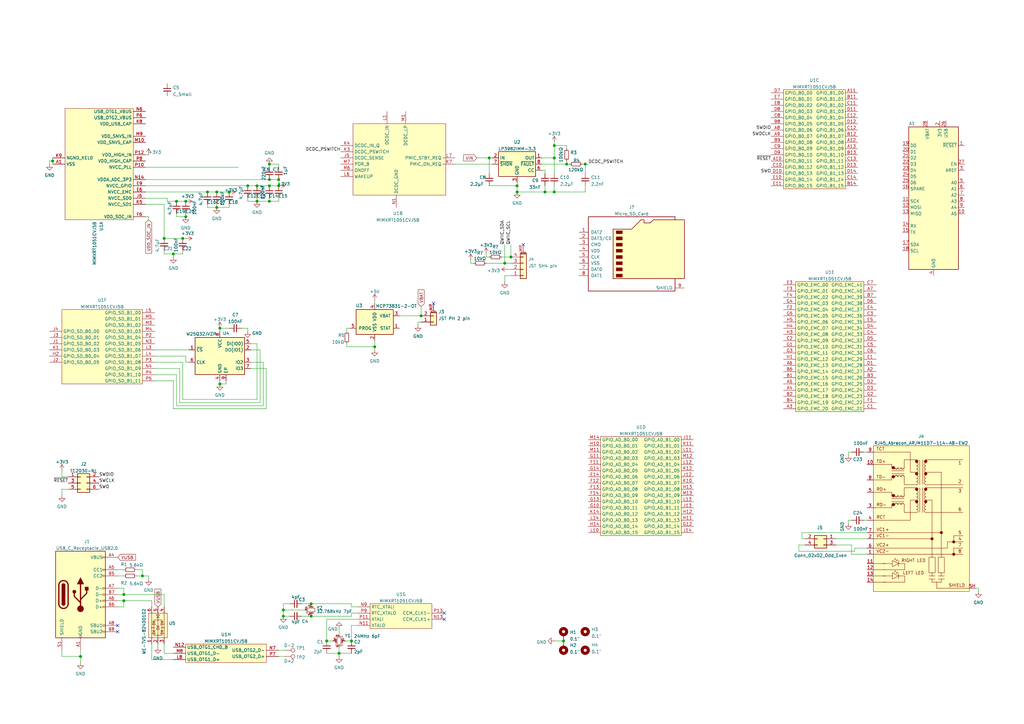
<source format=kicad_sch>
(kicad_sch (version 20210621) (generator eeschema)
  (paper "A3")
  (title_block (title "Ethernet Feather") (company "Design by Artemis Tosini <me@artem.ist>"))
  (lib_symbols
    (symbol "Battery_Management:MCP73831-2-OT" (pin_names (offset 1.016))
      (property "Reference" "U" (at -7.62 6.35 0))
      (property "Value" "MCP73831-2-OT" (at 1.27 6.35 0))
      (symbol "MCP73831-2-OT_1_1"
        (pin output line (at 10.16 -2.54 180) (length 2.54) (name "STAT") (number "1"))
        (pin power_in line (at 0 -7.62 90) (length 2.54) (name "VSS") (number "2"))
        (pin power_out line (at 10.16 2.54 180) (length 2.54) (name "VBAT") (number "3"))
        (pin power_in line (at 0 7.62 270) (length 2.54) (name "VDD") (number "4"))
        (pin input line (at -10.16 -2.54 0) (length 2.54) (name "PROG") (number "5"))
      )
    )
    (symbol "Connector:Micro_SD_Card" (pin_names (offset 1.016))
      (property "Reference" "J" (at -16.51 15.24 0))
      (property "Value" "Micro_SD_Card" (at 16.51 15.24 0))
      (symbol "Micro_SD_Card_1_1"
        (pin bidirectional line (at -22.86 7.62 0) (length 3.81) (name "DAT2") (number "1"))
        (pin bidirectional line (at -22.86 5.08 0) (length 3.81) (name "DAT3/CD") (number "2"))
        (pin input line (at -22.86 2.54 0) (length 3.81) (name "CMD") (number "3"))
        (pin power_in line (at -22.86 0 0) (length 3.81) (name "VDD") (number "4"))
        (pin input line (at -22.86 -2.54 0) (length 3.81) (name "CLK") (number "5"))
        (pin power_in line (at -22.86 -5.08 0) (length 3.81) (name "VSS") (number "6"))
        (pin bidirectional line (at -22.86 -7.62 0) (length 3.81) (name "DAT0") (number "7"))
        (pin bidirectional line (at -22.86 -10.16 0) (length 3.81) (name "DAT1") (number "8"))
        (pin passive line (at 20.32 -15.24 180) (length 3.81) (name "SHIELD") (number "9"))
      )
    )
    (symbol "Connector:TestPoint" (pin_numbers hide) (pin_names (offset 0.762) hide)
      (property "Reference" "TP" (at 0 6.858 0))
      (property "Value" "TestPoint" (at 0 5.08 0))
      (symbol "TestPoint_1_1"
        (pin passive line (at 0 0 90) (length 2.54) (name "1") (number "1"))
      )
    )
    (symbol "Connector:USB_C_Receptacle_USB2.0" (pin_names (offset 1.016))
      (property "Reference" "J" (at -10.16 19.05 0))
      (property "Value" "USB_C_Receptacle_USB2.0" (at 19.05 19.05 0))
      (symbol "USB_C_Receptacle_USB2.0_1_1"
        (pin passive line (at 0 -22.86 90) (length 5.08) (name "GND") (number "A1"))
        (pin passive line (at 0 -22.86 90) (length 5.08) hide (name "GND") (number "A12"))
        (pin passive line (at 15.24 15.24 180) (length 5.08) (name "VBUS") (number "A4"))
        (pin bidirectional line (at 15.24 10.16 180) (length 5.08) (name "CC1") (number "A5"))
        (pin bidirectional line (at 15.24 -2.54 180) (length 5.08) (name "D+") (number "A6"))
        (pin bidirectional line (at 15.24 2.54 180) (length 5.08) (name "D-") (number "A7"))
        (pin bidirectional line (at 15.24 -12.7 180) (length 5.08) (name "SBU1") (number "A8"))
        (pin passive line (at 15.24 15.24 180) (length 5.08) hide (name "VBUS") (number "A9"))
        (pin passive line (at 0 -22.86 90) (length 5.08) hide (name "GND") (number "B1"))
        (pin passive line (at 0 -22.86 90) (length 5.08) hide (name "GND") (number "B12"))
        (pin passive line (at 15.24 15.24 180) (length 5.08) hide (name "VBUS") (number "B4"))
        (pin bidirectional line (at 15.24 7.62 180) (length 5.08) (name "CC2") (number "B5"))
        (pin bidirectional line (at 15.24 -5.08 180) (length 5.08) (name "D+") (number "B6"))
        (pin bidirectional line (at 15.24 0 180) (length 5.08) (name "D-") (number "B7"))
        (pin bidirectional line (at 15.24 -15.24 180) (length 5.08) (name "SBU2") (number "B8"))
        (pin passive line (at 15.24 15.24 180) (length 5.08) hide (name "VBUS") (number "B9"))
        (pin passive line (at -7.62 -22.86 90) (length 5.08) (name "SHIELD") (number "S1"))
      )
    )
    (symbol "Connector_Generic:Conn_02x02_Odd_Even" (pin_names (offset 1.016) hide)
      (property "Reference" "J" (at 1.27 2.54 0))
      (property "Value" "Conn_02x02_Odd_Even" (at 1.27 -5.08 0))
      (symbol "Conn_02x02_Odd_Even_1_1"
        (pin passive line (at -5.08 0 0) (length 3.81) (name "Pin_1") (number "1"))
        (pin passive line (at 7.62 0 180) (length 3.81) (name "Pin_2") (number "2"))
        (pin passive line (at -5.08 -2.54 0) (length 3.81) (name "Pin_3") (number "3"))
        (pin passive line (at 7.62 -2.54 180) (length 3.81) (name "Pin_4") (number "4"))
      )
    )
    (symbol "Connector_Generic:Conn_02x03_Odd_Even" (pin_names (offset 1.016) hide)
      (property "Reference" "J" (at 1.27 5.08 0))
      (property "Value" "Conn_02x03_Odd_Even" (at 1.27 -5.08 0))
      (symbol "Conn_02x03_Odd_Even_1_1"
        (pin passive line (at -5.08 2.54 0) (length 3.81) (name "Pin_1") (number "1"))
        (pin passive line (at 7.62 2.54 180) (length 3.81) (name "Pin_2") (number "2"))
        (pin passive line (at -5.08 0 0) (length 3.81) (name "Pin_3") (number "3"))
        (pin passive line (at 7.62 0 180) (length 3.81) (name "Pin_4") (number "4"))
        (pin passive line (at -5.08 -2.54 0) (length 3.81) (name "Pin_5") (number "5"))
        (pin passive line (at 7.62 -2.54 180) (length 3.81) (name "Pin_6") (number "6"))
      )
    )
    (symbol "Connector_Generic_MountingPin:Conn_01x02_MountingPin" (pin_names (offset 1.016) hide)
      (property "Reference" "J" (at 0 2.54 0))
      (property "Value" "Conn_01x02_MountingPin" (at 1.27 -5.08 0))
      (symbol "Conn_01x02_MountingPin_1_1"
        (text "Mounting" (at 0 -4.191 0) (effects (font (size 0.381 0.381))))
        (pin passive line (at -5.08 0 0) (length 3.81) (name "Pin_1") (number "1"))
        (pin passive line (at -5.08 -2.54 0) (length 3.81) (name "Pin_2") (number "2"))
        (pin passive line (at 0 -7.62 90) (length 3.048) (name "MountPin") (number "MP"))
      )
    )
    (symbol "Connector_Generic_MountingPin:Conn_01x04_MountingPin" (pin_names (offset 1.016) hide)
      (property "Reference" "J" (at 0 5.08 0))
      (property "Value" "Conn_01x04_MountingPin" (at 1.27 -7.62 0))
      (symbol "Conn_01x04_MountingPin_1_1"
        (text "Mounting" (at 0 -6.731 0) (effects (font (size 0.381 0.381))))
        (pin passive line (at -5.08 2.54 0) (length 3.81) (name "Pin_1") (number "1"))
        (pin passive line (at -5.08 0 0) (length 3.81) (name "Pin_2") (number "2"))
        (pin passive line (at -5.08 -2.54 0) (length 3.81) (name "Pin_3") (number "3"))
        (pin passive line (at -5.08 -5.08 0) (length 3.81) (name "Pin_4") (number "4"))
        (pin passive line (at 0 -10.16 90) (length 3.048) (name "MountPin") (number "MP"))
      )
    )
    (symbol "Device:C_Small" (pin_numbers hide) (pin_names (offset 0.254) hide)
      (property "Reference" "C" (at 0.254 1.778 0))
      (property "Value" "C_Small" (at 0.254 -2.032 0))
      (symbol "C_Small_1_1"
        (pin passive line (at 0 2.54 270) (length 2.032) (name "~") (number "1"))
        (pin passive line (at 0 -2.54 90) (length 2.032) (name "~") (number "2"))
      )
    )
    (symbol "Device:Crystal_GND24_Small" (pin_names (offset 1.016) hide)
      (property "Reference" "Y" (at 1.27 4.445 0))
      (property "Value" "Crystal_GND24_Small" (at 1.27 2.54 0))
      (symbol "Crystal_GND24_Small_1_1"
        (pin passive line (at -2.54 0 0) (length 1.27) (name "1") (number "1"))
        (pin passive line (at 0 -2.54 90) (length 0.635) (name "2") (number "2"))
        (pin passive line (at 2.54 0 180) (length 1.27) (name "3") (number "3"))
        (pin passive line (at 0 2.54 270) (length 0.635) (name "4") (number "4"))
      )
    )
    (symbol "Device:Crystal_GND2_Small" (pin_names (offset 1.016) hide)
      (property "Reference" "Y" (at 0 5.08 0))
      (property "Value" "Crystal_GND2_Small" (at 0 3.175 0))
      (symbol "Crystal_GND2_Small_1_1"
        (pin passive line (at -2.54 0 0) (length 1.27) (name "1") (number "1"))
        (pin passive line (at 0 -2.54 90) (length 0.635) (name "2") (number "2"))
        (pin passive line (at 2.54 0 180) (length 1.27) (name "3") (number "3"))
      )
    )
    (symbol "Device:R_Small" (pin_numbers hide) (pin_names (offset 0.254) hide)
      (property "Reference" "R" (at 0.762 0.508 0))
      (property "Value" "R_Small" (at 0.762 -1.016 0))
      (symbol "R_Small_1_1"
        (pin passive line (at 0 2.54 270) (length 0.762) (name "~") (number "1"))
        (pin passive line (at 0 -2.54 90) (length 0.762) (name "~") (number "2"))
      )
    )
    (symbol "MCU_Module:Adafruit_Feather_Generic"
      (property "Reference" "A" (at -10.16 29.21 0))
      (property "Value" "Adafruit_Feather_Generic" (at 2.54 -31.75 0))
      (symbol "Adafruit_Feather_Generic_1_1"
        (pin input line (at 12.7 20.32 180) (length 2.54) (name "~{RESET}") (number "1"))
        (pin bidirectional line (at 12.7 -7.62 180) (length 2.54) (name "A5") (number "10"))
        (pin bidirectional line (at -12.7 -2.54 0) (length 2.54) (name "SCK") (number "11"))
        (pin bidirectional line (at -12.7 -5.08 0) (length 2.54) (name "MOSI") (number "12"))
        (pin bidirectional line (at -12.7 -7.62 0) (length 2.54) (name "MISO") (number "13"))
        (pin bidirectional line (at -12.7 -12.7 0) (length 2.54) (name "RX") (number "14"))
        (pin bidirectional line (at -12.7 -15.24 0) (length 2.54) (name "TX") (number "15"))
        (pin bidirectional line (at -12.7 2.54 0) (length 2.54) (name "SPARE") (number "16"))
        (pin bidirectional line (at -12.7 -20.32 0) (length 2.54) (name "SDA") (number "17"))
        (pin bidirectional line (at -12.7 -22.86 0) (length 2.54) (name "SCL") (number "18"))
        (pin bidirectional line (at -12.7 20.32 0) (length 2.54) (name "D0") (number "19"))
        (pin power_in line (at 2.54 30.48 270) (length 2.54) (name "3V3") (number "2"))
        (pin bidirectional line (at -12.7 17.78 0) (length 2.54) (name "D1") (number "20"))
        (pin bidirectional line (at -12.7 15.24 0) (length 2.54) (name "D2") (number "21"))
        (pin bidirectional line (at -12.7 12.7 0) (length 2.54) (name "D3") (number "22"))
        (pin bidirectional line (at -12.7 10.16 0) (length 2.54) (name "D4") (number "23"))
        (pin bidirectional line (at -12.7 7.62 0) (length 2.54) (name "D5") (number "24"))
        (pin bidirectional line (at -12.7 5.08 0) (length 2.54) (name "D6") (number "25"))
        (pin power_in line (at 5.08 30.48 270) (length 2.54) (name "USB") (number "26"))
        (pin input line (at 12.7 12.7 180) (length 2.54) (name "EN") (number "27"))
        (pin power_in line (at -2.54 30.48 270) (length 2.54) (name "VBAT") (number "28"))
        (pin input line (at 12.7 10.16 180) (length 2.54) (name "AREF") (number "3"))
        (pin power_in line (at 0 -33.02 90) (length 2.54) (name "GND") (number "4"))
        (pin bidirectional line (at 12.7 5.08 180) (length 2.54) (name "A0") (number "5"))
        (pin bidirectional line (at 12.7 2.54 180) (length 2.54) (name "A1") (number "6"))
        (pin bidirectional line (at 12.7 0 180) (length 2.54) (name "A2") (number "7"))
        (pin bidirectional line (at 12.7 -2.54 180) (length 2.54) (name "A3") (number "8"))
        (pin bidirectional line (at 12.7 -5.08 180) (length 2.54) (name "A4") (number "9"))
      )
    )
    (symbol "Mechanical:MountingHole" (pin_names (offset 1.016))
      (property "Reference" "H" (at 0 5.08 0))
      (property "Value" "MountingHole" (at 0 3.175 0))
    )
    (symbol "Mechanical:MountingHole_Pad" (pin_numbers hide) (pin_names (offset 1.016) hide)
      (property "Reference" "H" (at 0 6.35 0))
      (property "Value" "MountingHole_Pad" (at 0 4.445 0))
      (symbol "MountingHole_Pad_1_1"
        (pin input line (at 0 -2.54 90) (length 2.54) (name "1") (number "1"))
      )
    )
    (symbol "Memory_Flash:W25Q32JVZP"
      (property "Reference" "U" (at -8.89 8.89 0))
      (property "Value" "W25Q32JVZP" (at 7.62 8.89 0))
      (symbol "W25Q32JVZP_1_1"
        (pin input line (at -12.7 2.54 0) (length 2.54) (name "~{CS}") (number "1"))
        (pin bidirectional line (at 12.7 2.54 180) (length 2.54) (name "DO(IO1)") (number "2"))
        (pin bidirectional line (at 12.7 -2.54 180) (length 2.54) (name "IO2") (number "3"))
        (pin power_in line (at 0 -10.16 90) (length 2.54) (name "GND") (number "4"))
        (pin bidirectional line (at 12.7 5.08 180) (length 2.54) (name "DI(IO0)") (number "5"))
        (pin input line (at -12.7 -2.54 0) (length 2.54) (name "CLK") (number "6"))
        (pin bidirectional line (at 12.7 -5.08 180) (length 2.54) (name "IO3") (number "7"))
        (pin power_in line (at 0 10.16 270) (length 2.54) (name "VCC") (number "8"))
        (pin passive line (at 2.54 -10.16 90) (length 2.54) (name "EP") (number "9"))
      )
    )
    (symbol "Power_Protection:WE-TVS-82400102"
      (property "Reference" "U" (at 0 7.62 0))
      (property "Value" "WE-TVS-82400102" (at 0 5.08 0))
      (symbol "WE-TVS-82400102_1_1"
        (pin passive line (at -7.62 2.54 0) (length 2.54) (name "~") (number "1"))
        (pin passive line (at -7.62 0 0) (length 2.54) (name "~") (number "2"))
        (pin passive line (at -7.62 -2.54 0) (length 2.54) (name "~") (number "3"))
        (pin passive line (at 7.62 -2.54 180) (length 2.54) (name "~") (number "4"))
        (pin passive line (at 7.62 0 180) (length 2.54) (name "~") (number "5"))
        (pin passive line (at 7.62 2.54 180) (length 2.54) (name "~") (number "6"))
      )
    )
    (symbol "Regulator_Linear:LP3982IMM-3.3"
      (property "Reference" "U" (at 7.62 -6.35 0))
      (property "Value" "LP3982IMM-3.3" (at 0 6.35 0))
      (symbol "LP3982IMM-3.3_1_1"
        (pin power_out line (at 10.16 2.54 180) (length 2.54) (name "OUT") (number "1"))
        (pin power_in line (at -10.16 2.54 0) (length 2.54) (name "IN") (number "2"))
        (pin power_in line (at 0 -7.62 90) (length 2.54) (name "GND") (number "3"))
        (pin passive line (at 10.16 2.54 180) (length 2.54) hide (name "OUT") (number "4"))
        (pin no_connect line (at -7.62 -2.54 0) (length 2.54) hide (name "NC") (number "5"))
        (pin passive line (at 10.16 -2.54 180) (length 2.54) (name "CC") (number "6"))
        (pin input line (at -10.16 0 0) (length 2.54) (name "~{SHDN}") (number "7"))
        (pin open_collector line (at 10.16 0 180) (length 2.54) (name "~{FAULT}") (number "8"))
      )
    )
    (symbol "ethernet_feather:MIMXRT1051CVJ5B"
      (property "Reference" "U" (at 11.43 29.21 0))
      (property "Value" "MIMXRT1051CVJ5B" (at -5.08 29.21 0))
      (symbol "MIMXRT1051CVJ5B_1_1"
        (pin power_in line (at 0 -19.05 90) (length 5.08) (name "VSS") (number "A1"))
        (pin power_in line (at 0 -19.05 90) (length 5.08) hide (name "VSS") (number "A14"))
        (pin power_in line (at 0 -19.05 90) (length 5.08) hide (name "VSS") (number "B10"))
        (pin power_in line (at 0 -19.05 90) (length 5.08) hide (name "VSS") (number "B5"))
        (pin power_in line (at 0 -19.05 90) (length 5.08) hide (name "VSS") (number "E13"))
        (pin power_in line (at 0 -19.05 90) (length 5.08) hide (name "VSS") (number "E2"))
        (pin power_in line (at 11.43 19.05 270) (length 5.08) (name "NVCC_EMC") (number "E6"))
        (pin power_in line (at 8.89 19.05 270) (length 5.08) (name "NVCC_GPIO") (number "E9"))
        (pin power_in line (at 8.89 19.05 270) (length 5.08) hide (name "NVCC_GPIO") (number "F10"))
        (pin power_in line (at 11.43 19.05 270) (length 5.08) hide (name "NVCC_EMC") (number "F5"))
        (pin power_in line (at 21.59 19.05 270) (length 5.08) (name "VDD_SOC_IN") (number "F6"))
        (pin power_in line (at 21.59 19.05 270) (length 5.08) hide (name "VDD_SOC_IN") (number "F7"))
        (pin power_in line (at 21.59 19.05 270) (length 5.08) hide (name "VDD_SOC_IN") (number "F8"))
        (pin power_in line (at 21.59 19.05 270) (length 5.08) hide (name "VDD_SOC_IN") (number "F9"))
        (pin power_in line (at 21.59 19.05 270) (length 5.08) hide (name "VDD_SOC_IN") (number "G6"))
        (pin power_in line (at 0 -19.05 90) (length 5.08) hide (name "VSS") (number "G7"))
        (pin power_in line (at 0 -19.05 90) (length 5.08) hide (name "VSS") (number "G8"))
        (pin power_in line (at 21.59 19.05 270) (length 5.08) hide (name "VDD_SOC_IN") (number "G9"))
        (pin power_in line (at 21.59 19.05 270) (length 5.08) hide (name "VDD_SOC_IN") (number "H6"))
        (pin power_in line (at 0 -19.05 90) (length 5.08) hide (name "VSS") (number "H7"))
        (pin power_in line (at 0 -19.05 90) (length 5.08) hide (name "VSS") (number "H8"))
        (pin power_in line (at 21.59 19.05 270) (length 5.08) hide (name "VDD_SOC_IN") (number "H9"))
        (pin power_in line (at 8.89 19.05 270) (length 5.08) hide (name "NVCC_GPIO") (number "J10"))
        (pin power_in line (at 13.97 19.05 270) (length 5.08) (name "NVCC_SD0") (number "J6"))
        (pin power_in line (at 0 -19.05 90) (length 5.08) hide (name "VSS") (number "J7"))
        (pin power_in line (at 0 -19.05 90) (length 5.08) hide (name "VSS") (number "J8"))
        (pin power_in line (at 21.59 19.05 270) (length 5.08) hide (name "VDD_SOC_IN") (number "J9"))
        (pin power_in line (at 0 -19.05 90) (length 5.08) hide (name "VSS") (number "K13"))
        (pin power_in line (at 0 -19.05 90) (length 5.08) hide (name "VSS") (number "K2"))
        (pin power_in line (at 16.51 19.05 270) (length 5.08) (name "NVCC_SD1") (number "K5"))
        (pin input line (at -22.86 -3.81 0) (length 5.08) hide (name "TEST_MODE") (number "K6"))
        (pin passive line (at -16.51 19.05 270) (length 5.08) (name "VDD_USB_CAP") (number "K8"))
        (pin power_in line (at -2.54 -19.05 90) (length 5.08) (name "NGND_KEL0") (number "K9"))
        (pin power_in line (at 0 -19.05 90) (length 5.08) hide (name "VSS") (number "L9"))
        (pin passive line (at -8.89 19.05 270) (length 5.08) (name "VDD_SNVS_CAP") (number "M10"))
        (pin power_in line (at -11.43 19.05 270) (length 5.08) (name "VDD_SNVS_IN") (number "M9"))
        (pin output line (at -22.86 -6.35 0) (length 5.08) hide (name "GPANAIO") (number "N10"))
        (pin power_in line (at 6.35 19.05 270) (length 5.08) (name "VDDA_ADC_3P3") (number "N14"))
        (pin power_in line (at 0 -19.05 90) (length 5.08) hide (name "VSS") (number "N5"))
        (pin power_in line (at -21.59 19.05 270) (length 5.08) (name "USB_OTG1_VBUS") (number "N6"))
        (pin power_in line (at 0 -19.05 90) (length 5.08) hide (name "VSS") (number "N8"))
        (pin power_in line (at 0 -19.05 90) (length 5.08) hide (name "VSS") (number "P1"))
        (pin input line (at 1.27 19.05 270) (length 5.08) (name "NVCC_PLL") (number "P10"))
        (pin power_in line (at -3.81 19.05 270) (length 5.08) (name "VDD_HIGH_IN") (number "P12"))
        (pin power_in line (at 0 -19.05 90) (length 5.08) hide (name "VSS") (number "P14"))
        (pin power_in line (at -19.05 19.05 270) (length 5.08) (name "USB_OTG2_VBUS") (number "P6"))
        (pin passive line (at -1.27 19.05 270) (length 5.08) (name "VDD_HIGH_CAP") (number "P8"))
      )
      (symbol "MIMXRT1051CVJ5B_2_1"
        (pin input line (at -22.86 1.27 0) (length 5.08) (name "DCDC_SENSE") (number "J5"))
        (pin input line (at -22.86 3.81 0) (length 5.08) (name "DCDC_PSWITCH") (number "K3"))
        (pin input line (at -22.86 6.35 0) (length 5.08) (name "DCDC_IN_Q") (number "K4"))
        (pin output line (at 24.13 -1.27 180) (length 5.08) (name "PMIC_ON_REQ") (number "K7"))
        (pin power_in line (at -3.81 20.32 270) (length 5.08) (name "DCDC_IN") (number "L1"))
        (pin power_in line (at -3.81 20.32 270) (length 5.08) hide (name "DCDC_IN") (number "L2"))
        (pin input line (at -22.86 -6.35 0) (length 5.08) (name "WAKEUP") (number "L6"))
        (pin output line (at 24.13 1.27 180) (length 5.08) (name "PMIC_STBY_REQ") (number "L7"))
        (pin power_out line (at 3.81 20.32 270) (length 5.08) (name "DCDC_LP") (number "M1"))
        (pin power_out line (at 3.81 20.32 270) (length 5.08) hide (name "DCDC_LP") (number "M2"))
        (pin input line (at -22.86 -3.81 0) (length 5.08) (name "ONOFF") (number "M6"))
        (pin input line (at -22.86 -1.27 0) (length 5.08) (name "POR_B") (number "M7"))
        (pin power_in line (at 0 -19.05 90) (length 5.08) (name "DCDC_GND") (number "N1"))
        (pin power_in line (at 0 -19.05 90) (length 5.08) hide (name "DCDC_GND") (number "N2"))
      )
      (symbol "MIMXRT1051CVJ5B_3_1"
        (pin bidirectional line (at -17.78 -8.89 0) (length 5.08) (name "GPIO_B0_11") (number "A10"))
        (pin bidirectional line (at 17.78 19.05 180) (length 5.08) (name "GPIO_B1_00") (number "A11"))
        (pin bidirectional line (at 17.78 -1.27 180) (length 5.08) (name "GPIO_B1_08") (number "A12"))
        (pin bidirectional line (at 17.78 -3.81 180) (length 5.08) (name "GPIO_B1_09") (number "A13"))
        (pin bidirectional line (at -17.78 3.81 0) (length 5.08) (name "GPIO_B0_06") (number "A8"))
        (pin bidirectional line (at -17.78 1.27 0) (length 5.08) (name "GPIO_B0_07") (number "A9"))
        (pin bidirectional line (at 17.78 16.51 180) (length 5.08) (name "GPIO_B1_01") (number "B11"))
        (pin bidirectional line (at 17.78 1.27 180) (length 5.08) (name "GPIO_B1_07") (number "B12"))
        (pin bidirectional line (at 17.78 -6.35 180) (length 5.08) (name "GPIO_B1_10") (number "B13"))
        (pin bidirectional line (at 17.78 -19.05 180) (length 5.08) (name "GPIO_B1_15") (number "B14"))
        (pin bidirectional line (at -17.78 6.35 0) (length 5.08) (name "GPIO_B0_05") (number "B8"))
        (pin bidirectional line (at -17.78 -1.27 0) (length 5.08) (name "GPIO_B0_08") (number "B9"))
        (pin bidirectional line (at -17.78 -11.43 0) (length 5.08) (name "GPIO_B0_12") (number "C10"))
        (pin bidirectional line (at 17.78 13.97 180) (length 5.08) (name "GPIO_B1_02") (number "C11"))
        (pin bidirectional line (at 17.78 3.81 180) (length 5.08) (name "GPIO_B1_06") (number "C12"))
        (pin bidirectional line (at 17.78 -8.89 180) (length 5.08) (name "GPIO_B1_11") (number "C13"))
        (pin bidirectional line (at 17.78 -16.51 180) (length 5.08) (name "GPIO_B1_14") (number "C14"))
        (pin bidirectional line (at -17.78 8.89 0) (length 5.08) (name "GPIO_B0_04") (number "C8"))
        (pin bidirectional line (at -17.78 -3.81 0) (length 5.08) (name "GPIO_B0_09") (number "C9"))
        (pin bidirectional line (at -17.78 -13.97 0) (length 5.08) (name "GPIO_B0_13") (number "D10"))
        (pin bidirectional line (at 17.78 11.43 180) (length 5.08) (name "GPIO_B1_03") (number "D11"))
        (pin bidirectional line (at 17.78 6.35 180) (length 5.08) (name "GPIO_B1_05") (number "D12"))
        (pin bidirectional line (at 17.78 -11.43 180) (length 5.08) (name "GPIO_B1_12") (number "D13"))
        (pin bidirectional line (at 17.78 -13.97 180) (length 5.08) (name "GPIO_B1_13") (number "D14"))
        (pin bidirectional line (at -17.78 19.05 0) (length 5.08) (name "GPIO_B0_00") (number "D7"))
        (pin bidirectional line (at -17.78 11.43 0) (length 5.08) (name "GPIO_B0_03") (number "D8"))
        (pin bidirectional line (at -17.78 -6.35 0) (length 5.08) (name "GPIO_B0_10") (number "D9"))
        (pin bidirectional line (at -17.78 -16.51 0) (length 5.08) (name "GPIO_B0_14") (number "E10"))
        (pin bidirectional line (at -17.78 -19.05 0) (length 5.08) (name "GPIO_B0_15") (number "E11"))
        (pin bidirectional line (at 17.78 8.89 180) (length 5.08) (name "GPIO_B1_04") (number "E12"))
        (pin bidirectional line (at -17.78 16.51 0) (length 5.08) (name "GPIO_B0_01") (number "E7"))
        (pin bidirectional line (at -17.78 13.97 0) (length 5.08) (name "GPIO_B0_02") (number "E8"))
      )
      (symbol "MIMXRT1051CVJ5B_4_1"
        (pin bidirectional line (at -21.59 3.81 0) (length 5.08) (name "GPIO_AD_B0_06") (number "E14"))
        (pin bidirectional line (at -21.59 8.89 0) (length 5.08) (name "GPIO_AD_B0_04") (number "F11"))
        (pin bidirectional line (at -21.59 1.27 0) (length 5.08) (name "GPIO_AD_B0_07") (number "F12"))
        (pin bidirectional line (at -21.59 -1.27 0) (length 5.08) (name "GPIO_AD_B0_08") (number "F13"))
        (pin bidirectional line (at -21.59 -3.81 0) (length 5.08) (name "GPIO_AD_B0_09") (number "F14"))
        (pin bidirectional line (at -21.59 -8.89 0) (length 5.08) (name "GPIO_AD_B0_11") (number "G10"))
        (pin bidirectional line (at -21.59 11.43 0) (length 5.08) (name "GPIO_AD_B0_03") (number "G11"))
        (pin bidirectional line (at 21.59 -16.51 180) (length 5.08) (name "GPIO_AD_B1_14") (number "G12"))
        (pin bidirectional line (at -21.59 -6.35 0) (length 5.08) (name "GPIO_AD_B0_10") (number "G13"))
        (pin bidirectional line (at -21.59 6.35 0) (length 5.08) (name "GPIO_AD_B0_05") (number "G14"))
        (pin bidirectional line (at -21.59 16.51 0) (length 5.08) (name "GPIO_AD_B0_01") (number "H10"))
        (pin bidirectional line (at 21.59 -13.97 180) (length 5.08) (name "GPIO_AD_B1_13") (number "H11"))
        (pin bidirectional line (at 21.59 -11.43 180) (length 5.08) (name "GPIO_AD_B1_12") (number "H12"))
        (pin bidirectional line (at 21.59 -1.27 180) (length 5.08) (name "GPIO_AD_B1_08") (number "H13"))
        (pin bidirectional line (at -21.59 -16.51 0) (length 5.08) (name "GPIO_AD_B0_14") (number "H14"))
        (pin bidirectional line (at 21.59 19.05 180) (length 5.08) (name "GPIO_AD_B1_00") (number "J11"))
        (pin bidirectional line (at 21.59 3.81 180) (length 5.08) (name "GPIO_AD_B1_06") (number "J12"))
        (pin bidirectional line (at 21.59 -8.89 180) (length 5.08) (name "GPIO_AD_B1_11") (number "J13"))
        (pin bidirectional line (at 21.59 -19.05 180) (length 5.08) (name "GPIO_AD_B1_15") (number "J14"))
        (pin bidirectional line (at 21.59 1.27 180) (length 5.08) (name "GPIO_AD_B1_07") (number "K10"))
        (pin bidirectional line (at 21.59 16.51 180) (length 5.08) (name "GPIO_AD_B1_01") (number "K11"))
        (pin bidirectional line (at 21.59 6.35 180) (length 5.08) (name "GPIO_AD_B1_05") (number "K12"))
        (pin bidirectional line (at -21.59 -11.43 0) (length 5.08) (name "GPIO_AD_B0_12") (number "K14"))
        (pin bidirectional line (at -21.59 -19.05 0) (length 5.08) (name "GPIO_AD_B0_15") (number "L10"))
        (pin bidirectional line (at 21.59 13.97 180) (length 5.08) (name "GPIO_AD_B1_02") (number "L11"))
        (pin bidirectional line (at 21.59 8.89 180) (length 5.08) (name "GPIO_AD_B1_04") (number "L12"))
        (pin bidirectional line (at 21.59 -6.35 180) (length 5.08) (name "GPIO_AD_B1_10") (number "L13"))
        (pin bidirectional line (at -21.59 -13.97 0) (length 5.08) (name "GPIO_AD_B0_13") (number "L14"))
        (pin bidirectional line (at -21.59 13.97 0) (length 5.08) (name "GPIO_AD_B0_02") (number "M11"))
        (pin bidirectional line (at 21.59 11.43 180) (length 5.08) (name "GPIO_AD_B1_03") (number "M12"))
        (pin bidirectional line (at 21.59 -3.81 180) (length 5.08) (name "GPIO_AD_B1_09") (number "M13"))
        (pin bidirectional line (at -21.59 19.05 0) (length 5.08) (name "GPIO_AD_B0_00") (number "M14"))
      )
      (symbol "MIMXRT1051CVJ5B_5_1"
        (pin bidirectional line (at 19.05 -8.89 180) (length 5.08) (name "GPIO_EMC_27") (number "A2"))
        (pin bidirectional line (at -19.05 -24.13 0) (length 5.08) (name "GPIO_EMC_20") (number "A3"))
        (pin bidirectional line (at -19.05 -16.51 0) (length 5.08) (name "GPIO_EMC_17") (number "A4"))
        (pin bidirectional line (at -19.05 -13.97 0) (length 5.08) (name "GPIO_EMC_16") (number "A5"))
        (pin bidirectional line (at -19.05 -6.35 0) (length 5.08) (name "GPIO_EMC_13") (number "A6"))
        (pin bidirectional line (at 19.05 24.13 180) (length 5.08) (name "GPIO_EMC_40") (number "A7"))
        (pin bidirectional line (at -19.05 -11.43 0) (length 5.08) (name "GPIO_EMC_15") (number "B1"))
        (pin bidirectional line (at -19.05 -19.05 0) (length 5.08) (name "GPIO_EMC_18") (number "B2"))
        (pin bidirectional line (at 19.05 -11.43 180) (length 5.08) (name "GPIO_EMC_26") (number "B3"))
        (pin bidirectional line (at -19.05 -21.59 0) (length 5.08) (name "GPIO_EMC_19") (number "B4"))
        (pin bidirectional line (at -19.05 -8.89 0) (length 5.08) (name "GPIO_EMC_14") (number "B6"))
        (pin bidirectional line (at 19.05 21.59 180) (length 5.08) (name "GPIO_EMC_39") (number "B7"))
        (pin bidirectional line (at 19.05 -24.13 180) (length 5.08) (name "GPIO_EMC_21") (number "C1"))
        (pin bidirectional line (at -19.05 3.81 0) (length 5.08) (name "GPIO_EMC_09") (number "C2"))
        (pin bidirectional line (at 19.05 13.97 180) (length 5.08) (name "GPIO_EMC_36") (number "C3"))
        (pin bidirectional line (at 19.05 6.35 180) (length 5.08) (name "GPIO_EMC_33") (number "C4"))
        (pin bidirectional line (at 19.05 1.27 180) (length 5.08) (name "GPIO_EMC_31") (number "C5"))
        (pin bidirectional line (at 19.05 -1.27 180) (length 5.08) (name "GPIO_EMC_30") (number "C6"))
        (pin bidirectional line (at 19.05 26.67 180) (length 5.08) (name "GPIO_EMC_41") (number "C7"))
        (pin bidirectional line (at 19.05 -6.35 180) (length 5.08) (name "GPIO_EMC_28") (number "D1"))
        (pin bidirectional line (at 19.05 -13.97 180) (length 5.08) (name "GPIO_EMC_25") (number "D2"))
        (pin bidirectional line (at 19.05 -16.51 180) (length 5.08) (name "GPIO_EMC_24") (number "D3"))
        (pin bidirectional line (at 19.05 8.89 180) (length 5.08) (name "GPIO_EMC_34") (number "D4"))
        (pin bidirectional line (at 19.05 3.81 180) (length 5.08) (name "GPIO_EMC_32") (number "D5"))
        (pin bidirectional line (at 19.05 19.05 180) (length 5.08) (name "GPIO_EMC_38") (number "D6"))
        (pin bidirectional line (at 19.05 -3.81 180) (length 5.08) (name "GPIO_EMC_29") (number "E1"))
        (pin bidirectional line (at -19.05 26.67 0) (length 5.08) (name "GPIO_EMC_00") (number "E3"))
        (pin bidirectional line (at 19.05 16.51 180) (length 5.08) (name "GPIO_EMC_37") (number "E4"))
        (pin bidirectional line (at 19.05 11.43 180) (length 5.08) (name "GPIO_EMC_35") (number "E5"))
        (pin bidirectional line (at 19.05 -21.59 180) (length 5.08) (name "GPIO_EMC_22") (number "F1"))
        (pin bidirectional line (at -19.05 16.51 0) (length 5.08) (name "GPIO_EMC_04") (number "F2"))
        (pin bidirectional line (at -19.05 24.13 0) (length 5.08) (name "GPIO_EMC_01") (number "F3"))
        (pin bidirectional line (at -19.05 21.59 0) (length 5.08) (name "GPIO_EMC_02") (number "F4"))
        (pin bidirectional line (at -19.05 1.27 0) (length 5.08) (name "GPIO_EMC_10") (number "G1"))
        (pin bidirectional line (at 19.05 -19.05 180) (length 5.08) (name "GPIO_EMC_23") (number "G2"))
        (pin bidirectional line (at -19.05 -1.27 0) (length 5.08) (name "GPIO_EMC_11") (number "G3"))
        (pin bidirectional line (at -19.05 19.05 0) (length 5.08) (name "GPIO_EMC_03") (number "G4"))
        (pin bidirectional line (at -19.05 13.97 0) (length 5.08) (name "GPIO_EMC_05") (number "G5"))
        (pin bidirectional line (at -19.05 -3.81 0) (length 5.08) (name "GPIO_EMC_12") (number "H1"))
        (pin bidirectional line (at -19.05 6.35 0) (length 5.08) (name "GPIO_EMC_08") (number "H3"))
        (pin bidirectional line (at -19.05 8.89 0) (length 5.08) (name "GPIO_EMC_07") (number "H4"))
        (pin bidirectional line (at -19.05 11.43 0) (length 5.08) (name "GPIO_EMC_06") (number "H5"))
      )
      (symbol "MIMXRT1051CVJ5B_6_1"
        (pin bidirectional line (at -21.59 -3.81 0) (length 5.08) (name "GPIO_SD_B0_04") (number "H2"))
        (pin bidirectional line (at -21.59 1.27 0) (length 5.08) (name "GPIO_SD_B0_02") (number "J1"))
        (pin bidirectional line (at -21.59 -6.35 0) (length 5.08) (name "GPIO_SD_B0_05") (number "J2"))
        (pin bidirectional line (at -21.59 3.81 0) (length 5.08) (name "GPIO_SD_B0_01") (number "J3"))
        (pin bidirectional line (at -21.59 6.35 0) (length 5.08) (name "GPIO_SD_B0_00") (number "J4"))
        (pin bidirectional line (at -21.59 -1.27 0) (length 5.08) (name "GPIO_SD_B0_03") (number "K1"))
        (pin bidirectional line (at 21.59 -1.27 180) (length 5.08) (name "GPIO_SD_B1_06") (number "L3"))
        (pin bidirectional line (at 21.59 -3.81 180) (length 5.08) (name "GPIO_SD_B1_07") (number "L4"))
        (pin bidirectional line (at 21.59 13.97 180) (length 5.08) (name "GPIO_SD_B1_00") (number "L5"))
        (pin bidirectional line (at 21.59 8.89 180) (length 5.08) (name "GPIO_SD_B1_02") (number "M3"))
        (pin bidirectional line (at 21.59 6.35 180) (length 5.08) (name "GPIO_SD_B1_03") (number "M4"))
        (pin bidirectional line (at 21.59 11.43 180) (length 5.08) (name "GPIO_SD_B1_01") (number "M5"))
        (pin bidirectional line (at 21.59 1.27 180) (length 5.08) (name "GPIO_SD_B1_05") (number "N3"))
        (pin bidirectional line (at 21.59 -8.89 180) (length 5.08) (name "GPIO_SD_B1_09") (number "N4"))
        (pin bidirectional line (at 21.59 3.81 180) (length 5.08) (name "GPIO_SD_B1_04") (number "P2"))
        (pin bidirectional line (at 21.59 -6.35 180) (length 5.08) (name "GPIO_SD_B1_08") (number "P3"))
        (pin bidirectional line (at 21.59 -11.43 180) (length 5.08) (name "GPIO_SD_B1_10") (number "P4"))
        (pin bidirectional line (at 21.59 -13.97 180) (length 5.08) (name "GPIO_SD_B1_11") (number "P5"))
      )
      (symbol "MIMXRT1051CVJ5B_7_1"
        (pin output line (at -17.78 -3.81 0) (length 5.08) (name "XTALO") (number "N11"))
        (pin output line (at 17.78 -1.27 180) (length 5.08) (name "CCM_CLK1+") (number "N13"))
        (pin input line (at -17.78 3.81 0) (length 5.08) (name "RTC_XTALI") (number "N9"))
        (pin input line (at -17.78 -1.27 0) (length 5.08) (name "XTALI") (number "P11"))
        (pin output line (at 17.78 1.27 180) (length 5.08) (name "CCM_CLK1-") (number "P13"))
        (pin output line (at -17.78 1.27 0) (length 5.08) (name "RTC_XTALO") (number "P9"))
      )
      (symbol "MIMXRT1051CVJ5B_8_1"
        (pin bidirectional line (at -21.59 -2.54 0) (length 5.08) (name "USB_OTG1_D+") (number "L8"))
        (pin bidirectional line (at -21.59 0 0) (length 5.08) (name "USB_OTG1_D-") (number "M8"))
        (pin output line (at -21.59 2.54 0) (length 5.08) (name "USB_OTG1_CHD_B") (number "N12"))
        (pin bidirectional line (at 21.59 1.27 180) (length 5.08) (name "USB_OTG2_D-") (number "N7"))
        (pin bidirectional line (at 21.59 -1.27 180) (length 5.08) (name "USB_OTG2_D+") (number "P7"))
      )
    )
    (symbol "ethernet_feather:MIMXRT1051CVJ5B_1"
      (property "Reference" "U" (at 11.43 29.21 0))
      (property "Value" "MIMXRT1051CVJ5B" (at -5.08 29.21 0))
      (symbol "MIMXRT1051CVJ5B_1_1_1"
        (pin power_in line (at 0 -19.05 90) (length 5.08) (name "VSS") (number "A1"))
        (pin power_in line (at 0 -19.05 90) (length 5.08) hide (name "VSS") (number "A14"))
        (pin power_in line (at 0 -19.05 90) (length 5.08) hide (name "VSS") (number "B10"))
        (pin power_in line (at 0 -19.05 90) (length 5.08) hide (name "VSS") (number "B5"))
        (pin power_in line (at 0 -19.05 90) (length 5.08) hide (name "VSS") (number "E13"))
        (pin power_in line (at 0 -19.05 90) (length 5.08) hide (name "VSS") (number "E2"))
        (pin power_in line (at 11.43 19.05 270) (length 5.08) (name "NVCC_EMC") (number "E6"))
        (pin power_in line (at 8.89 19.05 270) (length 5.08) (name "NVCC_GPIO") (number "E9"))
        (pin power_in line (at 8.89 19.05 270) (length 5.08) hide (name "NVCC_GPIO") (number "F10"))
        (pin power_in line (at 11.43 19.05 270) (length 5.08) hide (name "NVCC_EMC") (number "F5"))
        (pin power_in line (at 21.59 19.05 270) (length 5.08) (name "VDD_SOC_IN") (number "F6"))
        (pin power_in line (at 21.59 19.05 270) (length 5.08) hide (name "VDD_SOC_IN") (number "F7"))
        (pin power_in line (at 21.59 19.05 270) (length 5.08) hide (name "VDD_SOC_IN") (number "F8"))
        (pin power_in line (at 21.59 19.05 270) (length 5.08) hide (name "VDD_SOC_IN") (number "F9"))
        (pin power_in line (at 21.59 19.05 270) (length 5.08) hide (name "VDD_SOC_IN") (number "G6"))
        (pin power_in line (at 0 -19.05 90) (length 5.08) hide (name "VSS") (number "G7"))
        (pin power_in line (at 0 -19.05 90) (length 5.08) hide (name "VSS") (number "G8"))
        (pin power_in line (at 21.59 19.05 270) (length 5.08) hide (name "VDD_SOC_IN") (number "G9"))
        (pin power_in line (at 21.59 19.05 270) (length 5.08) hide (name "VDD_SOC_IN") (number "H6"))
        (pin power_in line (at 0 -19.05 90) (length 5.08) hide (name "VSS") (number "H7"))
        (pin power_in line (at 0 -19.05 90) (length 5.08) hide (name "VSS") (number "H8"))
        (pin power_in line (at 21.59 19.05 270) (length 5.08) hide (name "VDD_SOC_IN") (number "H9"))
        (pin power_in line (at 8.89 19.05 270) (length 5.08) hide (name "NVCC_GPIO") (number "J10"))
        (pin power_in line (at 13.97 19.05 270) (length 5.08) (name "NVCC_SD0") (number "J6"))
        (pin power_in line (at 0 -19.05 90) (length 5.08) hide (name "VSS") (number "J7"))
        (pin power_in line (at 0 -19.05 90) (length 5.08) hide (name "VSS") (number "J8"))
        (pin power_in line (at 21.59 19.05 270) (length 5.08) hide (name "VDD_SOC_IN") (number "J9"))
        (pin power_in line (at 0 -19.05 90) (length 5.08) hide (name "VSS") (number "K13"))
        (pin power_in line (at 0 -19.05 90) (length 5.08) hide (name "VSS") (number "K2"))
        (pin power_in line (at 16.51 19.05 270) (length 5.08) (name "NVCC_SD1") (number "K5"))
        (pin input line (at -22.86 -3.81 0) (length 5.08) hide (name "TEST_MODE") (number "K6"))
        (pin passive line (at -16.51 19.05 270) (length 5.08) (name "VDD_USB_CAP") (number "K8"))
        (pin power_in line (at -2.54 -19.05 90) (length 5.08) (name "NGND_KEL0") (number "K9"))
        (pin power_in line (at 0 -19.05 90) (length 5.08) hide (name "VSS") (number "L9"))
        (pin passive line (at -8.89 19.05 270) (length 5.08) (name "VDD_SNVS_CAP") (number "M10"))
        (pin power_in line (at -11.43 19.05 270) (length 5.08) (name "VDD_SNVS_IN") (number "M9"))
        (pin output line (at -22.86 -6.35 0) (length 5.08) hide (name "GPANAIO") (number "N10"))
        (pin power_in line (at 6.35 19.05 270) (length 5.08) (name "VDDA_ADC_3P3") (number "N14"))
        (pin power_in line (at 0 -19.05 90) (length 5.08) hide (name "VSS") (number "N5"))
        (pin power_in line (at -21.59 19.05 270) (length 5.08) (name "USB_OTG1_VBUS") (number "N6"))
        (pin power_in line (at 0 -19.05 90) (length 5.08) hide (name "VSS") (number "N8"))
        (pin power_in line (at 0 -19.05 90) (length 5.08) hide (name "VSS") (number "P1"))
        (pin input line (at 1.27 19.05 270) (length 5.08) (name "NVCC_PLL") (number "P10"))
        (pin power_in line (at -3.81 19.05 270) (length 5.08) (name "VDD_HIGH_IN") (number "P12"))
        (pin power_in line (at 0 -19.05 90) (length 5.08) hide (name "VSS") (number "P14"))
        (pin power_in line (at -19.05 19.05 270) (length 5.08) (name "USB_OTG2_VBUS") (number "P6"))
        (pin passive line (at -1.27 19.05 270) (length 5.08) (name "VDD_HIGH_CAP") (number "P8"))
      )
      (symbol "MIMXRT1051CVJ5B_1_2_1"
        (pin input line (at -22.86 1.27 0) (length 5.08) (name "DCDC_SENSE") (number "J5"))
        (pin input line (at -22.86 3.81 0) (length 5.08) (name "DCDC_PSWITCH") (number "K3"))
        (pin input line (at -22.86 6.35 0) (length 5.08) (name "DCDC_IN_Q") (number "K4"))
        (pin output line (at 24.13 -1.27 180) (length 5.08) (name "PMIC_ON_REQ") (number "K7"))
        (pin power_in line (at -3.81 20.32 270) (length 5.08) (name "DCDC_IN") (number "L1"))
        (pin power_in line (at -3.81 20.32 270) (length 5.08) hide (name "DCDC_IN") (number "L2"))
        (pin input line (at -22.86 -6.35 0) (length 5.08) (name "WAKEUP") (number "L6"))
        (pin output line (at 24.13 1.27 180) (length 5.08) (name "PMIC_STBY_REQ") (number "L7"))
        (pin power_out line (at 3.81 20.32 270) (length 5.08) (name "DCDC_LP") (number "M1"))
        (pin power_out line (at 3.81 20.32 270) (length 5.08) hide (name "DCDC_LP") (number "M2"))
        (pin input line (at -22.86 -3.81 0) (length 5.08) (name "ONOFF") (number "M6"))
        (pin input line (at -22.86 -1.27 0) (length 5.08) (name "POR_B") (number "M7"))
        (pin power_in line (at 0 -19.05 90) (length 5.08) (name "DCDC_GND") (number "N1"))
        (pin power_in line (at 0 -19.05 90) (length 5.08) hide (name "DCDC_GND") (number "N2"))
      )
      (symbol "MIMXRT1051CVJ5B_1_3_1"
        (pin bidirectional line (at -17.78 -8.89 0) (length 5.08) (name "GPIO_B0_11") (number "A10"))
        (pin bidirectional line (at 17.78 19.05 180) (length 5.08) (name "GPIO_B1_00") (number "A11"))
        (pin bidirectional line (at 17.78 -1.27 180) (length 5.08) (name "GPIO_B1_08") (number "A12"))
        (pin bidirectional line (at 17.78 -3.81 180) (length 5.08) (name "GPIO_B1_09") (number "A13"))
        (pin bidirectional line (at -17.78 3.81 0) (length 5.08) (name "GPIO_B0_06") (number "A8"))
        (pin bidirectional line (at -17.78 1.27 0) (length 5.08) (name "GPIO_B0_07") (number "A9"))
        (pin bidirectional line (at 17.78 16.51 180) (length 5.08) (name "GPIO_B1_01") (number "B11"))
        (pin bidirectional line (at 17.78 1.27 180) (length 5.08) (name "GPIO_B1_07") (number "B12"))
        (pin bidirectional line (at 17.78 -6.35 180) (length 5.08) (name "GPIO_B1_10") (number "B13"))
        (pin bidirectional line (at 17.78 -19.05 180) (length 5.08) (name "GPIO_B1_15") (number "B14"))
        (pin bidirectional line (at -17.78 6.35 0) (length 5.08) (name "GPIO_B0_05") (number "B8"))
        (pin bidirectional line (at -17.78 -1.27 0) (length 5.08) (name "GPIO_B0_08") (number "B9"))
        (pin bidirectional line (at -17.78 -11.43 0) (length 5.08) (name "GPIO_B0_12") (number "C10"))
        (pin bidirectional line (at 17.78 13.97 180) (length 5.08) (name "GPIO_B1_02") (number "C11"))
        (pin bidirectional line (at 17.78 3.81 180) (length 5.08) (name "GPIO_B1_06") (number "C12"))
        (pin bidirectional line (at 17.78 -8.89 180) (length 5.08) (name "GPIO_B1_11") (number "C13"))
        (pin bidirectional line (at 17.78 -16.51 180) (length 5.08) (name "GPIO_B1_14") (number "C14"))
        (pin bidirectional line (at -17.78 8.89 0) (length 5.08) (name "GPIO_B0_04") (number "C8"))
        (pin bidirectional line (at -17.78 -3.81 0) (length 5.08) (name "GPIO_B0_09") (number "C9"))
        (pin bidirectional line (at -17.78 -13.97 0) (length 5.08) (name "GPIO_B0_13") (number "D10"))
        (pin bidirectional line (at 17.78 11.43 180) (length 5.08) (name "GPIO_B1_03") (number "D11"))
        (pin bidirectional line (at 17.78 6.35 180) (length 5.08) (name "GPIO_B1_05") (number "D12"))
        (pin bidirectional line (at 17.78 -11.43 180) (length 5.08) (name "GPIO_B1_12") (number "D13"))
        (pin bidirectional line (at 17.78 -13.97 180) (length 5.08) (name "GPIO_B1_13") (number "D14"))
        (pin bidirectional line (at -17.78 19.05 0) (length 5.08) (name "GPIO_B0_00") (number "D7"))
        (pin bidirectional line (at -17.78 11.43 0) (length 5.08) (name "GPIO_B0_03") (number "D8"))
        (pin bidirectional line (at -17.78 -6.35 0) (length 5.08) (name "GPIO_B0_10") (number "D9"))
        (pin bidirectional line (at -17.78 -16.51 0) (length 5.08) (name "GPIO_B0_14") (number "E10"))
        (pin bidirectional line (at -17.78 -19.05 0) (length 5.08) (name "GPIO_B0_15") (number "E11"))
        (pin bidirectional line (at 17.78 8.89 180) (length 5.08) (name "GPIO_B1_04") (number "E12"))
        (pin bidirectional line (at -17.78 16.51 0) (length 5.08) (name "GPIO_B0_01") (number "E7"))
        (pin bidirectional line (at -17.78 13.97 0) (length 5.08) (name "GPIO_B0_02") (number "E8"))
      )
      (symbol "MIMXRT1051CVJ5B_1_4_1"
        (pin bidirectional line (at -21.59 3.81 0) (length 5.08) (name "GPIO_AD_B0_06") (number "E14"))
        (pin bidirectional line (at -21.59 8.89 0) (length 5.08) (name "GPIO_AD_B0_04") (number "F11"))
        (pin bidirectional line (at -21.59 1.27 0) (length 5.08) (name "GPIO_AD_B0_07") (number "F12"))
        (pin bidirectional line (at -21.59 -1.27 0) (length 5.08) (name "GPIO_AD_B0_08") (number "F13"))
        (pin bidirectional line (at -21.59 -3.81 0) (length 5.08) (name "GPIO_AD_B0_09") (number "F14"))
        (pin bidirectional line (at -21.59 -8.89 0) (length 5.08) (name "GPIO_AD_B0_11") (number "G10"))
        (pin bidirectional line (at -21.59 11.43 0) (length 5.08) (name "GPIO_AD_B0_03") (number "G11"))
        (pin bidirectional line (at 21.59 -16.51 180) (length 5.08) (name "GPIO_AD_B1_14") (number "G12"))
        (pin bidirectional line (at -21.59 -6.35 0) (length 5.08) (name "GPIO_AD_B0_10") (number "G13"))
        (pin bidirectional line (at -21.59 6.35 0) (length 5.08) (name "GPIO_AD_B0_05") (number "G14"))
        (pin bidirectional line (at -21.59 16.51 0) (length 5.08) (name "GPIO_AD_B0_01") (number "H10"))
        (pin bidirectional line (at 21.59 -13.97 180) (length 5.08) (name "GPIO_AD_B1_13") (number "H11"))
        (pin bidirectional line (at 21.59 -11.43 180) (length 5.08) (name "GPIO_AD_B1_12") (number "H12"))
        (pin bidirectional line (at 21.59 -1.27 180) (length 5.08) (name "GPIO_AD_B1_08") (number "H13"))
        (pin bidirectional line (at -21.59 -16.51 0) (length 5.08) (name "GPIO_AD_B0_14") (number "H14"))
        (pin bidirectional line (at 21.59 19.05 180) (length 5.08) (name "GPIO_AD_B1_00") (number "J11"))
        (pin bidirectional line (at 21.59 3.81 180) (length 5.08) (name "GPIO_AD_B1_06") (number "J12"))
        (pin bidirectional line (at 21.59 -8.89 180) (length 5.08) (name "GPIO_AD_B1_11") (number "J13"))
        (pin bidirectional line (at 21.59 -19.05 180) (length 5.08) (name "GPIO_AD_B1_15") (number "J14"))
        (pin bidirectional line (at 21.59 1.27 180) (length 5.08) (name "GPIO_AD_B1_07") (number "K10"))
        (pin bidirectional line (at 21.59 16.51 180) (length 5.08) (name "GPIO_AD_B1_01") (number "K11"))
        (pin bidirectional line (at 21.59 6.35 180) (length 5.08) (name "GPIO_AD_B1_05") (number "K12"))
        (pin bidirectional line (at -21.59 -11.43 0) (length 5.08) (name "GPIO_AD_B0_12") (number "K14"))
        (pin bidirectional line (at -21.59 -19.05 0) (length 5.08) (name "GPIO_AD_B0_15") (number "L10"))
        (pin bidirectional line (at 21.59 13.97 180) (length 5.08) (name "GPIO_AD_B1_02") (number "L11"))
        (pin bidirectional line (at 21.59 8.89 180) (length 5.08) (name "GPIO_AD_B1_04") (number "L12"))
        (pin bidirectional line (at 21.59 -6.35 180) (length 5.08) (name "GPIO_AD_B1_10") (number "L13"))
        (pin bidirectional line (at -21.59 -13.97 0) (length 5.08) (name "GPIO_AD_B0_13") (number "L14"))
        (pin bidirectional line (at -21.59 13.97 0) (length 5.08) (name "GPIO_AD_B0_02") (number "M11"))
        (pin bidirectional line (at 21.59 11.43 180) (length 5.08) (name "GPIO_AD_B1_03") (number "M12"))
        (pin bidirectional line (at 21.59 -3.81 180) (length 5.08) (name "GPIO_AD_B1_09") (number "M13"))
        (pin bidirectional line (at -21.59 19.05 0) (length 5.08) (name "GPIO_AD_B0_00") (number "M14"))
      )
      (symbol "MIMXRT1051CVJ5B_1_5_1"
        (pin bidirectional line (at 19.05 -8.89 180) (length 5.08) (name "GPIO_EMC_27") (number "A2"))
        (pin bidirectional line (at -19.05 -24.13 0) (length 5.08) (name "GPIO_EMC_20") (number "A3"))
        (pin bidirectional line (at -19.05 -16.51 0) (length 5.08) (name "GPIO_EMC_17") (number "A4"))
        (pin bidirectional line (at -19.05 -13.97 0) (length 5.08) (name "GPIO_EMC_16") (number "A5"))
        (pin bidirectional line (at -19.05 -6.35 0) (length 5.08) (name "GPIO_EMC_13") (number "A6"))
        (pin bidirectional line (at 19.05 24.13 180) (length 5.08) (name "GPIO_EMC_40") (number "A7"))
        (pin bidirectional line (at -19.05 -11.43 0) (length 5.08) (name "GPIO_EMC_15") (number "B1"))
        (pin bidirectional line (at -19.05 -19.05 0) (length 5.08) (name "GPIO_EMC_18") (number "B2"))
        (pin bidirectional line (at 19.05 -11.43 180) (length 5.08) (name "GPIO_EMC_26") (number "B3"))
        (pin bidirectional line (at -19.05 -21.59 0) (length 5.08) (name "GPIO_EMC_19") (number "B4"))
        (pin bidirectional line (at -19.05 -8.89 0) (length 5.08) (name "GPIO_EMC_14") (number "B6"))
        (pin bidirectional line (at 19.05 21.59 180) (length 5.08) (name "GPIO_EMC_39") (number "B7"))
        (pin bidirectional line (at 19.05 -24.13 180) (length 5.08) (name "GPIO_EMC_21") (number "C1"))
        (pin bidirectional line (at -19.05 3.81 0) (length 5.08) (name "GPIO_EMC_09") (number "C2"))
        (pin bidirectional line (at 19.05 13.97 180) (length 5.08) (name "GPIO_EMC_36") (number "C3"))
        (pin bidirectional line (at 19.05 6.35 180) (length 5.08) (name "GPIO_EMC_33") (number "C4"))
        (pin bidirectional line (at 19.05 1.27 180) (length 5.08) (name "GPIO_EMC_31") (number "C5"))
        (pin bidirectional line (at 19.05 -1.27 180) (length 5.08) (name "GPIO_EMC_30") (number "C6"))
        (pin bidirectional line (at 19.05 26.67 180) (length 5.08) (name "GPIO_EMC_41") (number "C7"))
        (pin bidirectional line (at 19.05 -6.35 180) (length 5.08) (name "GPIO_EMC_28") (number "D1"))
        (pin bidirectional line (at 19.05 -13.97 180) (length 5.08) (name "GPIO_EMC_25") (number "D2"))
        (pin bidirectional line (at 19.05 -16.51 180) (length 5.08) (name "GPIO_EMC_24") (number "D3"))
        (pin bidirectional line (at 19.05 8.89 180) (length 5.08) (name "GPIO_EMC_34") (number "D4"))
        (pin bidirectional line (at 19.05 3.81 180) (length 5.08) (name "GPIO_EMC_32") (number "D5"))
        (pin bidirectional line (at 19.05 19.05 180) (length 5.08) (name "GPIO_EMC_38") (number "D6"))
        (pin bidirectional line (at 19.05 -3.81 180) (length 5.08) (name "GPIO_EMC_29") (number "E1"))
        (pin bidirectional line (at -19.05 26.67 0) (length 5.08) (name "GPIO_EMC_00") (number "E3"))
        (pin bidirectional line (at 19.05 16.51 180) (length 5.08) (name "GPIO_EMC_37") (number "E4"))
        (pin bidirectional line (at 19.05 11.43 180) (length 5.08) (name "GPIO_EMC_35") (number "E5"))
        (pin bidirectional line (at 19.05 -21.59 180) (length 5.08) (name "GPIO_EMC_22") (number "F1"))
        (pin bidirectional line (at -19.05 16.51 0) (length 5.08) (name "GPIO_EMC_04") (number "F2"))
        (pin bidirectional line (at -19.05 24.13 0) (length 5.08) (name "GPIO_EMC_01") (number "F3"))
        (pin bidirectional line (at -19.05 21.59 0) (length 5.08) (name "GPIO_EMC_02") (number "F4"))
        (pin bidirectional line (at -19.05 1.27 0) (length 5.08) (name "GPIO_EMC_10") (number "G1"))
        (pin bidirectional line (at 19.05 -19.05 180) (length 5.08) (name "GPIO_EMC_23") (number "G2"))
        (pin bidirectional line (at -19.05 -1.27 0) (length 5.08) (name "GPIO_EMC_11") (number "G3"))
        (pin bidirectional line (at -19.05 19.05 0) (length 5.08) (name "GPIO_EMC_03") (number "G4"))
        (pin bidirectional line (at -19.05 13.97 0) (length 5.08) (name "GPIO_EMC_05") (number "G5"))
        (pin bidirectional line (at -19.05 -3.81 0) (length 5.08) (name "GPIO_EMC_12") (number "H1"))
        (pin bidirectional line (at -19.05 6.35 0) (length 5.08) (name "GPIO_EMC_08") (number "H3"))
        (pin bidirectional line (at -19.05 8.89 0) (length 5.08) (name "GPIO_EMC_07") (number "H4"))
        (pin bidirectional line (at -19.05 11.43 0) (length 5.08) (name "GPIO_EMC_06") (number "H5"))
      )
      (symbol "MIMXRT1051CVJ5B_1_6_1"
        (pin bidirectional line (at -21.59 -3.81 0) (length 5.08) (name "GPIO_SD_B0_04") (number "H2"))
        (pin bidirectional line (at -21.59 1.27 0) (length 5.08) (name "GPIO_SD_B0_02") (number "J1"))
        (pin bidirectional line (at -21.59 -6.35 0) (length 5.08) (name "GPIO_SD_B0_05") (number "J2"))
        (pin bidirectional line (at -21.59 3.81 0) (length 5.08) (name "GPIO_SD_B0_01") (number "J3"))
        (pin bidirectional line (at -21.59 6.35 0) (length 5.08) (name "GPIO_SD_B0_00") (number "J4"))
        (pin bidirectional line (at -21.59 -1.27 0) (length 5.08) (name "GPIO_SD_B0_03") (number "K1"))
        (pin bidirectional line (at 21.59 -1.27 180) (length 5.08) (name "GPIO_SD_B1_06") (number "L3"))
        (pin bidirectional line (at 21.59 -3.81 180) (length 5.08) (name "GPIO_SD_B1_07") (number "L4"))
        (pin bidirectional line (at 21.59 13.97 180) (length 5.08) (name "GPIO_SD_B1_00") (number "L5"))
        (pin bidirectional line (at 21.59 8.89 180) (length 5.08) (name "GPIO_SD_B1_02") (number "M3"))
        (pin bidirectional line (at 21.59 6.35 180) (length 5.08) (name "GPIO_SD_B1_03") (number "M4"))
        (pin bidirectional line (at 21.59 11.43 180) (length 5.08) (name "GPIO_SD_B1_01") (number "M5"))
        (pin bidirectional line (at 21.59 1.27 180) (length 5.08) (name "GPIO_SD_B1_05") (number "N3"))
        (pin bidirectional line (at 21.59 -8.89 180) (length 5.08) (name "GPIO_SD_B1_09") (number "N4"))
        (pin bidirectional line (at 21.59 3.81 180) (length 5.08) (name "GPIO_SD_B1_04") (number "P2"))
        (pin bidirectional line (at 21.59 -6.35 180) (length 5.08) (name "GPIO_SD_B1_08") (number "P3"))
        (pin bidirectional line (at 21.59 -11.43 180) (length 5.08) (name "GPIO_SD_B1_10") (number "P4"))
        (pin bidirectional line (at 21.59 -13.97 180) (length 5.08) (name "GPIO_SD_B1_11") (number "P5"))
      )
      (symbol "MIMXRT1051CVJ5B_1_7_1"
        (pin output line (at -17.78 -3.81 0) (length 5.08) (name "XTALO") (number "N11"))
        (pin output line (at 17.78 -1.27 180) (length 5.08) (name "CCM_CLK1+") (number "N13"))
        (pin input line (at -17.78 3.81 0) (length 5.08) (name "RTC_XTALI") (number "N9"))
        (pin input line (at -17.78 -1.27 0) (length 5.08) (name "XTALI") (number "P11"))
        (pin output line (at 17.78 1.27 180) (length 5.08) (name "CCM_CLK1-") (number "P13"))
        (pin output line (at -17.78 1.27 0) (length 5.08) (name "RTC_XTALO") (number "P9"))
      )
      (symbol "MIMXRT1051CVJ5B_1_8_1"
        (pin bidirectional line (at -21.59 -2.54 0) (length 5.08) (name "USB_OTG1_D+") (number "L8"))
        (pin bidirectional line (at -21.59 0 0) (length 5.08) (name "USB_OTG1_D-") (number "M8"))
        (pin output line (at -21.59 2.54 0) (length 5.08) (name "USB_OTG1_CHD_B") (number "N12"))
        (pin bidirectional line (at 21.59 1.27 180) (length 5.08) (name "USB_OTG2_D-") (number "N7"))
        (pin bidirectional line (at 21.59 -1.27 180) (length 5.08) (name "USB_OTG2_D+") (number "P7"))
      )
    )
    (symbol "ethernet_feather:MIMXRT1051CVJ5B_2"
      (property "Reference" "U" (at 11.43 29.21 0))
      (property "Value" "MIMXRT1051CVJ5B" (at -5.08 29.21 0))
      (symbol "MIMXRT1051CVJ5B_2_1_1"
        (pin power_in line (at 0 -19.05 90) (length 5.08) (name "VSS") (number "A1"))
        (pin power_in line (at 0 -19.05 90) (length 5.08) hide (name "VSS") (number "A14"))
        (pin power_in line (at 0 -19.05 90) (length 5.08) hide (name "VSS") (number "B10"))
        (pin power_in line (at 0 -19.05 90) (length 5.08) hide (name "VSS") (number "B5"))
        (pin power_in line (at 0 -19.05 90) (length 5.08) hide (name "VSS") (number "E13"))
        (pin power_in line (at 0 -19.05 90) (length 5.08) hide (name "VSS") (number "E2"))
        (pin power_in line (at 11.43 19.05 270) (length 5.08) (name "NVCC_EMC") (number "E6"))
        (pin power_in line (at 8.89 19.05 270) (length 5.08) (name "NVCC_GPIO") (number "E9"))
        (pin power_in line (at 8.89 19.05 270) (length 5.08) hide (name "NVCC_GPIO") (number "F10"))
        (pin power_in line (at 11.43 19.05 270) (length 5.08) hide (name "NVCC_EMC") (number "F5"))
        (pin power_in line (at 21.59 19.05 270) (length 5.08) (name "VDD_SOC_IN") (number "F6"))
        (pin power_in line (at 21.59 19.05 270) (length 5.08) hide (name "VDD_SOC_IN") (number "F7"))
        (pin power_in line (at 21.59 19.05 270) (length 5.08) hide (name "VDD_SOC_IN") (number "F8"))
        (pin power_in line (at 21.59 19.05 270) (length 5.08) hide (name "VDD_SOC_IN") (number "F9"))
        (pin power_in line (at 21.59 19.05 270) (length 5.08) hide (name "VDD_SOC_IN") (number "G6"))
        (pin power_in line (at 0 -19.05 90) (length 5.08) hide (name "VSS") (number "G7"))
        (pin power_in line (at 0 -19.05 90) (length 5.08) hide (name "VSS") (number "G8"))
        (pin power_in line (at 21.59 19.05 270) (length 5.08) hide (name "VDD_SOC_IN") (number "G9"))
        (pin power_in line (at 21.59 19.05 270) (length 5.08) hide (name "VDD_SOC_IN") (number "H6"))
        (pin power_in line (at 0 -19.05 90) (length 5.08) hide (name "VSS") (number "H7"))
        (pin power_in line (at 0 -19.05 90) (length 5.08) hide (name "VSS") (number "H8"))
        (pin power_in line (at 21.59 19.05 270) (length 5.08) hide (name "VDD_SOC_IN") (number "H9"))
        (pin power_in line (at 8.89 19.05 270) (length 5.08) hide (name "NVCC_GPIO") (number "J10"))
        (pin power_in line (at 13.97 19.05 270) (length 5.08) (name "NVCC_SD0") (number "J6"))
        (pin power_in line (at 0 -19.05 90) (length 5.08) hide (name "VSS") (number "J7"))
        (pin power_in line (at 0 -19.05 90) (length 5.08) hide (name "VSS") (number "J8"))
        (pin power_in line (at 21.59 19.05 270) (length 5.08) hide (name "VDD_SOC_IN") (number "J9"))
        (pin power_in line (at 0 -19.05 90) (length 5.08) hide (name "VSS") (number "K13"))
        (pin power_in line (at 0 -19.05 90) (length 5.08) hide (name "VSS") (number "K2"))
        (pin power_in line (at 16.51 19.05 270) (length 5.08) (name "NVCC_SD1") (number "K5"))
        (pin input line (at -22.86 -3.81 0) (length 5.08) hide (name "TEST_MODE") (number "K6"))
        (pin passive line (at -16.51 19.05 270) (length 5.08) (name "VDD_USB_CAP") (number "K8"))
        (pin power_in line (at -2.54 -19.05 90) (length 5.08) (name "NGND_KEL0") (number "K9"))
        (pin power_in line (at 0 -19.05 90) (length 5.08) hide (name "VSS") (number "L9"))
        (pin passive line (at -8.89 19.05 270) (length 5.08) (name "VDD_SNVS_CAP") (number "M10"))
        (pin power_in line (at -11.43 19.05 270) (length 5.08) (name "VDD_SNVS_IN") (number "M9"))
        (pin output line (at -22.86 -6.35 0) (length 5.08) hide (name "GPANAIO") (number "N10"))
        (pin power_in line (at 6.35 19.05 270) (length 5.08) (name "VDDA_ADC_3P3") (number "N14"))
        (pin power_in line (at 0 -19.05 90) (length 5.08) hide (name "VSS") (number "N5"))
        (pin power_in line (at -21.59 19.05 270) (length 5.08) (name "USB_OTG1_VBUS") (number "N6"))
        (pin power_in line (at 0 -19.05 90) (length 5.08) hide (name "VSS") (number "N8"))
        (pin power_in line (at 0 -19.05 90) (length 5.08) hide (name "VSS") (number "P1"))
        (pin input line (at 1.27 19.05 270) (length 5.08) (name "NVCC_PLL") (number "P10"))
        (pin power_in line (at -3.81 19.05 270) (length 5.08) (name "VDD_HIGH_IN") (number "P12"))
        (pin power_in line (at 0 -19.05 90) (length 5.08) hide (name "VSS") (number "P14"))
        (pin power_in line (at -19.05 19.05 270) (length 5.08) (name "USB_OTG2_VBUS") (number "P6"))
        (pin passive line (at -1.27 19.05 270) (length 5.08) (name "VDD_HIGH_CAP") (number "P8"))
      )
      (symbol "MIMXRT1051CVJ5B_2_2_1"
        (pin input line (at -22.86 1.27 0) (length 5.08) (name "DCDC_SENSE") (number "J5"))
        (pin input line (at -22.86 3.81 0) (length 5.08) (name "DCDC_PSWITCH") (number "K3"))
        (pin input line (at -22.86 6.35 0) (length 5.08) (name "DCDC_IN_Q") (number "K4"))
        (pin output line (at 24.13 -1.27 180) (length 5.08) (name "PMIC_ON_REQ") (number "K7"))
        (pin power_in line (at -3.81 20.32 270) (length 5.08) (name "DCDC_IN") (number "L1"))
        (pin power_in line (at -3.81 20.32 270) (length 5.08) hide (name "DCDC_IN") (number "L2"))
        (pin input line (at -22.86 -6.35 0) (length 5.08) (name "WAKEUP") (number "L6"))
        (pin output line (at 24.13 1.27 180) (length 5.08) (name "PMIC_STBY_REQ") (number "L7"))
        (pin power_out line (at 3.81 20.32 270) (length 5.08) (name "DCDC_LP") (number "M1"))
        (pin power_out line (at 3.81 20.32 270) (length 5.08) hide (name "DCDC_LP") (number "M2"))
        (pin input line (at -22.86 -3.81 0) (length 5.08) (name "ONOFF") (number "M6"))
        (pin input line (at -22.86 -1.27 0) (length 5.08) (name "POR_B") (number "M7"))
        (pin power_in line (at 0 -19.05 90) (length 5.08) (name "DCDC_GND") (number "N1"))
        (pin power_in line (at 0 -19.05 90) (length 5.08) hide (name "DCDC_GND") (number "N2"))
      )
      (symbol "MIMXRT1051CVJ5B_2_3_1"
        (pin bidirectional line (at -17.78 -8.89 0) (length 5.08) (name "GPIO_B0_11") (number "A10"))
        (pin bidirectional line (at 17.78 19.05 180) (length 5.08) (name "GPIO_B1_00") (number "A11"))
        (pin bidirectional line (at 17.78 -1.27 180) (length 5.08) (name "GPIO_B1_08") (number "A12"))
        (pin bidirectional line (at 17.78 -3.81 180) (length 5.08) (name "GPIO_B1_09") (number "A13"))
        (pin bidirectional line (at -17.78 3.81 0) (length 5.08) (name "GPIO_B0_06") (number "A8"))
        (pin bidirectional line (at -17.78 1.27 0) (length 5.08) (name "GPIO_B0_07") (number "A9"))
        (pin bidirectional line (at 17.78 16.51 180) (length 5.08) (name "GPIO_B1_01") (number "B11"))
        (pin bidirectional line (at 17.78 1.27 180) (length 5.08) (name "GPIO_B1_07") (number "B12"))
        (pin bidirectional line (at 17.78 -6.35 180) (length 5.08) (name "GPIO_B1_10") (number "B13"))
        (pin bidirectional line (at 17.78 -19.05 180) (length 5.08) (name "GPIO_B1_15") (number "B14"))
        (pin bidirectional line (at -17.78 6.35 0) (length 5.08) (name "GPIO_B0_05") (number "B8"))
        (pin bidirectional line (at -17.78 -1.27 0) (length 5.08) (name "GPIO_B0_08") (number "B9"))
        (pin bidirectional line (at -17.78 -11.43 0) (length 5.08) (name "GPIO_B0_12") (number "C10"))
        (pin bidirectional line (at 17.78 13.97 180) (length 5.08) (name "GPIO_B1_02") (number "C11"))
        (pin bidirectional line (at 17.78 3.81 180) (length 5.08) (name "GPIO_B1_06") (number "C12"))
        (pin bidirectional line (at 17.78 -8.89 180) (length 5.08) (name "GPIO_B1_11") (number "C13"))
        (pin bidirectional line (at 17.78 -16.51 180) (length 5.08) (name "GPIO_B1_14") (number "C14"))
        (pin bidirectional line (at -17.78 8.89 0) (length 5.08) (name "GPIO_B0_04") (number "C8"))
        (pin bidirectional line (at -17.78 -3.81 0) (length 5.08) (name "GPIO_B0_09") (number "C9"))
        (pin bidirectional line (at -17.78 -13.97 0) (length 5.08) (name "GPIO_B0_13") (number "D10"))
        (pin bidirectional line (at 17.78 11.43 180) (length 5.08) (name "GPIO_B1_03") (number "D11"))
        (pin bidirectional line (at 17.78 6.35 180) (length 5.08) (name "GPIO_B1_05") (number "D12"))
        (pin bidirectional line (at 17.78 -11.43 180) (length 5.08) (name "GPIO_B1_12") (number "D13"))
        (pin bidirectional line (at 17.78 -13.97 180) (length 5.08) (name "GPIO_B1_13") (number "D14"))
        (pin bidirectional line (at -17.78 19.05 0) (length 5.08) (name "GPIO_B0_00") (number "D7"))
        (pin bidirectional line (at -17.78 11.43 0) (length 5.08) (name "GPIO_B0_03") (number "D8"))
        (pin bidirectional line (at -17.78 -6.35 0) (length 5.08) (name "GPIO_B0_10") (number "D9"))
        (pin bidirectional line (at -17.78 -16.51 0) (length 5.08) (name "GPIO_B0_14") (number "E10"))
        (pin bidirectional line (at -17.78 -19.05 0) (length 5.08) (name "GPIO_B0_15") (number "E11"))
        (pin bidirectional line (at 17.78 8.89 180) (length 5.08) (name "GPIO_B1_04") (number "E12"))
        (pin bidirectional line (at -17.78 16.51 0) (length 5.08) (name "GPIO_B0_01") (number "E7"))
        (pin bidirectional line (at -17.78 13.97 0) (length 5.08) (name "GPIO_B0_02") (number "E8"))
      )
      (symbol "MIMXRT1051CVJ5B_2_4_1"
        (pin bidirectional line (at -21.59 3.81 0) (length 5.08) (name "GPIO_AD_B0_06") (number "E14"))
        (pin bidirectional line (at -21.59 8.89 0) (length 5.08) (name "GPIO_AD_B0_04") (number "F11"))
        (pin bidirectional line (at -21.59 1.27 0) (length 5.08) (name "GPIO_AD_B0_07") (number "F12"))
        (pin bidirectional line (at -21.59 -1.27 0) (length 5.08) (name "GPIO_AD_B0_08") (number "F13"))
        (pin bidirectional line (at -21.59 -3.81 0) (length 5.08) (name "GPIO_AD_B0_09") (number "F14"))
        (pin bidirectional line (at -21.59 -8.89 0) (length 5.08) (name "GPIO_AD_B0_11") (number "G10"))
        (pin bidirectional line (at -21.59 11.43 0) (length 5.08) (name "GPIO_AD_B0_03") (number "G11"))
        (pin bidirectional line (at 21.59 -16.51 180) (length 5.08) (name "GPIO_AD_B1_14") (number "G12"))
        (pin bidirectional line (at -21.59 -6.35 0) (length 5.08) (name "GPIO_AD_B0_10") (number "G13"))
        (pin bidirectional line (at -21.59 6.35 0) (length 5.08) (name "GPIO_AD_B0_05") (number "G14"))
        (pin bidirectional line (at -21.59 16.51 0) (length 5.08) (name "GPIO_AD_B0_01") (number "H10"))
        (pin bidirectional line (at 21.59 -13.97 180) (length 5.08) (name "GPIO_AD_B1_13") (number "H11"))
        (pin bidirectional line (at 21.59 -11.43 180) (length 5.08) (name "GPIO_AD_B1_12") (number "H12"))
        (pin bidirectional line (at 21.59 -1.27 180) (length 5.08) (name "GPIO_AD_B1_08") (number "H13"))
        (pin bidirectional line (at -21.59 -16.51 0) (length 5.08) (name "GPIO_AD_B0_14") (number "H14"))
        (pin bidirectional line (at 21.59 19.05 180) (length 5.08) (name "GPIO_AD_B1_00") (number "J11"))
        (pin bidirectional line (at 21.59 3.81 180) (length 5.08) (name "GPIO_AD_B1_06") (number "J12"))
        (pin bidirectional line (at 21.59 -8.89 180) (length 5.08) (name "GPIO_AD_B1_11") (number "J13"))
        (pin bidirectional line (at 21.59 -19.05 180) (length 5.08) (name "GPIO_AD_B1_15") (number "J14"))
        (pin bidirectional line (at 21.59 1.27 180) (length 5.08) (name "GPIO_AD_B1_07") (number "K10"))
        (pin bidirectional line (at 21.59 16.51 180) (length 5.08) (name "GPIO_AD_B1_01") (number "K11"))
        (pin bidirectional line (at 21.59 6.35 180) (length 5.08) (name "GPIO_AD_B1_05") (number "K12"))
        (pin bidirectional line (at -21.59 -11.43 0) (length 5.08) (name "GPIO_AD_B0_12") (number "K14"))
        (pin bidirectional line (at -21.59 -19.05 0) (length 5.08) (name "GPIO_AD_B0_15") (number "L10"))
        (pin bidirectional line (at 21.59 13.97 180) (length 5.08) (name "GPIO_AD_B1_02") (number "L11"))
        (pin bidirectional line (at 21.59 8.89 180) (length 5.08) (name "GPIO_AD_B1_04") (number "L12"))
        (pin bidirectional line (at 21.59 -6.35 180) (length 5.08) (name "GPIO_AD_B1_10") (number "L13"))
        (pin bidirectional line (at -21.59 -13.97 0) (length 5.08) (name "GPIO_AD_B0_13") (number "L14"))
        (pin bidirectional line (at -21.59 13.97 0) (length 5.08) (name "GPIO_AD_B0_02") (number "M11"))
        (pin bidirectional line (at 21.59 11.43 180) (length 5.08) (name "GPIO_AD_B1_03") (number "M12"))
        (pin bidirectional line (at 21.59 -3.81 180) (length 5.08) (name "GPIO_AD_B1_09") (number "M13"))
        (pin bidirectional line (at -21.59 19.05 0) (length 5.08) (name "GPIO_AD_B0_00") (number "M14"))
      )
      (symbol "MIMXRT1051CVJ5B_2_5_1"
        (pin bidirectional line (at 19.05 -8.89 180) (length 5.08) (name "GPIO_EMC_27") (number "A2"))
        (pin bidirectional line (at -19.05 -24.13 0) (length 5.08) (name "GPIO_EMC_20") (number "A3"))
        (pin bidirectional line (at -19.05 -16.51 0) (length 5.08) (name "GPIO_EMC_17") (number "A4"))
        (pin bidirectional line (at -19.05 -13.97 0) (length 5.08) (name "GPIO_EMC_16") (number "A5"))
        (pin bidirectional line (at -19.05 -6.35 0) (length 5.08) (name "GPIO_EMC_13") (number "A6"))
        (pin bidirectional line (at 19.05 24.13 180) (length 5.08) (name "GPIO_EMC_40") (number "A7"))
        (pin bidirectional line (at -19.05 -11.43 0) (length 5.08) (name "GPIO_EMC_15") (number "B1"))
        (pin bidirectional line (at -19.05 -19.05 0) (length 5.08) (name "GPIO_EMC_18") (number "B2"))
        (pin bidirectional line (at 19.05 -11.43 180) (length 5.08) (name "GPIO_EMC_26") (number "B3"))
        (pin bidirectional line (at -19.05 -21.59 0) (length 5.08) (name "GPIO_EMC_19") (number "B4"))
        (pin bidirectional line (at -19.05 -8.89 0) (length 5.08) (name "GPIO_EMC_14") (number "B6"))
        (pin bidirectional line (at 19.05 21.59 180) (length 5.08) (name "GPIO_EMC_39") (number "B7"))
        (pin bidirectional line (at 19.05 -24.13 180) (length 5.08) (name "GPIO_EMC_21") (number "C1"))
        (pin bidirectional line (at -19.05 3.81 0) (length 5.08) (name "GPIO_EMC_09") (number "C2"))
        (pin bidirectional line (at 19.05 13.97 180) (length 5.08) (name "GPIO_EMC_36") (number "C3"))
        (pin bidirectional line (at 19.05 6.35 180) (length 5.08) (name "GPIO_EMC_33") (number "C4"))
        (pin bidirectional line (at 19.05 1.27 180) (length 5.08) (name "GPIO_EMC_31") (number "C5"))
        (pin bidirectional line (at 19.05 -1.27 180) (length 5.08) (name "GPIO_EMC_30") (number "C6"))
        (pin bidirectional line (at 19.05 26.67 180) (length 5.08) (name "GPIO_EMC_41") (number "C7"))
        (pin bidirectional line (at 19.05 -6.35 180) (length 5.08) (name "GPIO_EMC_28") (number "D1"))
        (pin bidirectional line (at 19.05 -13.97 180) (length 5.08) (name "GPIO_EMC_25") (number "D2"))
        (pin bidirectional line (at 19.05 -16.51 180) (length 5.08) (name "GPIO_EMC_24") (number "D3"))
        (pin bidirectional line (at 19.05 8.89 180) (length 5.08) (name "GPIO_EMC_34") (number "D4"))
        (pin bidirectional line (at 19.05 3.81 180) (length 5.08) (name "GPIO_EMC_32") (number "D5"))
        (pin bidirectional line (at 19.05 19.05 180) (length 5.08) (name "GPIO_EMC_38") (number "D6"))
        (pin bidirectional line (at 19.05 -3.81 180) (length 5.08) (name "GPIO_EMC_29") (number "E1"))
        (pin bidirectional line (at -19.05 26.67 0) (length 5.08) (name "GPIO_EMC_00") (number "E3"))
        (pin bidirectional line (at 19.05 16.51 180) (length 5.08) (name "GPIO_EMC_37") (number "E4"))
        (pin bidirectional line (at 19.05 11.43 180) (length 5.08) (name "GPIO_EMC_35") (number "E5"))
        (pin bidirectional line (at 19.05 -21.59 180) (length 5.08) (name "GPIO_EMC_22") (number "F1"))
        (pin bidirectional line (at -19.05 16.51 0) (length 5.08) (name "GPIO_EMC_04") (number "F2"))
        (pin bidirectional line (at -19.05 24.13 0) (length 5.08) (name "GPIO_EMC_01") (number "F3"))
        (pin bidirectional line (at -19.05 21.59 0) (length 5.08) (name "GPIO_EMC_02") (number "F4"))
        (pin bidirectional line (at -19.05 1.27 0) (length 5.08) (name "GPIO_EMC_10") (number "G1"))
        (pin bidirectional line (at 19.05 -19.05 180) (length 5.08) (name "GPIO_EMC_23") (number "G2"))
        (pin bidirectional line (at -19.05 -1.27 0) (length 5.08) (name "GPIO_EMC_11") (number "G3"))
        (pin bidirectional line (at -19.05 19.05 0) (length 5.08) (name "GPIO_EMC_03") (number "G4"))
        (pin bidirectional line (at -19.05 13.97 0) (length 5.08) (name "GPIO_EMC_05") (number "G5"))
        (pin bidirectional line (at -19.05 -3.81 0) (length 5.08) (name "GPIO_EMC_12") (number "H1"))
        (pin bidirectional line (at -19.05 6.35 0) (length 5.08) (name "GPIO_EMC_08") (number "H3"))
        (pin bidirectional line (at -19.05 8.89 0) (length 5.08) (name "GPIO_EMC_07") (number "H4"))
        (pin bidirectional line (at -19.05 11.43 0) (length 5.08) (name "GPIO_EMC_06") (number "H5"))
      )
      (symbol "MIMXRT1051CVJ5B_2_6_1"
        (pin bidirectional line (at -21.59 -3.81 0) (length 5.08) (name "GPIO_SD_B0_04") (number "H2"))
        (pin bidirectional line (at -21.59 1.27 0) (length 5.08) (name "GPIO_SD_B0_02") (number "J1"))
        (pin bidirectional line (at -21.59 -6.35 0) (length 5.08) (name "GPIO_SD_B0_05") (number "J2"))
        (pin bidirectional line (at -21.59 3.81 0) (length 5.08) (name "GPIO_SD_B0_01") (number "J3"))
        (pin bidirectional line (at -21.59 6.35 0) (length 5.08) (name "GPIO_SD_B0_00") (number "J4"))
        (pin bidirectional line (at -21.59 -1.27 0) (length 5.08) (name "GPIO_SD_B0_03") (number "K1"))
        (pin bidirectional line (at 21.59 -1.27 180) (length 5.08) (name "GPIO_SD_B1_06") (number "L3"))
        (pin bidirectional line (at 21.59 -3.81 180) (length 5.08) (name "GPIO_SD_B1_07") (number "L4"))
        (pin bidirectional line (at 21.59 13.97 180) (length 5.08) (name "GPIO_SD_B1_00") (number "L5"))
        (pin bidirectional line (at 21.59 8.89 180) (length 5.08) (name "GPIO_SD_B1_02") (number "M3"))
        (pin bidirectional line (at 21.59 6.35 180) (length 5.08) (name "GPIO_SD_B1_03") (number "M4"))
        (pin bidirectional line (at 21.59 11.43 180) (length 5.08) (name "GPIO_SD_B1_01") (number "M5"))
        (pin bidirectional line (at 21.59 1.27 180) (length 5.08) (name "GPIO_SD_B1_05") (number "N3"))
        (pin bidirectional line (at 21.59 -8.89 180) (length 5.08) (name "GPIO_SD_B1_09") (number "N4"))
        (pin bidirectional line (at 21.59 3.81 180) (length 5.08) (name "GPIO_SD_B1_04") (number "P2"))
        (pin bidirectional line (at 21.59 -6.35 180) (length 5.08) (name "GPIO_SD_B1_08") (number "P3"))
        (pin bidirectional line (at 21.59 -11.43 180) (length 5.08) (name "GPIO_SD_B1_10") (number "P4"))
        (pin bidirectional line (at 21.59 -13.97 180) (length 5.08) (name "GPIO_SD_B1_11") (number "P5"))
      )
      (symbol "MIMXRT1051CVJ5B_2_7_1"
        (pin output line (at -17.78 -3.81 0) (length 5.08) (name "XTALO") (number "N11"))
        (pin output line (at 17.78 -1.27 180) (length 5.08) (name "CCM_CLK1+") (number "N13"))
        (pin input line (at -17.78 3.81 0) (length 5.08) (name "RTC_XTALI") (number "N9"))
        (pin input line (at -17.78 -1.27 0) (length 5.08) (name "XTALI") (number "P11"))
        (pin output line (at 17.78 1.27 180) (length 5.08) (name "CCM_CLK1-") (number "P13"))
        (pin output line (at -17.78 1.27 0) (length 5.08) (name "RTC_XTALO") (number "P9"))
      )
      (symbol "MIMXRT1051CVJ5B_2_8_1"
        (pin bidirectional line (at -21.59 -2.54 0) (length 5.08) (name "USB_OTG1_D+") (number "L8"))
        (pin bidirectional line (at -21.59 0 0) (length 5.08) (name "USB_OTG1_D-") (number "M8"))
        (pin output line (at -21.59 2.54 0) (length 5.08) (name "USB_OTG1_CHD_B") (number "N12"))
        (pin bidirectional line (at 21.59 1.27 180) (length 5.08) (name "USB_OTG2_D-") (number "N7"))
        (pin bidirectional line (at 21.59 -1.27 180) (length 5.08) (name "USB_OTG2_D+") (number "P7"))
      )
    )
    (symbol "ethernet_feather:MIMXRT1051CVJ5B_3"
      (property "Reference" "U" (at 11.43 29.21 0))
      (property "Value" "MIMXRT1051CVJ5B" (at -5.08 29.21 0))
      (symbol "MIMXRT1051CVJ5B_3_1_1"
        (pin power_in line (at 0 -19.05 90) (length 5.08) (name "VSS") (number "A1"))
        (pin power_in line (at 0 -19.05 90) (length 5.08) hide (name "VSS") (number "A14"))
        (pin power_in line (at 0 -19.05 90) (length 5.08) hide (name "VSS") (number "B10"))
        (pin power_in line (at 0 -19.05 90) (length 5.08) hide (name "VSS") (number "B5"))
        (pin power_in line (at 0 -19.05 90) (length 5.08) hide (name "VSS") (number "E13"))
        (pin power_in line (at 0 -19.05 90) (length 5.08) hide (name "VSS") (number "E2"))
        (pin power_in line (at 11.43 19.05 270) (length 5.08) (name "NVCC_EMC") (number "E6"))
        (pin power_in line (at 8.89 19.05 270) (length 5.08) (name "NVCC_GPIO") (number "E9"))
        (pin power_in line (at 8.89 19.05 270) (length 5.08) hide (name "NVCC_GPIO") (number "F10"))
        (pin power_in line (at 11.43 19.05 270) (length 5.08) hide (name "NVCC_EMC") (number "F5"))
        (pin power_in line (at 21.59 19.05 270) (length 5.08) (name "VDD_SOC_IN") (number "F6"))
        (pin power_in line (at 21.59 19.05 270) (length 5.08) hide (name "VDD_SOC_IN") (number "F7"))
        (pin power_in line (at 21.59 19.05 270) (length 5.08) hide (name "VDD_SOC_IN") (number "F8"))
        (pin power_in line (at 21.59 19.05 270) (length 5.08) hide (name "VDD_SOC_IN") (number "F9"))
        (pin power_in line (at 21.59 19.05 270) (length 5.08) hide (name "VDD_SOC_IN") (number "G6"))
        (pin power_in line (at 0 -19.05 90) (length 5.08) hide (name "VSS") (number "G7"))
        (pin power_in line (at 0 -19.05 90) (length 5.08) hide (name "VSS") (number "G8"))
        (pin power_in line (at 21.59 19.05 270) (length 5.08) hide (name "VDD_SOC_IN") (number "G9"))
        (pin power_in line (at 21.59 19.05 270) (length 5.08) hide (name "VDD_SOC_IN") (number "H6"))
        (pin power_in line (at 0 -19.05 90) (length 5.08) hide (name "VSS") (number "H7"))
        (pin power_in line (at 0 -19.05 90) (length 5.08) hide (name "VSS") (number "H8"))
        (pin power_in line (at 21.59 19.05 270) (length 5.08) hide (name "VDD_SOC_IN") (number "H9"))
        (pin power_in line (at 8.89 19.05 270) (length 5.08) hide (name "NVCC_GPIO") (number "J10"))
        (pin power_in line (at 13.97 19.05 270) (length 5.08) (name "NVCC_SD0") (number "J6"))
        (pin power_in line (at 0 -19.05 90) (length 5.08) hide (name "VSS") (number "J7"))
        (pin power_in line (at 0 -19.05 90) (length 5.08) hide (name "VSS") (number "J8"))
        (pin power_in line (at 21.59 19.05 270) (length 5.08) hide (name "VDD_SOC_IN") (number "J9"))
        (pin power_in line (at 0 -19.05 90) (length 5.08) hide (name "VSS") (number "K13"))
        (pin power_in line (at 0 -19.05 90) (length 5.08) hide (name "VSS") (number "K2"))
        (pin power_in line (at 16.51 19.05 270) (length 5.08) (name "NVCC_SD1") (number "K5"))
        (pin input line (at -22.86 -3.81 0) (length 5.08) hide (name "TEST_MODE") (number "K6"))
        (pin passive line (at -16.51 19.05 270) (length 5.08) (name "VDD_USB_CAP") (number "K8"))
        (pin power_in line (at -2.54 -19.05 90) (length 5.08) (name "NGND_KEL0") (number "K9"))
        (pin power_in line (at 0 -19.05 90) (length 5.08) hide (name "VSS") (number "L9"))
        (pin passive line (at -8.89 19.05 270) (length 5.08) (name "VDD_SNVS_CAP") (number "M10"))
        (pin power_in line (at -11.43 19.05 270) (length 5.08) (name "VDD_SNVS_IN") (number "M9"))
        (pin output line (at -22.86 -6.35 0) (length 5.08) hide (name "GPANAIO") (number "N10"))
        (pin power_in line (at 6.35 19.05 270) (length 5.08) (name "VDDA_ADC_3P3") (number "N14"))
        (pin power_in line (at 0 -19.05 90) (length 5.08) hide (name "VSS") (number "N5"))
        (pin power_in line (at -21.59 19.05 270) (length 5.08) (name "USB_OTG1_VBUS") (number "N6"))
        (pin power_in line (at 0 -19.05 90) (length 5.08) hide (name "VSS") (number "N8"))
        (pin power_in line (at 0 -19.05 90) (length 5.08) hide (name "VSS") (number "P1"))
        (pin input line (at 1.27 19.05 270) (length 5.08) (name "NVCC_PLL") (number "P10"))
        (pin power_in line (at -3.81 19.05 270) (length 5.08) (name "VDD_HIGH_IN") (number "P12"))
        (pin power_in line (at 0 -19.05 90) (length 5.08) hide (name "VSS") (number "P14"))
        (pin power_in line (at -19.05 19.05 270) (length 5.08) (name "USB_OTG2_VBUS") (number "P6"))
        (pin passive line (at -1.27 19.05 270) (length 5.08) (name "VDD_HIGH_CAP") (number "P8"))
      )
      (symbol "MIMXRT1051CVJ5B_3_2_1"
        (pin input line (at -22.86 1.27 0) (length 5.08) (name "DCDC_SENSE") (number "J5"))
        (pin input line (at -22.86 3.81 0) (length 5.08) (name "DCDC_PSWITCH") (number "K3"))
        (pin input line (at -22.86 6.35 0) (length 5.08) (name "DCDC_IN_Q") (number "K4"))
        (pin output line (at 24.13 -1.27 180) (length 5.08) (name "PMIC_ON_REQ") (number "K7"))
        (pin power_in line (at -3.81 20.32 270) (length 5.08) (name "DCDC_IN") (number "L1"))
        (pin power_in line (at -3.81 20.32 270) (length 5.08) hide (name "DCDC_IN") (number "L2"))
        (pin input line (at -22.86 -6.35 0) (length 5.08) (name "WAKEUP") (number "L6"))
        (pin output line (at 24.13 1.27 180) (length 5.08) (name "PMIC_STBY_REQ") (number "L7"))
        (pin power_out line (at 3.81 20.32 270) (length 5.08) (name "DCDC_LP") (number "M1"))
        (pin power_out line (at 3.81 20.32 270) (length 5.08) hide (name "DCDC_LP") (number "M2"))
        (pin input line (at -22.86 -3.81 0) (length 5.08) (name "ONOFF") (number "M6"))
        (pin input line (at -22.86 -1.27 0) (length 5.08) (name "POR_B") (number "M7"))
        (pin power_in line (at 0 -19.05 90) (length 5.08) (name "DCDC_GND") (number "N1"))
        (pin power_in line (at 0 -19.05 90) (length 5.08) hide (name "DCDC_GND") (number "N2"))
      )
      (symbol "MIMXRT1051CVJ5B_3_3_1"
        (pin bidirectional line (at -17.78 -8.89 0) (length 5.08) (name "GPIO_B0_11") (number "A10"))
        (pin bidirectional line (at 17.78 19.05 180) (length 5.08) (name "GPIO_B1_00") (number "A11"))
        (pin bidirectional line (at 17.78 -1.27 180) (length 5.08) (name "GPIO_B1_08") (number "A12"))
        (pin bidirectional line (at 17.78 -3.81 180) (length 5.08) (name "GPIO_B1_09") (number "A13"))
        (pin bidirectional line (at -17.78 3.81 0) (length 5.08) (name "GPIO_B0_06") (number "A8"))
        (pin bidirectional line (at -17.78 1.27 0) (length 5.08) (name "GPIO_B0_07") (number "A9"))
        (pin bidirectional line (at 17.78 16.51 180) (length 5.08) (name "GPIO_B1_01") (number "B11"))
        (pin bidirectional line (at 17.78 1.27 180) (length 5.08) (name "GPIO_B1_07") (number "B12"))
        (pin bidirectional line (at 17.78 -6.35 180) (length 5.08) (name "GPIO_B1_10") (number "B13"))
        (pin bidirectional line (at 17.78 -19.05 180) (length 5.08) (name "GPIO_B1_15") (number "B14"))
        (pin bidirectional line (at -17.78 6.35 0) (length 5.08) (name "GPIO_B0_05") (number "B8"))
        (pin bidirectional line (at -17.78 -1.27 0) (length 5.08) (name "GPIO_B0_08") (number "B9"))
        (pin bidirectional line (at -17.78 -11.43 0) (length 5.08) (name "GPIO_B0_12") (number "C10"))
        (pin bidirectional line (at 17.78 13.97 180) (length 5.08) (name "GPIO_B1_02") (number "C11"))
        (pin bidirectional line (at 17.78 3.81 180) (length 5.08) (name "GPIO_B1_06") (number "C12"))
        (pin bidirectional line (at 17.78 -8.89 180) (length 5.08) (name "GPIO_B1_11") (number "C13"))
        (pin bidirectional line (at 17.78 -16.51 180) (length 5.08) (name "GPIO_B1_14") (number "C14"))
        (pin bidirectional line (at -17.78 8.89 0) (length 5.08) (name "GPIO_B0_04") (number "C8"))
        (pin bidirectional line (at -17.78 -3.81 0) (length 5.08) (name "GPIO_B0_09") (number "C9"))
        (pin bidirectional line (at -17.78 -13.97 0) (length 5.08) (name "GPIO_B0_13") (number "D10"))
        (pin bidirectional line (at 17.78 11.43 180) (length 5.08) (name "GPIO_B1_03") (number "D11"))
        (pin bidirectional line (at 17.78 6.35 180) (length 5.08) (name "GPIO_B1_05") (number "D12"))
        (pin bidirectional line (at 17.78 -11.43 180) (length 5.08) (name "GPIO_B1_12") (number "D13"))
        (pin bidirectional line (at 17.78 -13.97 180) (length 5.08) (name "GPIO_B1_13") (number "D14"))
        (pin bidirectional line (at -17.78 19.05 0) (length 5.08) (name "GPIO_B0_00") (number "D7"))
        (pin bidirectional line (at -17.78 11.43 0) (length 5.08) (name "GPIO_B0_03") (number "D8"))
        (pin bidirectional line (at -17.78 -6.35 0) (length 5.08) (name "GPIO_B0_10") (number "D9"))
        (pin bidirectional line (at -17.78 -16.51 0) (length 5.08) (name "GPIO_B0_14") (number "E10"))
        (pin bidirectional line (at -17.78 -19.05 0) (length 5.08) (name "GPIO_B0_15") (number "E11"))
        (pin bidirectional line (at 17.78 8.89 180) (length 5.08) (name "GPIO_B1_04") (number "E12"))
        (pin bidirectional line (at -17.78 16.51 0) (length 5.08) (name "GPIO_B0_01") (number "E7"))
        (pin bidirectional line (at -17.78 13.97 0) (length 5.08) (name "GPIO_B0_02") (number "E8"))
      )
      (symbol "MIMXRT1051CVJ5B_3_4_1"
        (pin bidirectional line (at -21.59 3.81 0) (length 5.08) (name "GPIO_AD_B0_06") (number "E14"))
        (pin bidirectional line (at -21.59 8.89 0) (length 5.08) (name "GPIO_AD_B0_04") (number "F11"))
        (pin bidirectional line (at -21.59 1.27 0) (length 5.08) (name "GPIO_AD_B0_07") (number "F12"))
        (pin bidirectional line (at -21.59 -1.27 0) (length 5.08) (name "GPIO_AD_B0_08") (number "F13"))
        (pin bidirectional line (at -21.59 -3.81 0) (length 5.08) (name "GPIO_AD_B0_09") (number "F14"))
        (pin bidirectional line (at -21.59 -8.89 0) (length 5.08) (name "GPIO_AD_B0_11") (number "G10"))
        (pin bidirectional line (at -21.59 11.43 0) (length 5.08) (name "GPIO_AD_B0_03") (number "G11"))
        (pin bidirectional line (at 21.59 -16.51 180) (length 5.08) (name "GPIO_AD_B1_14") (number "G12"))
        (pin bidirectional line (at -21.59 -6.35 0) (length 5.08) (name "GPIO_AD_B0_10") (number "G13"))
        (pin bidirectional line (at -21.59 6.35 0) (length 5.08) (name "GPIO_AD_B0_05") (number "G14"))
        (pin bidirectional line (at -21.59 16.51 0) (length 5.08) (name "GPIO_AD_B0_01") (number "H10"))
        (pin bidirectional line (at 21.59 -13.97 180) (length 5.08) (name "GPIO_AD_B1_13") (number "H11"))
        (pin bidirectional line (at 21.59 -11.43 180) (length 5.08) (name "GPIO_AD_B1_12") (number "H12"))
        (pin bidirectional line (at 21.59 -1.27 180) (length 5.08) (name "GPIO_AD_B1_08") (number "H13"))
        (pin bidirectional line (at -21.59 -16.51 0) (length 5.08) (name "GPIO_AD_B0_14") (number "H14"))
        (pin bidirectional line (at 21.59 19.05 180) (length 5.08) (name "GPIO_AD_B1_00") (number "J11"))
        (pin bidirectional line (at 21.59 3.81 180) (length 5.08) (name "GPIO_AD_B1_06") (number "J12"))
        (pin bidirectional line (at 21.59 -8.89 180) (length 5.08) (name "GPIO_AD_B1_11") (number "J13"))
        (pin bidirectional line (at 21.59 -19.05 180) (length 5.08) (name "GPIO_AD_B1_15") (number "J14"))
        (pin bidirectional line (at 21.59 1.27 180) (length 5.08) (name "GPIO_AD_B1_07") (number "K10"))
        (pin bidirectional line (at 21.59 16.51 180) (length 5.08) (name "GPIO_AD_B1_01") (number "K11"))
        (pin bidirectional line (at 21.59 6.35 180) (length 5.08) (name "GPIO_AD_B1_05") (number "K12"))
        (pin bidirectional line (at -21.59 -11.43 0) (length 5.08) (name "GPIO_AD_B0_12") (number "K14"))
        (pin bidirectional line (at -21.59 -19.05 0) (length 5.08) (name "GPIO_AD_B0_15") (number "L10"))
        (pin bidirectional line (at 21.59 13.97 180) (length 5.08) (name "GPIO_AD_B1_02") (number "L11"))
        (pin bidirectional line (at 21.59 8.89 180) (length 5.08) (name "GPIO_AD_B1_04") (number "L12"))
        (pin bidirectional line (at 21.59 -6.35 180) (length 5.08) (name "GPIO_AD_B1_10") (number "L13"))
        (pin bidirectional line (at -21.59 -13.97 0) (length 5.08) (name "GPIO_AD_B0_13") (number "L14"))
        (pin bidirectional line (at -21.59 13.97 0) (length 5.08) (name "GPIO_AD_B0_02") (number "M11"))
        (pin bidirectional line (at 21.59 11.43 180) (length 5.08) (name "GPIO_AD_B1_03") (number "M12"))
        (pin bidirectional line (at 21.59 -3.81 180) (length 5.08) (name "GPIO_AD_B1_09") (number "M13"))
        (pin bidirectional line (at -21.59 19.05 0) (length 5.08) (name "GPIO_AD_B0_00") (number "M14"))
      )
      (symbol "MIMXRT1051CVJ5B_3_5_1"
        (pin bidirectional line (at 19.05 -8.89 180) (length 5.08) (name "GPIO_EMC_27") (number "A2"))
        (pin bidirectional line (at -19.05 -24.13 0) (length 5.08) (name "GPIO_EMC_20") (number "A3"))
        (pin bidirectional line (at -19.05 -16.51 0) (length 5.08) (name "GPIO_EMC_17") (number "A4"))
        (pin bidirectional line (at -19.05 -13.97 0) (length 5.08) (name "GPIO_EMC_16") (number "A5"))
        (pin bidirectional line (at -19.05 -6.35 0) (length 5.08) (name "GPIO_EMC_13") (number "A6"))
        (pin bidirectional line (at 19.05 24.13 180) (length 5.08) (name "GPIO_EMC_40") (number "A7"))
        (pin bidirectional line (at -19.05 -11.43 0) (length 5.08) (name "GPIO_EMC_15") (number "B1"))
        (pin bidirectional line (at -19.05 -19.05 0) (length 5.08) (name "GPIO_EMC_18") (number "B2"))
        (pin bidirectional line (at 19.05 -11.43 180) (length 5.08) (name "GPIO_EMC_26") (number "B3"))
        (pin bidirectional line (at -19.05 -21.59 0) (length 5.08) (name "GPIO_EMC_19") (number "B4"))
        (pin bidirectional line (at -19.05 -8.89 0) (length 5.08) (name "GPIO_EMC_14") (number "B6"))
        (pin bidirectional line (at 19.05 21.59 180) (length 5.08) (name "GPIO_EMC_39") (number "B7"))
        (pin bidirectional line (at 19.05 -24.13 180) (length 5.08) (name "GPIO_EMC_21") (number "C1"))
        (pin bidirectional line (at -19.05 3.81 0) (length 5.08) (name "GPIO_EMC_09") (number "C2"))
        (pin bidirectional line (at 19.05 13.97 180) (length 5.08) (name "GPIO_EMC_36") (number "C3"))
        (pin bidirectional line (at 19.05 6.35 180) (length 5.08) (name "GPIO_EMC_33") (number "C4"))
        (pin bidirectional line (at 19.05 1.27 180) (length 5.08) (name "GPIO_EMC_31") (number "C5"))
        (pin bidirectional line (at 19.05 -1.27 180) (length 5.08) (name "GPIO_EMC_30") (number "C6"))
        (pin bidirectional line (at 19.05 26.67 180) (length 5.08) (name "GPIO_EMC_41") (number "C7"))
        (pin bidirectional line (at 19.05 -6.35 180) (length 5.08) (name "GPIO_EMC_28") (number "D1"))
        (pin bidirectional line (at 19.05 -13.97 180) (length 5.08) (name "GPIO_EMC_25") (number "D2"))
        (pin bidirectional line (at 19.05 -16.51 180) (length 5.08) (name "GPIO_EMC_24") (number "D3"))
        (pin bidirectional line (at 19.05 8.89 180) (length 5.08) (name "GPIO_EMC_34") (number "D4"))
        (pin bidirectional line (at 19.05 3.81 180) (length 5.08) (name "GPIO_EMC_32") (number "D5"))
        (pin bidirectional line (at 19.05 19.05 180) (length 5.08) (name "GPIO_EMC_38") (number "D6"))
        (pin bidirectional line (at 19.05 -3.81 180) (length 5.08) (name "GPIO_EMC_29") (number "E1"))
        (pin bidirectional line (at -19.05 26.67 0) (length 5.08) (name "GPIO_EMC_00") (number "E3"))
        (pin bidirectional line (at 19.05 16.51 180) (length 5.08) (name "GPIO_EMC_37") (number "E4"))
        (pin bidirectional line (at 19.05 11.43 180) (length 5.08) (name "GPIO_EMC_35") (number "E5"))
        (pin bidirectional line (at 19.05 -21.59 180) (length 5.08) (name "GPIO_EMC_22") (number "F1"))
        (pin bidirectional line (at -19.05 16.51 0) (length 5.08) (name "GPIO_EMC_04") (number "F2"))
        (pin bidirectional line (at -19.05 24.13 0) (length 5.08) (name "GPIO_EMC_01") (number "F3"))
        (pin bidirectional line (at -19.05 21.59 0) (length 5.08) (name "GPIO_EMC_02") (number "F4"))
        (pin bidirectional line (at -19.05 1.27 0) (length 5.08) (name "GPIO_EMC_10") (number "G1"))
        (pin bidirectional line (at 19.05 -19.05 180) (length 5.08) (name "GPIO_EMC_23") (number "G2"))
        (pin bidirectional line (at -19.05 -1.27 0) (length 5.08) (name "GPIO_EMC_11") (number "G3"))
        (pin bidirectional line (at -19.05 19.05 0) (length 5.08) (name "GPIO_EMC_03") (number "G4"))
        (pin bidirectional line (at -19.05 13.97 0) (length 5.08) (name "GPIO_EMC_05") (number "G5"))
        (pin bidirectional line (at -19.05 -3.81 0) (length 5.08) (name "GPIO_EMC_12") (number "H1"))
        (pin bidirectional line (at -19.05 6.35 0) (length 5.08) (name "GPIO_EMC_08") (number "H3"))
        (pin bidirectional line (at -19.05 8.89 0) (length 5.08) (name "GPIO_EMC_07") (number "H4"))
        (pin bidirectional line (at -19.05 11.43 0) (length 5.08) (name "GPIO_EMC_06") (number "H5"))
      )
      (symbol "MIMXRT1051CVJ5B_3_6_1"
        (pin bidirectional line (at -21.59 -3.81 0) (length 5.08) (name "GPIO_SD_B0_04") (number "H2"))
        (pin bidirectional line (at -21.59 1.27 0) (length 5.08) (name "GPIO_SD_B0_02") (number "J1"))
        (pin bidirectional line (at -21.59 -6.35 0) (length 5.08) (name "GPIO_SD_B0_05") (number "J2"))
        (pin bidirectional line (at -21.59 3.81 0) (length 5.08) (name "GPIO_SD_B0_01") (number "J3"))
        (pin bidirectional line (at -21.59 6.35 0) (length 5.08) (name "GPIO_SD_B0_00") (number "J4"))
        (pin bidirectional line (at -21.59 -1.27 0) (length 5.08) (name "GPIO_SD_B0_03") (number "K1"))
        (pin bidirectional line (at 21.59 -1.27 180) (length 5.08) (name "GPIO_SD_B1_06") (number "L3"))
        (pin bidirectional line (at 21.59 -3.81 180) (length 5.08) (name "GPIO_SD_B1_07") (number "L4"))
        (pin bidirectional line (at 21.59 13.97 180) (length 5.08) (name "GPIO_SD_B1_00") (number "L5"))
        (pin bidirectional line (at 21.59 8.89 180) (length 5.08) (name "GPIO_SD_B1_02") (number "M3"))
        (pin bidirectional line (at 21.59 6.35 180) (length 5.08) (name "GPIO_SD_B1_03") (number "M4"))
        (pin bidirectional line (at 21.59 11.43 180) (length 5.08) (name "GPIO_SD_B1_01") (number "M5"))
        (pin bidirectional line (at 21.59 1.27 180) (length 5.08) (name "GPIO_SD_B1_05") (number "N3"))
        (pin bidirectional line (at 21.59 -8.89 180) (length 5.08) (name "GPIO_SD_B1_09") (number "N4"))
        (pin bidirectional line (at 21.59 3.81 180) (length 5.08) (name "GPIO_SD_B1_04") (number "P2"))
        (pin bidirectional line (at 21.59 -6.35 180) (length 5.08) (name "GPIO_SD_B1_08") (number "P3"))
        (pin bidirectional line (at 21.59 -11.43 180) (length 5.08) (name "GPIO_SD_B1_10") (number "P4"))
        (pin bidirectional line (at 21.59 -13.97 180) (length 5.08) (name "GPIO_SD_B1_11") (number "P5"))
      )
      (symbol "MIMXRT1051CVJ5B_3_7_1"
        (pin output line (at -17.78 -3.81 0) (length 5.08) (name "XTALO") (number "N11"))
        (pin output line (at 17.78 -1.27 180) (length 5.08) (name "CCM_CLK1+") (number "N13"))
        (pin input line (at -17.78 3.81 0) (length 5.08) (name "RTC_XTALI") (number "N9"))
        (pin input line (at -17.78 -1.27 0) (length 5.08) (name "XTALI") (number "P11"))
        (pin output line (at 17.78 1.27 180) (length 5.08) (name "CCM_CLK1-") (number "P13"))
        (pin output line (at -17.78 1.27 0) (length 5.08) (name "RTC_XTALO") (number "P9"))
      )
      (symbol "MIMXRT1051CVJ5B_3_8_1"
        (pin bidirectional line (at -21.59 -2.54 0) (length 5.08) (name "USB_OTG1_D+") (number "L8"))
        (pin bidirectional line (at -21.59 0 0) (length 5.08) (name "USB_OTG1_D-") (number "M8"))
        (pin output line (at -21.59 2.54 0) (length 5.08) (name "USB_OTG1_CHD_B") (number "N12"))
        (pin bidirectional line (at 21.59 1.27 180) (length 5.08) (name "USB_OTG2_D-") (number "N7"))
        (pin bidirectional line (at 21.59 -1.27 180) (length 5.08) (name "USB_OTG2_D+") (number "P7"))
      )
    )
    (symbol "ethernet_feather:MIMXRT1051CVJ5B_4"
      (property "Reference" "U" (at 11.43 29.21 0))
      (property "Value" "MIMXRT1051CVJ5B" (at -5.08 29.21 0))
      (symbol "MIMXRT1051CVJ5B_4_1_1"
        (pin power_in line (at 0 -19.05 90) (length 5.08) (name "VSS") (number "A1"))
        (pin power_in line (at 0 -19.05 90) (length 5.08) hide (name "VSS") (number "A14"))
        (pin power_in line (at 0 -19.05 90) (length 5.08) hide (name "VSS") (number "B10"))
        (pin power_in line (at 0 -19.05 90) (length 5.08) hide (name "VSS") (number "B5"))
        (pin power_in line (at 0 -19.05 90) (length 5.08) hide (name "VSS") (number "E13"))
        (pin power_in line (at 0 -19.05 90) (length 5.08) hide (name "VSS") (number "E2"))
        (pin power_in line (at 11.43 19.05 270) (length 5.08) (name "NVCC_EMC") (number "E6"))
        (pin power_in line (at 8.89 19.05 270) (length 5.08) (name "NVCC_GPIO") (number "E9"))
        (pin power_in line (at 8.89 19.05 270) (length 5.08) hide (name "NVCC_GPIO") (number "F10"))
        (pin power_in line (at 11.43 19.05 270) (length 5.08) hide (name "NVCC_EMC") (number "F5"))
        (pin power_in line (at 21.59 19.05 270) (length 5.08) (name "VDD_SOC_IN") (number "F6"))
        (pin power_in line (at 21.59 19.05 270) (length 5.08) hide (name "VDD_SOC_IN") (number "F7"))
        (pin power_in line (at 21.59 19.05 270) (length 5.08) hide (name "VDD_SOC_IN") (number "F8"))
        (pin power_in line (at 21.59 19.05 270) (length 5.08) hide (name "VDD_SOC_IN") (number "F9"))
        (pin power_in line (at 21.59 19.05 270) (length 5.08) hide (name "VDD_SOC_IN") (number "G6"))
        (pin power_in line (at 0 -19.05 90) (length 5.08) hide (name "VSS") (number "G7"))
        (pin power_in line (at 0 -19.05 90) (length 5.08) hide (name "VSS") (number "G8"))
        (pin power_in line (at 21.59 19.05 270) (length 5.08) hide (name "VDD_SOC_IN") (number "G9"))
        (pin power_in line (at 21.59 19.05 270) (length 5.08) hide (name "VDD_SOC_IN") (number "H6"))
        (pin power_in line (at 0 -19.05 90) (length 5.08) hide (name "VSS") (number "H7"))
        (pin power_in line (at 0 -19.05 90) (length 5.08) hide (name "VSS") (number "H8"))
        (pin power_in line (at 21.59 19.05 270) (length 5.08) hide (name "VDD_SOC_IN") (number "H9"))
        (pin power_in line (at 8.89 19.05 270) (length 5.08) hide (name "NVCC_GPIO") (number "J10"))
        (pin power_in line (at 13.97 19.05 270) (length 5.08) (name "NVCC_SD0") (number "J6"))
        (pin power_in line (at 0 -19.05 90) (length 5.08) hide (name "VSS") (number "J7"))
        (pin power_in line (at 0 -19.05 90) (length 5.08) hide (name "VSS") (number "J8"))
        (pin power_in line (at 21.59 19.05 270) (length 5.08) hide (name "VDD_SOC_IN") (number "J9"))
        (pin power_in line (at 0 -19.05 90) (length 5.08) hide (name "VSS") (number "K13"))
        (pin power_in line (at 0 -19.05 90) (length 5.08) hide (name "VSS") (number "K2"))
        (pin power_in line (at 16.51 19.05 270) (length 5.08) (name "NVCC_SD1") (number "K5"))
        (pin input line (at -22.86 -3.81 0) (length 5.08) hide (name "TEST_MODE") (number "K6"))
        (pin passive line (at -16.51 19.05 270) (length 5.08) (name "VDD_USB_CAP") (number "K8"))
        (pin power_in line (at -2.54 -19.05 90) (length 5.08) (name "NGND_KEL0") (number "K9"))
        (pin power_in line (at 0 -19.05 90) (length 5.08) hide (name "VSS") (number "L9"))
        (pin passive line (at -8.89 19.05 270) (length 5.08) (name "VDD_SNVS_CAP") (number "M10"))
        (pin power_in line (at -11.43 19.05 270) (length 5.08) (name "VDD_SNVS_IN") (number "M9"))
        (pin output line (at -22.86 -6.35 0) (length 5.08) hide (name "GPANAIO") (number "N10"))
        (pin power_in line (at 6.35 19.05 270) (length 5.08) (name "VDDA_ADC_3P3") (number "N14"))
        (pin power_in line (at 0 -19.05 90) (length 5.08) hide (name "VSS") (number "N5"))
        (pin power_in line (at -21.59 19.05 270) (length 5.08) (name "USB_OTG1_VBUS") (number "N6"))
        (pin power_in line (at 0 -19.05 90) (length 5.08) hide (name "VSS") (number "N8"))
        (pin power_in line (at 0 -19.05 90) (length 5.08) hide (name "VSS") (number "P1"))
        (pin input line (at 1.27 19.05 270) (length 5.08) (name "NVCC_PLL") (number "P10"))
        (pin power_in line (at -3.81 19.05 270) (length 5.08) (name "VDD_HIGH_IN") (number "P12"))
        (pin power_in line (at 0 -19.05 90) (length 5.08) hide (name "VSS") (number "P14"))
        (pin power_in line (at -19.05 19.05 270) (length 5.08) (name "USB_OTG2_VBUS") (number "P6"))
        (pin passive line (at -1.27 19.05 270) (length 5.08) (name "VDD_HIGH_CAP") (number "P8"))
      )
      (symbol "MIMXRT1051CVJ5B_4_2_1"
        (pin input line (at -22.86 1.27 0) (length 5.08) (name "DCDC_SENSE") (number "J5"))
        (pin input line (at -22.86 3.81 0) (length 5.08) (name "DCDC_PSWITCH") (number "K3"))
        (pin input line (at -22.86 6.35 0) (length 5.08) (name "DCDC_IN_Q") (number "K4"))
        (pin output line (at 24.13 -1.27 180) (length 5.08) (name "PMIC_ON_REQ") (number "K7"))
        (pin power_in line (at -3.81 20.32 270) (length 5.08) (name "DCDC_IN") (number "L1"))
        (pin power_in line (at -3.81 20.32 270) (length 5.08) hide (name "DCDC_IN") (number "L2"))
        (pin input line (at -22.86 -6.35 0) (length 5.08) (name "WAKEUP") (number "L6"))
        (pin output line (at 24.13 1.27 180) (length 5.08) (name "PMIC_STBY_REQ") (number "L7"))
        (pin power_out line (at 3.81 20.32 270) (length 5.08) (name "DCDC_LP") (number "M1"))
        (pin power_out line (at 3.81 20.32 270) (length 5.08) hide (name "DCDC_LP") (number "M2"))
        (pin input line (at -22.86 -3.81 0) (length 5.08) (name "ONOFF") (number "M6"))
        (pin input line (at -22.86 -1.27 0) (length 5.08) (name "POR_B") (number "M7"))
        (pin power_in line (at 0 -19.05 90) (length 5.08) (name "DCDC_GND") (number "N1"))
        (pin power_in line (at 0 -19.05 90) (length 5.08) hide (name "DCDC_GND") (number "N2"))
      )
      (symbol "MIMXRT1051CVJ5B_4_3_1"
        (pin bidirectional line (at -17.78 -8.89 0) (length 5.08) (name "GPIO_B0_11") (number "A10"))
        (pin bidirectional line (at 17.78 19.05 180) (length 5.08) (name "GPIO_B1_00") (number "A11"))
        (pin bidirectional line (at 17.78 -1.27 180) (length 5.08) (name "GPIO_B1_08") (number "A12"))
        (pin bidirectional line (at 17.78 -3.81 180) (length 5.08) (name "GPIO_B1_09") (number "A13"))
        (pin bidirectional line (at -17.78 3.81 0) (length 5.08) (name "GPIO_B0_06") (number "A8"))
        (pin bidirectional line (at -17.78 1.27 0) (length 5.08) (name "GPIO_B0_07") (number "A9"))
        (pin bidirectional line (at 17.78 16.51 180) (length 5.08) (name "GPIO_B1_01") (number "B11"))
        (pin bidirectional line (at 17.78 1.27 180) (length 5.08) (name "GPIO_B1_07") (number "B12"))
        (pin bidirectional line (at 17.78 -6.35 180) (length 5.08) (name "GPIO_B1_10") (number "B13"))
        (pin bidirectional line (at 17.78 -19.05 180) (length 5.08) (name "GPIO_B1_15") (number "B14"))
        (pin bidirectional line (at -17.78 6.35 0) (length 5.08) (name "GPIO_B0_05") (number "B8"))
        (pin bidirectional line (at -17.78 -1.27 0) (length 5.08) (name "GPIO_B0_08") (number "B9"))
        (pin bidirectional line (at -17.78 -11.43 0) (length 5.08) (name "GPIO_B0_12") (number "C10"))
        (pin bidirectional line (at 17.78 13.97 180) (length 5.08) (name "GPIO_B1_02") (number "C11"))
        (pin bidirectional line (at 17.78 3.81 180) (length 5.08) (name "GPIO_B1_06") (number "C12"))
        (pin bidirectional line (at 17.78 -8.89 180) (length 5.08) (name "GPIO_B1_11") (number "C13"))
        (pin bidirectional line (at 17.78 -16.51 180) (length 5.08) (name "GPIO_B1_14") (number "C14"))
        (pin bidirectional line (at -17.78 8.89 0) (length 5.08) (name "GPIO_B0_04") (number "C8"))
        (pin bidirectional line (at -17.78 -3.81 0) (length 5.08) (name "GPIO_B0_09") (number "C9"))
        (pin bidirectional line (at -17.78 -13.97 0) (length 5.08) (name "GPIO_B0_13") (number "D10"))
        (pin bidirectional line (at 17.78 11.43 180) (length 5.08) (name "GPIO_B1_03") (number "D11"))
        (pin bidirectional line (at 17.78 6.35 180) (length 5.08) (name "GPIO_B1_05") (number "D12"))
        (pin bidirectional line (at 17.78 -11.43 180) (length 5.08) (name "GPIO_B1_12") (number "D13"))
        (pin bidirectional line (at 17.78 -13.97 180) (length 5.08) (name "GPIO_B1_13") (number "D14"))
        (pin bidirectional line (at -17.78 19.05 0) (length 5.08) (name "GPIO_B0_00") (number "D7"))
        (pin bidirectional line (at -17.78 11.43 0) (length 5.08) (name "GPIO_B0_03") (number "D8"))
        (pin bidirectional line (at -17.78 -6.35 0) (length 5.08) (name "GPIO_B0_10") (number "D9"))
        (pin bidirectional line (at -17.78 -16.51 0) (length 5.08) (name "GPIO_B0_14") (number "E10"))
        (pin bidirectional line (at -17.78 -19.05 0) (length 5.08) (name "GPIO_B0_15") (number "E11"))
        (pin bidirectional line (at 17.78 8.89 180) (length 5.08) (name "GPIO_B1_04") (number "E12"))
        (pin bidirectional line (at -17.78 16.51 0) (length 5.08) (name "GPIO_B0_01") (number "E7"))
        (pin bidirectional line (at -17.78 13.97 0) (length 5.08) (name "GPIO_B0_02") (number "E8"))
      )
      (symbol "MIMXRT1051CVJ5B_4_4_1"
        (pin bidirectional line (at -21.59 3.81 0) (length 5.08) (name "GPIO_AD_B0_06") (number "E14"))
        (pin bidirectional line (at -21.59 8.89 0) (length 5.08) (name "GPIO_AD_B0_04") (number "F11"))
        (pin bidirectional line (at -21.59 1.27 0) (length 5.08) (name "GPIO_AD_B0_07") (number "F12"))
        (pin bidirectional line (at -21.59 -1.27 0) (length 5.08) (name "GPIO_AD_B0_08") (number "F13"))
        (pin bidirectional line (at -21.59 -3.81 0) (length 5.08) (name "GPIO_AD_B0_09") (number "F14"))
        (pin bidirectional line (at -21.59 -8.89 0) (length 5.08) (name "GPIO_AD_B0_11") (number "G10"))
        (pin bidirectional line (at -21.59 11.43 0) (length 5.08) (name "GPIO_AD_B0_03") (number "G11"))
        (pin bidirectional line (at 21.59 -16.51 180) (length 5.08) (name "GPIO_AD_B1_14") (number "G12"))
        (pin bidirectional line (at -21.59 -6.35 0) (length 5.08) (name "GPIO_AD_B0_10") (number "G13"))
        (pin bidirectional line (at -21.59 6.35 0) (length 5.08) (name "GPIO_AD_B0_05") (number "G14"))
        (pin bidirectional line (at -21.59 16.51 0) (length 5.08) (name "GPIO_AD_B0_01") (number "H10"))
        (pin bidirectional line (at 21.59 -13.97 180) (length 5.08) (name "GPIO_AD_B1_13") (number "H11"))
        (pin bidirectional line (at 21.59 -11.43 180) (length 5.08) (name "GPIO_AD_B1_12") (number "H12"))
        (pin bidirectional line (at 21.59 -1.27 180) (length 5.08) (name "GPIO_AD_B1_08") (number "H13"))
        (pin bidirectional line (at -21.59 -16.51 0) (length 5.08) (name "GPIO_AD_B0_14") (number "H14"))
        (pin bidirectional line (at 21.59 19.05 180) (length 5.08) (name "GPIO_AD_B1_00") (number "J11"))
        (pin bidirectional line (at 21.59 3.81 180) (length 5.08) (name "GPIO_AD_B1_06") (number "J12"))
        (pin bidirectional line (at 21.59 -8.89 180) (length 5.08) (name "GPIO_AD_B1_11") (number "J13"))
        (pin bidirectional line (at 21.59 -19.05 180) (length 5.08) (name "GPIO_AD_B1_15") (number "J14"))
        (pin bidirectional line (at 21.59 1.27 180) (length 5.08) (name "GPIO_AD_B1_07") (number "K10"))
        (pin bidirectional line (at 21.59 16.51 180) (length 5.08) (name "GPIO_AD_B1_01") (number "K11"))
        (pin bidirectional line (at 21.59 6.35 180) (length 5.08) (name "GPIO_AD_B1_05") (number "K12"))
        (pin bidirectional line (at -21.59 -11.43 0) (length 5.08) (name "GPIO_AD_B0_12") (number "K14"))
        (pin bidirectional line (at -21.59 -19.05 0) (length 5.08) (name "GPIO_AD_B0_15") (number "L10"))
        (pin bidirectional line (at 21.59 13.97 180) (length 5.08) (name "GPIO_AD_B1_02") (number "L11"))
        (pin bidirectional line (at 21.59 8.89 180) (length 5.08) (name "GPIO_AD_B1_04") (number "L12"))
        (pin bidirectional line (at 21.59 -6.35 180) (length 5.08) (name "GPIO_AD_B1_10") (number "L13"))
        (pin bidirectional line (at -21.59 -13.97 0) (length 5.08) (name "GPIO_AD_B0_13") (number "L14"))
        (pin bidirectional line (at -21.59 13.97 0) (length 5.08) (name "GPIO_AD_B0_02") (number "M11"))
        (pin bidirectional line (at 21.59 11.43 180) (length 5.08) (name "GPIO_AD_B1_03") (number "M12"))
        (pin bidirectional line (at 21.59 -3.81 180) (length 5.08) (name "GPIO_AD_B1_09") (number "M13"))
        (pin bidirectional line (at -21.59 19.05 0) (length 5.08) (name "GPIO_AD_B0_00") (number "M14"))
      )
      (symbol "MIMXRT1051CVJ5B_4_5_1"
        (pin bidirectional line (at 19.05 -8.89 180) (length 5.08) (name "GPIO_EMC_27") (number "A2"))
        (pin bidirectional line (at -19.05 -24.13 0) (length 5.08) (name "GPIO_EMC_20") (number "A3"))
        (pin bidirectional line (at -19.05 -16.51 0) (length 5.08) (name "GPIO_EMC_17") (number "A4"))
        (pin bidirectional line (at -19.05 -13.97 0) (length 5.08) (name "GPIO_EMC_16") (number "A5"))
        (pin bidirectional line (at -19.05 -6.35 0) (length 5.08) (name "GPIO_EMC_13") (number "A6"))
        (pin bidirectional line (at 19.05 24.13 180) (length 5.08) (name "GPIO_EMC_40") (number "A7"))
        (pin bidirectional line (at -19.05 -11.43 0) (length 5.08) (name "GPIO_EMC_15") (number "B1"))
        (pin bidirectional line (at -19.05 -19.05 0) (length 5.08) (name "GPIO_EMC_18") (number "B2"))
        (pin bidirectional line (at 19.05 -11.43 180) (length 5.08) (name "GPIO_EMC_26") (number "B3"))
        (pin bidirectional line (at -19.05 -21.59 0) (length 5.08) (name "GPIO_EMC_19") (number "B4"))
        (pin bidirectional line (at -19.05 -8.89 0) (length 5.08) (name "GPIO_EMC_14") (number "B6"))
        (pin bidirectional line (at 19.05 21.59 180) (length 5.08) (name "GPIO_EMC_39") (number "B7"))
        (pin bidirectional line (at 19.05 -24.13 180) (length 5.08) (name "GPIO_EMC_21") (number "C1"))
        (pin bidirectional line (at -19.05 3.81 0) (length 5.08) (name "GPIO_EMC_09") (number "C2"))
        (pin bidirectional line (at 19.05 13.97 180) (length 5.08) (name "GPIO_EMC_36") (number "C3"))
        (pin bidirectional line (at 19.05 6.35 180) (length 5.08) (name "GPIO_EMC_33") (number "C4"))
        (pin bidirectional line (at 19.05 1.27 180) (length 5.08) (name "GPIO_EMC_31") (number "C5"))
        (pin bidirectional line (at 19.05 -1.27 180) (length 5.08) (name "GPIO_EMC_30") (number "C6"))
        (pin bidirectional line (at 19.05 26.67 180) (length 5.08) (name "GPIO_EMC_41") (number "C7"))
        (pin bidirectional line (at 19.05 -6.35 180) (length 5.08) (name "GPIO_EMC_28") (number "D1"))
        (pin bidirectional line (at 19.05 -13.97 180) (length 5.08) (name "GPIO_EMC_25") (number "D2"))
        (pin bidirectional line (at 19.05 -16.51 180) (length 5.08) (name "GPIO_EMC_24") (number "D3"))
        (pin bidirectional line (at 19.05 8.89 180) (length 5.08) (name "GPIO_EMC_34") (number "D4"))
        (pin bidirectional line (at 19.05 3.81 180) (length 5.08) (name "GPIO_EMC_32") (number "D5"))
        (pin bidirectional line (at 19.05 19.05 180) (length 5.08) (name "GPIO_EMC_38") (number "D6"))
        (pin bidirectional line (at 19.05 -3.81 180) (length 5.08) (name "GPIO_EMC_29") (number "E1"))
        (pin bidirectional line (at -19.05 26.67 0) (length 5.08) (name "GPIO_EMC_00") (number "E3"))
        (pin bidirectional line (at 19.05 16.51 180) (length 5.08) (name "GPIO_EMC_37") (number "E4"))
        (pin bidirectional line (at 19.05 11.43 180) (length 5.08) (name "GPIO_EMC_35") (number "E5"))
        (pin bidirectional line (at 19.05 -21.59 180) (length 5.08) (name "GPIO_EMC_22") (number "F1"))
        (pin bidirectional line (at -19.05 16.51 0) (length 5.08) (name "GPIO_EMC_04") (number "F2"))
        (pin bidirectional line (at -19.05 24.13 0) (length 5.08) (name "GPIO_EMC_01") (number "F3"))
        (pin bidirectional line (at -19.05 21.59 0) (length 5.08) (name "GPIO_EMC_02") (number "F4"))
        (pin bidirectional line (at -19.05 1.27 0) (length 5.08) (name "GPIO_EMC_10") (number "G1"))
        (pin bidirectional line (at 19.05 -19.05 180) (length 5.08) (name "GPIO_EMC_23") (number "G2"))
        (pin bidirectional line (at -19.05 -1.27 0) (length 5.08) (name "GPIO_EMC_11") (number "G3"))
        (pin bidirectional line (at -19.05 19.05 0) (length 5.08) (name "GPIO_EMC_03") (number "G4"))
        (pin bidirectional line (at -19.05 13.97 0) (length 5.08) (name "GPIO_EMC_05") (number "G5"))
        (pin bidirectional line (at -19.05 -3.81 0) (length 5.08) (name "GPIO_EMC_12") (number "H1"))
        (pin bidirectional line (at -19.05 6.35 0) (length 5.08) (name "GPIO_EMC_08") (number "H3"))
        (pin bidirectional line (at -19.05 8.89 0) (length 5.08) (name "GPIO_EMC_07") (number "H4"))
        (pin bidirectional line (at -19.05 11.43 0) (length 5.08) (name "GPIO_EMC_06") (number "H5"))
      )
      (symbol "MIMXRT1051CVJ5B_4_6_1"
        (pin bidirectional line (at -21.59 -3.81 0) (length 5.08) (name "GPIO_SD_B0_04") (number "H2"))
        (pin bidirectional line (at -21.59 1.27 0) (length 5.08) (name "GPIO_SD_B0_02") (number "J1"))
        (pin bidirectional line (at -21.59 -6.35 0) (length 5.08) (name "GPIO_SD_B0_05") (number "J2"))
        (pin bidirectional line (at -21.59 3.81 0) (length 5.08) (name "GPIO_SD_B0_01") (number "J3"))
        (pin bidirectional line (at -21.59 6.35 0) (length 5.08) (name "GPIO_SD_B0_00") (number "J4"))
        (pin bidirectional line (at -21.59 -1.27 0) (length 5.08) (name "GPIO_SD_B0_03") (number "K1"))
        (pin bidirectional line (at 21.59 -1.27 180) (length 5.08) (name "GPIO_SD_B1_06") (number "L3"))
        (pin bidirectional line (at 21.59 -3.81 180) (length 5.08) (name "GPIO_SD_B1_07") (number "L4"))
        (pin bidirectional line (at 21.59 13.97 180) (length 5.08) (name "GPIO_SD_B1_00") (number "L5"))
        (pin bidirectional line (at 21.59 8.89 180) (length 5.08) (name "GPIO_SD_B1_02") (number "M3"))
        (pin bidirectional line (at 21.59 6.35 180) (length 5.08) (name "GPIO_SD_B1_03") (number "M4"))
        (pin bidirectional line (at 21.59 11.43 180) (length 5.08) (name "GPIO_SD_B1_01") (number "M5"))
        (pin bidirectional line (at 21.59 1.27 180) (length 5.08) (name "GPIO_SD_B1_05") (number "N3"))
        (pin bidirectional line (at 21.59 -8.89 180) (length 5.08) (name "GPIO_SD_B1_09") (number "N4"))
        (pin bidirectional line (at 21.59 3.81 180) (length 5.08) (name "GPIO_SD_B1_04") (number "P2"))
        (pin bidirectional line (at 21.59 -6.35 180) (length 5.08) (name "GPIO_SD_B1_08") (number "P3"))
        (pin bidirectional line (at 21.59 -11.43 180) (length 5.08) (name "GPIO_SD_B1_10") (number "P4"))
        (pin bidirectional line (at 21.59 -13.97 180) (length 5.08) (name "GPIO_SD_B1_11") (number "P5"))
      )
      (symbol "MIMXRT1051CVJ5B_4_7_1"
        (pin output line (at -17.78 -3.81 0) (length 5.08) (name "XTALO") (number "N11"))
        (pin output line (at 17.78 -1.27 180) (length 5.08) (name "CCM_CLK1+") (number "N13"))
        (pin input line (at -17.78 3.81 0) (length 5.08) (name "RTC_XTALI") (number "N9"))
        (pin input line (at -17.78 -1.27 0) (length 5.08) (name "XTALI") (number "P11"))
        (pin output line (at 17.78 1.27 180) (length 5.08) (name "CCM_CLK1-") (number "P13"))
        (pin output line (at -17.78 1.27 0) (length 5.08) (name "RTC_XTALO") (number "P9"))
      )
      (symbol "MIMXRT1051CVJ5B_4_8_1"
        (pin bidirectional line (at -21.59 -2.54 0) (length 5.08) (name "USB_OTG1_D+") (number "L8"))
        (pin bidirectional line (at -21.59 0 0) (length 5.08) (name "USB_OTG1_D-") (number "M8"))
        (pin output line (at -21.59 2.54 0) (length 5.08) (name "USB_OTG1_CHD_B") (number "N12"))
        (pin bidirectional line (at 21.59 1.27 180) (length 5.08) (name "USB_OTG2_D-") (number "N7"))
        (pin bidirectional line (at 21.59 -1.27 180) (length 5.08) (name "USB_OTG2_D+") (number "P7"))
      )
    )
    (symbol "ethernet_feather:MIMXRT1051CVJ5B_5"
      (property "Reference" "U" (at 11.43 29.21 0))
      (property "Value" "MIMXRT1051CVJ5B" (at -5.08 29.21 0))
      (symbol "MIMXRT1051CVJ5B_5_1_1"
        (pin power_in line (at 0 -19.05 90) (length 5.08) (name "VSS") (number "A1"))
        (pin power_in line (at 0 -19.05 90) (length 5.08) hide (name "VSS") (number "A14"))
        (pin power_in line (at 0 -19.05 90) (length 5.08) hide (name "VSS") (number "B10"))
        (pin power_in line (at 0 -19.05 90) (length 5.08) hide (name "VSS") (number "B5"))
        (pin power_in line (at 0 -19.05 90) (length 5.08) hide (name "VSS") (number "E13"))
        (pin power_in line (at 0 -19.05 90) (length 5.08) hide (name "VSS") (number "E2"))
        (pin power_in line (at 11.43 19.05 270) (length 5.08) (name "NVCC_EMC") (number "E6"))
        (pin power_in line (at 8.89 19.05 270) (length 5.08) (name "NVCC_GPIO") (number "E9"))
        (pin power_in line (at 8.89 19.05 270) (length 5.08) hide (name "NVCC_GPIO") (number "F10"))
        (pin power_in line (at 11.43 19.05 270) (length 5.08) hide (name "NVCC_EMC") (number "F5"))
        (pin power_in line (at 21.59 19.05 270) (length 5.08) (name "VDD_SOC_IN") (number "F6"))
        (pin power_in line (at 21.59 19.05 270) (length 5.08) hide (name "VDD_SOC_IN") (number "F7"))
        (pin power_in line (at 21.59 19.05 270) (length 5.08) hide (name "VDD_SOC_IN") (number "F8"))
        (pin power_in line (at 21.59 19.05 270) (length 5.08) hide (name "VDD_SOC_IN") (number "F9"))
        (pin power_in line (at 21.59 19.05 270) (length 5.08) hide (name "VDD_SOC_IN") (number "G6"))
        (pin power_in line (at 0 -19.05 90) (length 5.08) hide (name "VSS") (number "G7"))
        (pin power_in line (at 0 -19.05 90) (length 5.08) hide (name "VSS") (number "G8"))
        (pin power_in line (at 21.59 19.05 270) (length 5.08) hide (name "VDD_SOC_IN") (number "G9"))
        (pin power_in line (at 21.59 19.05 270) (length 5.08) hide (name "VDD_SOC_IN") (number "H6"))
        (pin power_in line (at 0 -19.05 90) (length 5.08) hide (name "VSS") (number "H7"))
        (pin power_in line (at 0 -19.05 90) (length 5.08) hide (name "VSS") (number "H8"))
        (pin power_in line (at 21.59 19.05 270) (length 5.08) hide (name "VDD_SOC_IN") (number "H9"))
        (pin power_in line (at 8.89 19.05 270) (length 5.08) hide (name "NVCC_GPIO") (number "J10"))
        (pin power_in line (at 13.97 19.05 270) (length 5.08) (name "NVCC_SD0") (number "J6"))
        (pin power_in line (at 0 -19.05 90) (length 5.08) hide (name "VSS") (number "J7"))
        (pin power_in line (at 0 -19.05 90) (length 5.08) hide (name "VSS") (number "J8"))
        (pin power_in line (at 21.59 19.05 270) (length 5.08) hide (name "VDD_SOC_IN") (number "J9"))
        (pin power_in line (at 0 -19.05 90) (length 5.08) hide (name "VSS") (number "K13"))
        (pin power_in line (at 0 -19.05 90) (length 5.08) hide (name "VSS") (number "K2"))
        (pin power_in line (at 16.51 19.05 270) (length 5.08) (name "NVCC_SD1") (number "K5"))
        (pin input line (at -22.86 -3.81 0) (length 5.08) hide (name "TEST_MODE") (number "K6"))
        (pin passive line (at -16.51 19.05 270) (length 5.08) (name "VDD_USB_CAP") (number "K8"))
        (pin power_in line (at -2.54 -19.05 90) (length 5.08) (name "NGND_KEL0") (number "K9"))
        (pin power_in line (at 0 -19.05 90) (length 5.08) hide (name "VSS") (number "L9"))
        (pin passive line (at -8.89 19.05 270) (length 5.08) (name "VDD_SNVS_CAP") (number "M10"))
        (pin power_in line (at -11.43 19.05 270) (length 5.08) (name "VDD_SNVS_IN") (number "M9"))
        (pin output line (at -22.86 -6.35 0) (length 5.08) hide (name "GPANAIO") (number "N10"))
        (pin power_in line (at 6.35 19.05 270) (length 5.08) (name "VDDA_ADC_3P3") (number "N14"))
        (pin power_in line (at 0 -19.05 90) (length 5.08) hide (name "VSS") (number "N5"))
        (pin power_in line (at -21.59 19.05 270) (length 5.08) (name "USB_OTG1_VBUS") (number "N6"))
        (pin power_in line (at 0 -19.05 90) (length 5.08) hide (name "VSS") (number "N8"))
        (pin power_in line (at 0 -19.05 90) (length 5.08) hide (name "VSS") (number "P1"))
        (pin input line (at 1.27 19.05 270) (length 5.08) (name "NVCC_PLL") (number "P10"))
        (pin power_in line (at -3.81 19.05 270) (length 5.08) (name "VDD_HIGH_IN") (number "P12"))
        (pin power_in line (at 0 -19.05 90) (length 5.08) hide (name "VSS") (number "P14"))
        (pin power_in line (at -19.05 19.05 270) (length 5.08) (name "USB_OTG2_VBUS") (number "P6"))
        (pin passive line (at -1.27 19.05 270) (length 5.08) (name "VDD_HIGH_CAP") (number "P8"))
      )
      (symbol "MIMXRT1051CVJ5B_5_2_1"
        (pin input line (at -22.86 1.27 0) (length 5.08) (name "DCDC_SENSE") (number "J5"))
        (pin input line (at -22.86 3.81 0) (length 5.08) (name "DCDC_PSWITCH") (number "K3"))
        (pin input line (at -22.86 6.35 0) (length 5.08) (name "DCDC_IN_Q") (number "K4"))
        (pin output line (at 24.13 -1.27 180) (length 5.08) (name "PMIC_ON_REQ") (number "K7"))
        (pin power_in line (at -3.81 20.32 270) (length 5.08) (name "DCDC_IN") (number "L1"))
        (pin power_in line (at -3.81 20.32 270) (length 5.08) hide (name "DCDC_IN") (number "L2"))
        (pin input line (at -22.86 -6.35 0) (length 5.08) (name "WAKEUP") (number "L6"))
        (pin output line (at 24.13 1.27 180) (length 5.08) (name "PMIC_STBY_REQ") (number "L7"))
        (pin power_out line (at 3.81 20.32 270) (length 5.08) (name "DCDC_LP") (number "M1"))
        (pin power_out line (at 3.81 20.32 270) (length 5.08) hide (name "DCDC_LP") (number "M2"))
        (pin input line (at -22.86 -3.81 0) (length 5.08) (name "ONOFF") (number "M6"))
        (pin input line (at -22.86 -1.27 0) (length 5.08) (name "POR_B") (number "M7"))
        (pin power_in line (at 0 -19.05 90) (length 5.08) (name "DCDC_GND") (number "N1"))
        (pin power_in line (at 0 -19.05 90) (length 5.08) hide (name "DCDC_GND") (number "N2"))
      )
      (symbol "MIMXRT1051CVJ5B_5_3_1"
        (pin bidirectional line (at -17.78 -8.89 0) (length 5.08) (name "GPIO_B0_11") (number "A10"))
        (pin bidirectional line (at 17.78 19.05 180) (length 5.08) (name "GPIO_B1_00") (number "A11"))
        (pin bidirectional line (at 17.78 -1.27 180) (length 5.08) (name "GPIO_B1_08") (number "A12"))
        (pin bidirectional line (at 17.78 -3.81 180) (length 5.08) (name "GPIO_B1_09") (number "A13"))
        (pin bidirectional line (at -17.78 3.81 0) (length 5.08) (name "GPIO_B0_06") (number "A8"))
        (pin bidirectional line (at -17.78 1.27 0) (length 5.08) (name "GPIO_B0_07") (number "A9"))
        (pin bidirectional line (at 17.78 16.51 180) (length 5.08) (name "GPIO_B1_01") (number "B11"))
        (pin bidirectional line (at 17.78 1.27 180) (length 5.08) (name "GPIO_B1_07") (number "B12"))
        (pin bidirectional line (at 17.78 -6.35 180) (length 5.08) (name "GPIO_B1_10") (number "B13"))
        (pin bidirectional line (at 17.78 -19.05 180) (length 5.08) (name "GPIO_B1_15") (number "B14"))
        (pin bidirectional line (at -17.78 6.35 0) (length 5.08) (name "GPIO_B0_05") (number "B8"))
        (pin bidirectional line (at -17.78 -1.27 0) (length 5.08) (name "GPIO_B0_08") (number "B9"))
        (pin bidirectional line (at -17.78 -11.43 0) (length 5.08) (name "GPIO_B0_12") (number "C10"))
        (pin bidirectional line (at 17.78 13.97 180) (length 5.08) (name "GPIO_B1_02") (number "C11"))
        (pin bidirectional line (at 17.78 3.81 180) (length 5.08) (name "GPIO_B1_06") (number "C12"))
        (pin bidirectional line (at 17.78 -8.89 180) (length 5.08) (name "GPIO_B1_11") (number "C13"))
        (pin bidirectional line (at 17.78 -16.51 180) (length 5.08) (name "GPIO_B1_14") (number "C14"))
        (pin bidirectional line (at -17.78 8.89 0) (length 5.08) (name "GPIO_B0_04") (number "C8"))
        (pin bidirectional line (at -17.78 -3.81 0) (length 5.08) (name "GPIO_B0_09") (number "C9"))
        (pin bidirectional line (at -17.78 -13.97 0) (length 5.08) (name "GPIO_B0_13") (number "D10"))
        (pin bidirectional line (at 17.78 11.43 180) (length 5.08) (name "GPIO_B1_03") (number "D11"))
        (pin bidirectional line (at 17.78 6.35 180) (length 5.08) (name "GPIO_B1_05") (number "D12"))
        (pin bidirectional line (at 17.78 -11.43 180) (length 5.08) (name "GPIO_B1_12") (number "D13"))
        (pin bidirectional line (at 17.78 -13.97 180) (length 5.08) (name "GPIO_B1_13") (number "D14"))
        (pin bidirectional line (at -17.78 19.05 0) (length 5.08) (name "GPIO_B0_00") (number "D7"))
        (pin bidirectional line (at -17.78 11.43 0) (length 5.08) (name "GPIO_B0_03") (number "D8"))
        (pin bidirectional line (at -17.78 -6.35 0) (length 5.08) (name "GPIO_B0_10") (number "D9"))
        (pin bidirectional line (at -17.78 -16.51 0) (length 5.08) (name "GPIO_B0_14") (number "E10"))
        (pin bidirectional line (at -17.78 -19.05 0) (length 5.08) (name "GPIO_B0_15") (number "E11"))
        (pin bidirectional line (at 17.78 8.89 180) (length 5.08) (name "GPIO_B1_04") (number "E12"))
        (pin bidirectional line (at -17.78 16.51 0) (length 5.08) (name "GPIO_B0_01") (number "E7"))
        (pin bidirectional line (at -17.78 13.97 0) (length 5.08) (name "GPIO_B0_02") (number "E8"))
      )
      (symbol "MIMXRT1051CVJ5B_5_4_1"
        (pin bidirectional line (at -21.59 3.81 0) (length 5.08) (name "GPIO_AD_B0_06") (number "E14"))
        (pin bidirectional line (at -21.59 8.89 0) (length 5.08) (name "GPIO_AD_B0_04") (number "F11"))
        (pin bidirectional line (at -21.59 1.27 0) (length 5.08) (name "GPIO_AD_B0_07") (number "F12"))
        (pin bidirectional line (at -21.59 -1.27 0) (length 5.08) (name "GPIO_AD_B0_08") (number "F13"))
        (pin bidirectional line (at -21.59 -3.81 0) (length 5.08) (name "GPIO_AD_B0_09") (number "F14"))
        (pin bidirectional line (at -21.59 -8.89 0) (length 5.08) (name "GPIO_AD_B0_11") (number "G10"))
        (pin bidirectional line (at -21.59 11.43 0) (length 5.08) (name "GPIO_AD_B0_03") (number "G11"))
        (pin bidirectional line (at 21.59 -16.51 180) (length 5.08) (name "GPIO_AD_B1_14") (number "G12"))
        (pin bidirectional line (at -21.59 -6.35 0) (length 5.08) (name "GPIO_AD_B0_10") (number "G13"))
        (pin bidirectional line (at -21.59 6.35 0) (length 5.08) (name "GPIO_AD_B0_05") (number "G14"))
        (pin bidirectional line (at -21.59 16.51 0) (length 5.08) (name "GPIO_AD_B0_01") (number "H10"))
        (pin bidirectional line (at 21.59 -13.97 180) (length 5.08) (name "GPIO_AD_B1_13") (number "H11"))
        (pin bidirectional line (at 21.59 -11.43 180) (length 5.08) (name "GPIO_AD_B1_12") (number "H12"))
        (pin bidirectional line (at 21.59 -1.27 180) (length 5.08) (name "GPIO_AD_B1_08") (number "H13"))
        (pin bidirectional line (at -21.59 -16.51 0) (length 5.08) (name "GPIO_AD_B0_14") (number "H14"))
        (pin bidirectional line (at 21.59 19.05 180) (length 5.08) (name "GPIO_AD_B1_00") (number "J11"))
        (pin bidirectional line (at 21.59 3.81 180) (length 5.08) (name "GPIO_AD_B1_06") (number "J12"))
        (pin bidirectional line (at 21.59 -8.89 180) (length 5.08) (name "GPIO_AD_B1_11") (number "J13"))
        (pin bidirectional line (at 21.59 -19.05 180) (length 5.08) (name "GPIO_AD_B1_15") (number "J14"))
        (pin bidirectional line (at 21.59 1.27 180) (length 5.08) (name "GPIO_AD_B1_07") (number "K10"))
        (pin bidirectional line (at 21.59 16.51 180) (length 5.08) (name "GPIO_AD_B1_01") (number "K11"))
        (pin bidirectional line (at 21.59 6.35 180) (length 5.08) (name "GPIO_AD_B1_05") (number "K12"))
        (pin bidirectional line (at -21.59 -11.43 0) (length 5.08) (name "GPIO_AD_B0_12") (number "K14"))
        (pin bidirectional line (at -21.59 -19.05 0) (length 5.08) (name "GPIO_AD_B0_15") (number "L10"))
        (pin bidirectional line (at 21.59 13.97 180) (length 5.08) (name "GPIO_AD_B1_02") (number "L11"))
        (pin bidirectional line (at 21.59 8.89 180) (length 5.08) (name "GPIO_AD_B1_04") (number "L12"))
        (pin bidirectional line (at 21.59 -6.35 180) (length 5.08) (name "GPIO_AD_B1_10") (number "L13"))
        (pin bidirectional line (at -21.59 -13.97 0) (length 5.08) (name "GPIO_AD_B0_13") (number "L14"))
        (pin bidirectional line (at -21.59 13.97 0) (length 5.08) (name "GPIO_AD_B0_02") (number "M11"))
        (pin bidirectional line (at 21.59 11.43 180) (length 5.08) (name "GPIO_AD_B1_03") (number "M12"))
        (pin bidirectional line (at 21.59 -3.81 180) (length 5.08) (name "GPIO_AD_B1_09") (number "M13"))
        (pin bidirectional line (at -21.59 19.05 0) (length 5.08) (name "GPIO_AD_B0_00") (number "M14"))
      )
      (symbol "MIMXRT1051CVJ5B_5_5_1"
        (pin bidirectional line (at 19.05 -8.89 180) (length 5.08) (name "GPIO_EMC_27") (number "A2"))
        (pin bidirectional line (at -19.05 -24.13 0) (length 5.08) (name "GPIO_EMC_20") (number "A3"))
        (pin bidirectional line (at -19.05 -16.51 0) (length 5.08) (name "GPIO_EMC_17") (number "A4"))
        (pin bidirectional line (at -19.05 -13.97 0) (length 5.08) (name "GPIO_EMC_16") (number "A5"))
        (pin bidirectional line (at -19.05 -6.35 0) (length 5.08) (name "GPIO_EMC_13") (number "A6"))
        (pin bidirectional line (at 19.05 24.13 180) (length 5.08) (name "GPIO_EMC_40") (number "A7"))
        (pin bidirectional line (at -19.05 -11.43 0) (length 5.08) (name "GPIO_EMC_15") (number "B1"))
        (pin bidirectional line (at -19.05 -19.05 0) (length 5.08) (name "GPIO_EMC_18") (number "B2"))
        (pin bidirectional line (at 19.05 -11.43 180) (length 5.08) (name "GPIO_EMC_26") (number "B3"))
        (pin bidirectional line (at -19.05 -21.59 0) (length 5.08) (name "GPIO_EMC_19") (number "B4"))
        (pin bidirectional line (at -19.05 -8.89 0) (length 5.08) (name "GPIO_EMC_14") (number "B6"))
        (pin bidirectional line (at 19.05 21.59 180) (length 5.08) (name "GPIO_EMC_39") (number "B7"))
        (pin bidirectional line (at 19.05 -24.13 180) (length 5.08) (name "GPIO_EMC_21") (number "C1"))
        (pin bidirectional line (at -19.05 3.81 0) (length 5.08) (name "GPIO_EMC_09") (number "C2"))
        (pin bidirectional line (at 19.05 13.97 180) (length 5.08) (name "GPIO_EMC_36") (number "C3"))
        (pin bidirectional line (at 19.05 6.35 180) (length 5.08) (name "GPIO_EMC_33") (number "C4"))
        (pin bidirectional line (at 19.05 1.27 180) (length 5.08) (name "GPIO_EMC_31") (number "C5"))
        (pin bidirectional line (at 19.05 -1.27 180) (length 5.08) (name "GPIO_EMC_30") (number "C6"))
        (pin bidirectional line (at 19.05 26.67 180) (length 5.08) (name "GPIO_EMC_41") (number "C7"))
        (pin bidirectional line (at 19.05 -6.35 180) (length 5.08) (name "GPIO_EMC_28") (number "D1"))
        (pin bidirectional line (at 19.05 -13.97 180) (length 5.08) (name "GPIO_EMC_25") (number "D2"))
        (pin bidirectional line (at 19.05 -16.51 180) (length 5.08) (name "GPIO_EMC_24") (number "D3"))
        (pin bidirectional line (at 19.05 8.89 180) (length 5.08) (name "GPIO_EMC_34") (number "D4"))
        (pin bidirectional line (at 19.05 3.81 180) (length 5.08) (name "GPIO_EMC_32") (number "D5"))
        (pin bidirectional line (at 19.05 19.05 180) (length 5.08) (name "GPIO_EMC_38") (number "D6"))
        (pin bidirectional line (at 19.05 -3.81 180) (length 5.08) (name "GPIO_EMC_29") (number "E1"))
        (pin bidirectional line (at -19.05 26.67 0) (length 5.08) (name "GPIO_EMC_00") (number "E3"))
        (pin bidirectional line (at 19.05 16.51 180) (length 5.08) (name "GPIO_EMC_37") (number "E4"))
        (pin bidirectional line (at 19.05 11.43 180) (length 5.08) (name "GPIO_EMC_35") (number "E5"))
        (pin bidirectional line (at 19.05 -21.59 180) (length 5.08) (name "GPIO_EMC_22") (number "F1"))
        (pin bidirectional line (at -19.05 16.51 0) (length 5.08) (name "GPIO_EMC_04") (number "F2"))
        (pin bidirectional line (at -19.05 24.13 0) (length 5.08) (name "GPIO_EMC_01") (number "F3"))
        (pin bidirectional line (at -19.05 21.59 0) (length 5.08) (name "GPIO_EMC_02") (number "F4"))
        (pin bidirectional line (at -19.05 1.27 0) (length 5.08) (name "GPIO_EMC_10") (number "G1"))
        (pin bidirectional line (at 19.05 -19.05 180) (length 5.08) (name "GPIO_EMC_23") (number "G2"))
        (pin bidirectional line (at -19.05 -1.27 0) (length 5.08) (name "GPIO_EMC_11") (number "G3"))
        (pin bidirectional line (at -19.05 19.05 0) (length 5.08) (name "GPIO_EMC_03") (number "G4"))
        (pin bidirectional line (at -19.05 13.97 0) (length 5.08) (name "GPIO_EMC_05") (number "G5"))
        (pin bidirectional line (at -19.05 -3.81 0) (length 5.08) (name "GPIO_EMC_12") (number "H1"))
        (pin bidirectional line (at -19.05 6.35 0) (length 5.08) (name "GPIO_EMC_08") (number "H3"))
        (pin bidirectional line (at -19.05 8.89 0) (length 5.08) (name "GPIO_EMC_07") (number "H4"))
        (pin bidirectional line (at -19.05 11.43 0) (length 5.08) (name "GPIO_EMC_06") (number "H5"))
      )
      (symbol "MIMXRT1051CVJ5B_5_6_1"
        (pin bidirectional line (at -21.59 -3.81 0) (length 5.08) (name "GPIO_SD_B0_04") (number "H2"))
        (pin bidirectional line (at -21.59 1.27 0) (length 5.08) (name "GPIO_SD_B0_02") (number "J1"))
        (pin bidirectional line (at -21.59 -6.35 0) (length 5.08) (name "GPIO_SD_B0_05") (number "J2"))
        (pin bidirectional line (at -21.59 3.81 0) (length 5.08) (name "GPIO_SD_B0_01") (number "J3"))
        (pin bidirectional line (at -21.59 6.35 0) (length 5.08) (name "GPIO_SD_B0_00") (number "J4"))
        (pin bidirectional line (at -21.59 -1.27 0) (length 5.08) (name "GPIO_SD_B0_03") (number "K1"))
        (pin bidirectional line (at 21.59 -1.27 180) (length 5.08) (name "GPIO_SD_B1_06") (number "L3"))
        (pin bidirectional line (at 21.59 -3.81 180) (length 5.08) (name "GPIO_SD_B1_07") (number "L4"))
        (pin bidirectional line (at 21.59 13.97 180) (length 5.08) (name "GPIO_SD_B1_00") (number "L5"))
        (pin bidirectional line (at 21.59 8.89 180) (length 5.08) (name "GPIO_SD_B1_02") (number "M3"))
        (pin bidirectional line (at 21.59 6.35 180) (length 5.08) (name "GPIO_SD_B1_03") (number "M4"))
        (pin bidirectional line (at 21.59 11.43 180) (length 5.08) (name "GPIO_SD_B1_01") (number "M5"))
        (pin bidirectional line (at 21.59 1.27 180) (length 5.08) (name "GPIO_SD_B1_05") (number "N3"))
        (pin bidirectional line (at 21.59 -8.89 180) (length 5.08) (name "GPIO_SD_B1_09") (number "N4"))
        (pin bidirectional line (at 21.59 3.81 180) (length 5.08) (name "GPIO_SD_B1_04") (number "P2"))
        (pin bidirectional line (at 21.59 -6.35 180) (length 5.08) (name "GPIO_SD_B1_08") (number "P3"))
        (pin bidirectional line (at 21.59 -11.43 180) (length 5.08) (name "GPIO_SD_B1_10") (number "P4"))
        (pin bidirectional line (at 21.59 -13.97 180) (length 5.08) (name "GPIO_SD_B1_11") (number "P5"))
      )
      (symbol "MIMXRT1051CVJ5B_5_7_1"
        (pin output line (at -17.78 -3.81 0) (length 5.08) (name "XTALO") (number "N11"))
        (pin output line (at 17.78 -1.27 180) (length 5.08) (name "CCM_CLK1+") (number "N13"))
        (pin input line (at -17.78 3.81 0) (length 5.08) (name "RTC_XTALI") (number "N9"))
        (pin input line (at -17.78 -1.27 0) (length 5.08) (name "XTALI") (number "P11"))
        (pin output line (at 17.78 1.27 180) (length 5.08) (name "CCM_CLK1-") (number "P13"))
        (pin output line (at -17.78 1.27 0) (length 5.08) (name "RTC_XTALO") (number "P9"))
      )
      (symbol "MIMXRT1051CVJ5B_5_8_1"
        (pin bidirectional line (at -21.59 -2.54 0) (length 5.08) (name "USB_OTG1_D+") (number "L8"))
        (pin bidirectional line (at -21.59 0 0) (length 5.08) (name "USB_OTG1_D-") (number "M8"))
        (pin output line (at -21.59 2.54 0) (length 5.08) (name "USB_OTG1_CHD_B") (number "N12"))
        (pin bidirectional line (at 21.59 1.27 180) (length 5.08) (name "USB_OTG2_D-") (number "N7"))
        (pin bidirectional line (at 21.59 -1.27 180) (length 5.08) (name "USB_OTG2_D+") (number "P7"))
      )
    )
    (symbol "ethernet_feather:MIMXRT1051CVJ5B_6"
      (property "Reference" "U" (at 11.43 29.21 0))
      (property "Value" "MIMXRT1051CVJ5B" (at -5.08 29.21 0))
      (symbol "MIMXRT1051CVJ5B_6_1_1"
        (pin power_in line (at 0 -19.05 90) (length 5.08) (name "VSS") (number "A1"))
        (pin power_in line (at 0 -19.05 90) (length 5.08) hide (name "VSS") (number "A14"))
        (pin power_in line (at 0 -19.05 90) (length 5.08) hide (name "VSS") (number "B10"))
        (pin power_in line (at 0 -19.05 90) (length 5.08) hide (name "VSS") (number "B5"))
        (pin power_in line (at 0 -19.05 90) (length 5.08) hide (name "VSS") (number "E13"))
        (pin power_in line (at 0 -19.05 90) (length 5.08) hide (name "VSS") (number "E2"))
        (pin power_in line (at 11.43 19.05 270) (length 5.08) (name "NVCC_EMC") (number "E6"))
        (pin power_in line (at 8.89 19.05 270) (length 5.08) (name "NVCC_GPIO") (number "E9"))
        (pin power_in line (at 8.89 19.05 270) (length 5.08) hide (name "NVCC_GPIO") (number "F10"))
        (pin power_in line (at 11.43 19.05 270) (length 5.08) hide (name "NVCC_EMC") (number "F5"))
        (pin power_in line (at 21.59 19.05 270) (length 5.08) (name "VDD_SOC_IN") (number "F6"))
        (pin power_in line (at 21.59 19.05 270) (length 5.08) hide (name "VDD_SOC_IN") (number "F7"))
        (pin power_in line (at 21.59 19.05 270) (length 5.08) hide (name "VDD_SOC_IN") (number "F8"))
        (pin power_in line (at 21.59 19.05 270) (length 5.08) hide (name "VDD_SOC_IN") (number "F9"))
        (pin power_in line (at 21.59 19.05 270) (length 5.08) hide (name "VDD_SOC_IN") (number "G6"))
        (pin power_in line (at 0 -19.05 90) (length 5.08) hide (name "VSS") (number "G7"))
        (pin power_in line (at 0 -19.05 90) (length 5.08) hide (name "VSS") (number "G8"))
        (pin power_in line (at 21.59 19.05 270) (length 5.08) hide (name "VDD_SOC_IN") (number "G9"))
        (pin power_in line (at 21.59 19.05 270) (length 5.08) hide (name "VDD_SOC_IN") (number "H6"))
        (pin power_in line (at 0 -19.05 90) (length 5.08) hide (name "VSS") (number "H7"))
        (pin power_in line (at 0 -19.05 90) (length 5.08) hide (name "VSS") (number "H8"))
        (pin power_in line (at 21.59 19.05 270) (length 5.08) hide (name "VDD_SOC_IN") (number "H9"))
        (pin power_in line (at 8.89 19.05 270) (length 5.08) hide (name "NVCC_GPIO") (number "J10"))
        (pin power_in line (at 13.97 19.05 270) (length 5.08) (name "NVCC_SD0") (number "J6"))
        (pin power_in line (at 0 -19.05 90) (length 5.08) hide (name "VSS") (number "J7"))
        (pin power_in line (at 0 -19.05 90) (length 5.08) hide (name "VSS") (number "J8"))
        (pin power_in line (at 21.59 19.05 270) (length 5.08) hide (name "VDD_SOC_IN") (number "J9"))
        (pin power_in line (at 0 -19.05 90) (length 5.08) hide (name "VSS") (number "K13"))
        (pin power_in line (at 0 -19.05 90) (length 5.08) hide (name "VSS") (number "K2"))
        (pin power_in line (at 16.51 19.05 270) (length 5.08) (name "NVCC_SD1") (number "K5"))
        (pin input line (at -22.86 -3.81 0) (length 5.08) hide (name "TEST_MODE") (number "K6"))
        (pin passive line (at -16.51 19.05 270) (length 5.08) (name "VDD_USB_CAP") (number "K8"))
        (pin power_in line (at -2.54 -19.05 90) (length 5.08) (name "NGND_KEL0") (number "K9"))
        (pin power_in line (at 0 -19.05 90) (length 5.08) hide (name "VSS") (number "L9"))
        (pin passive line (at -8.89 19.05 270) (length 5.08) (name "VDD_SNVS_CAP") (number "M10"))
        (pin power_in line (at -11.43 19.05 270) (length 5.08) (name "VDD_SNVS_IN") (number "M9"))
        (pin output line (at -22.86 -6.35 0) (length 5.08) hide (name "GPANAIO") (number "N10"))
        (pin power_in line (at 6.35 19.05 270) (length 5.08) (name "VDDA_ADC_3P3") (number "N14"))
        (pin power_in line (at 0 -19.05 90) (length 5.08) hide (name "VSS") (number "N5"))
        (pin power_in line (at -21.59 19.05 270) (length 5.08) (name "USB_OTG1_VBUS") (number "N6"))
        (pin power_in line (at 0 -19.05 90) (length 5.08) hide (name "VSS") (number "N8"))
        (pin power_in line (at 0 -19.05 90) (length 5.08) hide (name "VSS") (number "P1"))
        (pin input line (at 1.27 19.05 270) (length 5.08) (name "NVCC_PLL") (number "P10"))
        (pin power_in line (at -3.81 19.05 270) (length 5.08) (name "VDD_HIGH_IN") (number "P12"))
        (pin power_in line (at 0 -19.05 90) (length 5.08) hide (name "VSS") (number "P14"))
        (pin power_in line (at -19.05 19.05 270) (length 5.08) (name "USB_OTG2_VBUS") (number "P6"))
        (pin passive line (at -1.27 19.05 270) (length 5.08) (name "VDD_HIGH_CAP") (number "P8"))
      )
      (symbol "MIMXRT1051CVJ5B_6_2_1"
        (pin input line (at -22.86 1.27 0) (length 5.08) (name "DCDC_SENSE") (number "J5"))
        (pin input line (at -22.86 3.81 0) (length 5.08) (name "DCDC_PSWITCH") (number "K3"))
        (pin input line (at -22.86 6.35 0) (length 5.08) (name "DCDC_IN_Q") (number "K4"))
        (pin output line (at 24.13 -1.27 180) (length 5.08) (name "PMIC_ON_REQ") (number "K7"))
        (pin power_in line (at -3.81 20.32 270) (length 5.08) (name "DCDC_IN") (number "L1"))
        (pin power_in line (at -3.81 20.32 270) (length 5.08) hide (name "DCDC_IN") (number "L2"))
        (pin input line (at -22.86 -6.35 0) (length 5.08) (name "WAKEUP") (number "L6"))
        (pin output line (at 24.13 1.27 180) (length 5.08) (name "PMIC_STBY_REQ") (number "L7"))
        (pin power_out line (at 3.81 20.32 270) (length 5.08) (name "DCDC_LP") (number "M1"))
        (pin power_out line (at 3.81 20.32 270) (length 5.08) hide (name "DCDC_LP") (number "M2"))
        (pin input line (at -22.86 -3.81 0) (length 5.08) (name "ONOFF") (number "M6"))
        (pin input line (at -22.86 -1.27 0) (length 5.08) (name "POR_B") (number "M7"))
        (pin power_in line (at 0 -19.05 90) (length 5.08) (name "DCDC_GND") (number "N1"))
        (pin power_in line (at 0 -19.05 90) (length 5.08) hide (name "DCDC_GND") (number "N2"))
      )
      (symbol "MIMXRT1051CVJ5B_6_3_1"
        (pin bidirectional line (at -17.78 -8.89 0) (length 5.08) (name "GPIO_B0_11") (number "A10"))
        (pin bidirectional line (at 17.78 19.05 180) (length 5.08) (name "GPIO_B1_00") (number "A11"))
        (pin bidirectional line (at 17.78 -1.27 180) (length 5.08) (name "GPIO_B1_08") (number "A12"))
        (pin bidirectional line (at 17.78 -3.81 180) (length 5.08) (name "GPIO_B1_09") (number "A13"))
        (pin bidirectional line (at -17.78 3.81 0) (length 5.08) (name "GPIO_B0_06") (number "A8"))
        (pin bidirectional line (at -17.78 1.27 0) (length 5.08) (name "GPIO_B0_07") (number "A9"))
        (pin bidirectional line (at 17.78 16.51 180) (length 5.08) (name "GPIO_B1_01") (number "B11"))
        (pin bidirectional line (at 17.78 1.27 180) (length 5.08) (name "GPIO_B1_07") (number "B12"))
        (pin bidirectional line (at 17.78 -6.35 180) (length 5.08) (name "GPIO_B1_10") (number "B13"))
        (pin bidirectional line (at 17.78 -19.05 180) (length 5.08) (name "GPIO_B1_15") (number "B14"))
        (pin bidirectional line (at -17.78 6.35 0) (length 5.08) (name "GPIO_B0_05") (number "B8"))
        (pin bidirectional line (at -17.78 -1.27 0) (length 5.08) (name "GPIO_B0_08") (number "B9"))
        (pin bidirectional line (at -17.78 -11.43 0) (length 5.08) (name "GPIO_B0_12") (number "C10"))
        (pin bidirectional line (at 17.78 13.97 180) (length 5.08) (name "GPIO_B1_02") (number "C11"))
        (pin bidirectional line (at 17.78 3.81 180) (length 5.08) (name "GPIO_B1_06") (number "C12"))
        (pin bidirectional line (at 17.78 -8.89 180) (length 5.08) (name "GPIO_B1_11") (number "C13"))
        (pin bidirectional line (at 17.78 -16.51 180) (length 5.08) (name "GPIO_B1_14") (number "C14"))
        (pin bidirectional line (at -17.78 8.89 0) (length 5.08) (name "GPIO_B0_04") (number "C8"))
        (pin bidirectional line (at -17.78 -3.81 0) (length 5.08) (name "GPIO_B0_09") (number "C9"))
        (pin bidirectional line (at -17.78 -13.97 0) (length 5.08) (name "GPIO_B0_13") (number "D10"))
        (pin bidirectional line (at 17.78 11.43 180) (length 5.08) (name "GPIO_B1_03") (number "D11"))
        (pin bidirectional line (at 17.78 6.35 180) (length 5.08) (name "GPIO_B1_05") (number "D12"))
        (pin bidirectional line (at 17.78 -11.43 180) (length 5.08) (name "GPIO_B1_12") (number "D13"))
        (pin bidirectional line (at 17.78 -13.97 180) (length 5.08) (name "GPIO_B1_13") (number "D14"))
        (pin bidirectional line (at -17.78 19.05 0) (length 5.08) (name "GPIO_B0_00") (number "D7"))
        (pin bidirectional line (at -17.78 11.43 0) (length 5.08) (name "GPIO_B0_03") (number "D8"))
        (pin bidirectional line (at -17.78 -6.35 0) (length 5.08) (name "GPIO_B0_10") (number "D9"))
        (pin bidirectional line (at -17.78 -16.51 0) (length 5.08) (name "GPIO_B0_14") (number "E10"))
        (pin bidirectional line (at -17.78 -19.05 0) (length 5.08) (name "GPIO_B0_15") (number "E11"))
        (pin bidirectional line (at 17.78 8.89 180) (length 5.08) (name "GPIO_B1_04") (number "E12"))
        (pin bidirectional line (at -17.78 16.51 0) (length 5.08) (name "GPIO_B0_01") (number "E7"))
        (pin bidirectional line (at -17.78 13.97 0) (length 5.08) (name "GPIO_B0_02") (number "E8"))
      )
      (symbol "MIMXRT1051CVJ5B_6_4_1"
        (pin bidirectional line (at -21.59 3.81 0) (length 5.08) (name "GPIO_AD_B0_06") (number "E14"))
        (pin bidirectional line (at -21.59 8.89 0) (length 5.08) (name "GPIO_AD_B0_04") (number "F11"))
        (pin bidirectional line (at -21.59 1.27 0) (length 5.08) (name "GPIO_AD_B0_07") (number "F12"))
        (pin bidirectional line (at -21.59 -1.27 0) (length 5.08) (name "GPIO_AD_B0_08") (number "F13"))
        (pin bidirectional line (at -21.59 -3.81 0) (length 5.08) (name "GPIO_AD_B0_09") (number "F14"))
        (pin bidirectional line (at -21.59 -8.89 0) (length 5.08) (name "GPIO_AD_B0_11") (number "G10"))
        (pin bidirectional line (at -21.59 11.43 0) (length 5.08) (name "GPIO_AD_B0_03") (number "G11"))
        (pin bidirectional line (at 21.59 -16.51 180) (length 5.08) (name "GPIO_AD_B1_14") (number "G12"))
        (pin bidirectional line (at -21.59 -6.35 0) (length 5.08) (name "GPIO_AD_B0_10") (number "G13"))
        (pin bidirectional line (at -21.59 6.35 0) (length 5.08) (name "GPIO_AD_B0_05") (number "G14"))
        (pin bidirectional line (at -21.59 16.51 0) (length 5.08) (name "GPIO_AD_B0_01") (number "H10"))
        (pin bidirectional line (at 21.59 -13.97 180) (length 5.08) (name "GPIO_AD_B1_13") (number "H11"))
        (pin bidirectional line (at 21.59 -11.43 180) (length 5.08) (name "GPIO_AD_B1_12") (number "H12"))
        (pin bidirectional line (at 21.59 -1.27 180) (length 5.08) (name "GPIO_AD_B1_08") (number "H13"))
        (pin bidirectional line (at -21.59 -16.51 0) (length 5.08) (name "GPIO_AD_B0_14") (number "H14"))
        (pin bidirectional line (at 21.59 19.05 180) (length 5.08) (name "GPIO_AD_B1_00") (number "J11"))
        (pin bidirectional line (at 21.59 3.81 180) (length 5.08) (name "GPIO_AD_B1_06") (number "J12"))
        (pin bidirectional line (at 21.59 -8.89 180) (length 5.08) (name "GPIO_AD_B1_11") (number "J13"))
        (pin bidirectional line (at 21.59 -19.05 180) (length 5.08) (name "GPIO_AD_B1_15") (number "J14"))
        (pin bidirectional line (at 21.59 1.27 180) (length 5.08) (name "GPIO_AD_B1_07") (number "K10"))
        (pin bidirectional line (at 21.59 16.51 180) (length 5.08) (name "GPIO_AD_B1_01") (number "K11"))
        (pin bidirectional line (at 21.59 6.35 180) (length 5.08) (name "GPIO_AD_B1_05") (number "K12"))
        (pin bidirectional line (at -21.59 -11.43 0) (length 5.08) (name "GPIO_AD_B0_12") (number "K14"))
        (pin bidirectional line (at -21.59 -19.05 0) (length 5.08) (name "GPIO_AD_B0_15") (number "L10"))
        (pin bidirectional line (at 21.59 13.97 180) (length 5.08) (name "GPIO_AD_B1_02") (number "L11"))
        (pin bidirectional line (at 21.59 8.89 180) (length 5.08) (name "GPIO_AD_B1_04") (number "L12"))
        (pin bidirectional line (at 21.59 -6.35 180) (length 5.08) (name "GPIO_AD_B1_10") (number "L13"))
        (pin bidirectional line (at -21.59 -13.97 0) (length 5.08) (name "GPIO_AD_B0_13") (number "L14"))
        (pin bidirectional line (at -21.59 13.97 0) (length 5.08) (name "GPIO_AD_B0_02") (number "M11"))
        (pin bidirectional line (at 21.59 11.43 180) (length 5.08) (name "GPIO_AD_B1_03") (number "M12"))
        (pin bidirectional line (at 21.59 -3.81 180) (length 5.08) (name "GPIO_AD_B1_09") (number "M13"))
        (pin bidirectional line (at -21.59 19.05 0) (length 5.08) (name "GPIO_AD_B0_00") (number "M14"))
      )
      (symbol "MIMXRT1051CVJ5B_6_5_1"
        (pin bidirectional line (at 19.05 -8.89 180) (length 5.08) (name "GPIO_EMC_27") (number "A2"))
        (pin bidirectional line (at -19.05 -24.13 0) (length 5.08) (name "GPIO_EMC_20") (number "A3"))
        (pin bidirectional line (at -19.05 -16.51 0) (length 5.08) (name "GPIO_EMC_17") (number "A4"))
        (pin bidirectional line (at -19.05 -13.97 0) (length 5.08) (name "GPIO_EMC_16") (number "A5"))
        (pin bidirectional line (at -19.05 -6.35 0) (length 5.08) (name "GPIO_EMC_13") (number "A6"))
        (pin bidirectional line (at 19.05 24.13 180) (length 5.08) (name "GPIO_EMC_40") (number "A7"))
        (pin bidirectional line (at -19.05 -11.43 0) (length 5.08) (name "GPIO_EMC_15") (number "B1"))
        (pin bidirectional line (at -19.05 -19.05 0) (length 5.08) (name "GPIO_EMC_18") (number "B2"))
        (pin bidirectional line (at 19.05 -11.43 180) (length 5.08) (name "GPIO_EMC_26") (number "B3"))
        (pin bidirectional line (at -19.05 -21.59 0) (length 5.08) (name "GPIO_EMC_19") (number "B4"))
        (pin bidirectional line (at -19.05 -8.89 0) (length 5.08) (name "GPIO_EMC_14") (number "B6"))
        (pin bidirectional line (at 19.05 21.59 180) (length 5.08) (name "GPIO_EMC_39") (number "B7"))
        (pin bidirectional line (at 19.05 -24.13 180) (length 5.08) (name "GPIO_EMC_21") (number "C1"))
        (pin bidirectional line (at -19.05 3.81 0) (length 5.08) (name "GPIO_EMC_09") (number "C2"))
        (pin bidirectional line (at 19.05 13.97 180) (length 5.08) (name "GPIO_EMC_36") (number "C3"))
        (pin bidirectional line (at 19.05 6.35 180) (length 5.08) (name "GPIO_EMC_33") (number "C4"))
        (pin bidirectional line (at 19.05 1.27 180) (length 5.08) (name "GPIO_EMC_31") (number "C5"))
        (pin bidirectional line (at 19.05 -1.27 180) (length 5.08) (name "GPIO_EMC_30") (number "C6"))
        (pin bidirectional line (at 19.05 26.67 180) (length 5.08) (name "GPIO_EMC_41") (number "C7"))
        (pin bidirectional line (at 19.05 -6.35 180) (length 5.08) (name "GPIO_EMC_28") (number "D1"))
        (pin bidirectional line (at 19.05 -13.97 180) (length 5.08) (name "GPIO_EMC_25") (number "D2"))
        (pin bidirectional line (at 19.05 -16.51 180) (length 5.08) (name "GPIO_EMC_24") (number "D3"))
        (pin bidirectional line (at 19.05 8.89 180) (length 5.08) (name "GPIO_EMC_34") (number "D4"))
        (pin bidirectional line (at 19.05 3.81 180) (length 5.08) (name "GPIO_EMC_32") (number "D5"))
        (pin bidirectional line (at 19.05 19.05 180) (length 5.08) (name "GPIO_EMC_38") (number "D6"))
        (pin bidirectional line (at 19.05 -3.81 180) (length 5.08) (name "GPIO_EMC_29") (number "E1"))
        (pin bidirectional line (at -19.05 26.67 0) (length 5.08) (name "GPIO_EMC_00") (number "E3"))
        (pin bidirectional line (at 19.05 16.51 180) (length 5.08) (name "GPIO_EMC_37") (number "E4"))
        (pin bidirectional line (at 19.05 11.43 180) (length 5.08) (name "GPIO_EMC_35") (number "E5"))
        (pin bidirectional line (at 19.05 -21.59 180) (length 5.08) (name "GPIO_EMC_22") (number "F1"))
        (pin bidirectional line (at -19.05 16.51 0) (length 5.08) (name "GPIO_EMC_04") (number "F2"))
        (pin bidirectional line (at -19.05 24.13 0) (length 5.08) (name "GPIO_EMC_01") (number "F3"))
        (pin bidirectional line (at -19.05 21.59 0) (length 5.08) (name "GPIO_EMC_02") (number "F4"))
        (pin bidirectional line (at -19.05 1.27 0) (length 5.08) (name "GPIO_EMC_10") (number "G1"))
        (pin bidirectional line (at 19.05 -19.05 180) (length 5.08) (name "GPIO_EMC_23") (number "G2"))
        (pin bidirectional line (at -19.05 -1.27 0) (length 5.08) (name "GPIO_EMC_11") (number "G3"))
        (pin bidirectional line (at -19.05 19.05 0) (length 5.08) (name "GPIO_EMC_03") (number "G4"))
        (pin bidirectional line (at -19.05 13.97 0) (length 5.08) (name "GPIO_EMC_05") (number "G5"))
        (pin bidirectional line (at -19.05 -3.81 0) (length 5.08) (name "GPIO_EMC_12") (number "H1"))
        (pin bidirectional line (at -19.05 6.35 0) (length 5.08) (name "GPIO_EMC_08") (number "H3"))
        (pin bidirectional line (at -19.05 8.89 0) (length 5.08) (name "GPIO_EMC_07") (number "H4"))
        (pin bidirectional line (at -19.05 11.43 0) (length 5.08) (name "GPIO_EMC_06") (number "H5"))
      )
      (symbol "MIMXRT1051CVJ5B_6_6_1"
        (pin bidirectional line (at -21.59 -3.81 0) (length 5.08) (name "GPIO_SD_B0_04") (number "H2"))
        (pin bidirectional line (at -21.59 1.27 0) (length 5.08) (name "GPIO_SD_B0_02") (number "J1"))
        (pin bidirectional line (at -21.59 -6.35 0) (length 5.08) (name "GPIO_SD_B0_05") (number "J2"))
        (pin bidirectional line (at -21.59 3.81 0) (length 5.08) (name "GPIO_SD_B0_01") (number "J3"))
        (pin bidirectional line (at -21.59 6.35 0) (length 5.08) (name "GPIO_SD_B0_00") (number "J4"))
        (pin bidirectional line (at -21.59 -1.27 0) (length 5.08) (name "GPIO_SD_B0_03") (number "K1"))
        (pin bidirectional line (at 21.59 -1.27 180) (length 5.08) (name "GPIO_SD_B1_06") (number "L3"))
        (pin bidirectional line (at 21.59 -3.81 180) (length 5.08) (name "GPIO_SD_B1_07") (number "L4"))
        (pin bidirectional line (at 21.59 13.97 180) (length 5.08) (name "GPIO_SD_B1_00") (number "L5"))
        (pin bidirectional line (at 21.59 8.89 180) (length 5.08) (name "GPIO_SD_B1_02") (number "M3"))
        (pin bidirectional line (at 21.59 6.35 180) (length 5.08) (name "GPIO_SD_B1_03") (number "M4"))
        (pin bidirectional line (at 21.59 11.43 180) (length 5.08) (name "GPIO_SD_B1_01") (number "M5"))
        (pin bidirectional line (at 21.59 1.27 180) (length 5.08) (name "GPIO_SD_B1_05") (number "N3"))
        (pin bidirectional line (at 21.59 -8.89 180) (length 5.08) (name "GPIO_SD_B1_09") (number "N4"))
        (pin bidirectional line (at 21.59 3.81 180) (length 5.08) (name "GPIO_SD_B1_04") (number "P2"))
        (pin bidirectional line (at 21.59 -6.35 180) (length 5.08) (name "GPIO_SD_B1_08") (number "P3"))
        (pin bidirectional line (at 21.59 -11.43 180) (length 5.08) (name "GPIO_SD_B1_10") (number "P4"))
        (pin bidirectional line (at 21.59 -13.97 180) (length 5.08) (name "GPIO_SD_B1_11") (number "P5"))
      )
      (symbol "MIMXRT1051CVJ5B_6_7_1"
        (pin output line (at -17.78 -3.81 0) (length 5.08) (name "XTALO") (number "N11"))
        (pin output line (at 17.78 -1.27 180) (length 5.08) (name "CCM_CLK1+") (number "N13"))
        (pin input line (at -17.78 3.81 0) (length 5.08) (name "RTC_XTALI") (number "N9"))
        (pin input line (at -17.78 -1.27 0) (length 5.08) (name "XTALI") (number "P11"))
        (pin output line (at 17.78 1.27 180) (length 5.08) (name "CCM_CLK1-") (number "P13"))
        (pin output line (at -17.78 1.27 0) (length 5.08) (name "RTC_XTALO") (number "P9"))
      )
      (symbol "MIMXRT1051CVJ5B_6_8_1"
        (pin bidirectional line (at -21.59 -2.54 0) (length 5.08) (name "USB_OTG1_D+") (number "L8"))
        (pin bidirectional line (at -21.59 0 0) (length 5.08) (name "USB_OTG1_D-") (number "M8"))
        (pin output line (at -21.59 2.54 0) (length 5.08) (name "USB_OTG1_CHD_B") (number "N12"))
        (pin bidirectional line (at 21.59 1.27 180) (length 5.08) (name "USB_OTG2_D-") (number "N7"))
        (pin bidirectional line (at 21.59 -1.27 180) (length 5.08) (name "USB_OTG2_D+") (number "P7"))
      )
    )
    (symbol "ethernet_feather:MIMXRT1051CVJ5B_7"
      (property "Reference" "U" (at 11.43 29.21 0))
      (property "Value" "MIMXRT1051CVJ5B" (at -5.08 29.21 0))
      (symbol "MIMXRT1051CVJ5B_7_1_1"
        (pin power_in line (at 0 -19.05 90) (length 5.08) (name "VSS") (number "A1"))
        (pin power_in line (at 0 -19.05 90) (length 5.08) hide (name "VSS") (number "A14"))
        (pin power_in line (at 0 -19.05 90) (length 5.08) hide (name "VSS") (number "B10"))
        (pin power_in line (at 0 -19.05 90) (length 5.08) hide (name "VSS") (number "B5"))
        (pin power_in line (at 0 -19.05 90) (length 5.08) hide (name "VSS") (number "E13"))
        (pin power_in line (at 0 -19.05 90) (length 5.08) hide (name "VSS") (number "E2"))
        (pin power_in line (at 11.43 19.05 270) (length 5.08) (name "NVCC_EMC") (number "E6"))
        (pin power_in line (at 8.89 19.05 270) (length 5.08) (name "NVCC_GPIO") (number "E9"))
        (pin power_in line (at 8.89 19.05 270) (length 5.08) hide (name "NVCC_GPIO") (number "F10"))
        (pin power_in line (at 11.43 19.05 270) (length 5.08) hide (name "NVCC_EMC") (number "F5"))
        (pin power_in line (at 21.59 19.05 270) (length 5.08) (name "VDD_SOC_IN") (number "F6"))
        (pin power_in line (at 21.59 19.05 270) (length 5.08) hide (name "VDD_SOC_IN") (number "F7"))
        (pin power_in line (at 21.59 19.05 270) (length 5.08) hide (name "VDD_SOC_IN") (number "F8"))
        (pin power_in line (at 21.59 19.05 270) (length 5.08) hide (name "VDD_SOC_IN") (number "F9"))
        (pin power_in line (at 21.59 19.05 270) (length 5.08) hide (name "VDD_SOC_IN") (number "G6"))
        (pin power_in line (at 0 -19.05 90) (length 5.08) hide (name "VSS") (number "G7"))
        (pin power_in line (at 0 -19.05 90) (length 5.08) hide (name "VSS") (number "G8"))
        (pin power_in line (at 21.59 19.05 270) (length 5.08) hide (name "VDD_SOC_IN") (number "G9"))
        (pin power_in line (at 21.59 19.05 270) (length 5.08) hide (name "VDD_SOC_IN") (number "H6"))
        (pin power_in line (at 0 -19.05 90) (length 5.08) hide (name "VSS") (number "H7"))
        (pin power_in line (at 0 -19.05 90) (length 5.08) hide (name "VSS") (number "H8"))
        (pin power_in line (at 21.59 19.05 270) (length 5.08) hide (name "VDD_SOC_IN") (number "H9"))
        (pin power_in line (at 8.89 19.05 270) (length 5.08) hide (name "NVCC_GPIO") (number "J10"))
        (pin power_in line (at 13.97 19.05 270) (length 5.08) (name "NVCC_SD0") (number "J6"))
        (pin power_in line (at 0 -19.05 90) (length 5.08) hide (name "VSS") (number "J7"))
        (pin power_in line (at 0 -19.05 90) (length 5.08) hide (name "VSS") (number "J8"))
        (pin power_in line (at 21.59 19.05 270) (length 5.08) hide (name "VDD_SOC_IN") (number "J9"))
        (pin power_in line (at 0 -19.05 90) (length 5.08) hide (name "VSS") (number "K13"))
        (pin power_in line (at 0 -19.05 90) (length 5.08) hide (name "VSS") (number "K2"))
        (pin power_in line (at 16.51 19.05 270) (length 5.08) (name "NVCC_SD1") (number "K5"))
        (pin input line (at -22.86 -3.81 0) (length 5.08) hide (name "TEST_MODE") (number "K6"))
        (pin passive line (at -16.51 19.05 270) (length 5.08) (name "VDD_USB_CAP") (number "K8"))
        (pin power_in line (at -2.54 -19.05 90) (length 5.08) (name "NGND_KEL0") (number "K9"))
        (pin power_in line (at 0 -19.05 90) (length 5.08) hide (name "VSS") (number "L9"))
        (pin passive line (at -8.89 19.05 270) (length 5.08) (name "VDD_SNVS_CAP") (number "M10"))
        (pin power_in line (at -11.43 19.05 270) (length 5.08) (name "VDD_SNVS_IN") (number "M9"))
        (pin output line (at -22.86 -6.35 0) (length 5.08) hide (name "GPANAIO") (number "N10"))
        (pin power_in line (at 6.35 19.05 270) (length 5.08) (name "VDDA_ADC_3P3") (number "N14"))
        (pin power_in line (at 0 -19.05 90) (length 5.08) hide (name "VSS") (number "N5"))
        (pin power_in line (at -21.59 19.05 270) (length 5.08) (name "USB_OTG1_VBUS") (number "N6"))
        (pin power_in line (at 0 -19.05 90) (length 5.08) hide (name "VSS") (number "N8"))
        (pin power_in line (at 0 -19.05 90) (length 5.08) hide (name "VSS") (number "P1"))
        (pin input line (at 1.27 19.05 270) (length 5.08) (name "NVCC_PLL") (number "P10"))
        (pin power_in line (at -3.81 19.05 270) (length 5.08) (name "VDD_HIGH_IN") (number "P12"))
        (pin power_in line (at 0 -19.05 90) (length 5.08) hide (name "VSS") (number "P14"))
        (pin power_in line (at -19.05 19.05 270) (length 5.08) (name "USB_OTG2_VBUS") (number "P6"))
        (pin passive line (at -1.27 19.05 270) (length 5.08) (name "VDD_HIGH_CAP") (number "P8"))
      )
      (symbol "MIMXRT1051CVJ5B_7_2_1"
        (pin input line (at -22.86 1.27 0) (length 5.08) (name "DCDC_SENSE") (number "J5"))
        (pin input line (at -22.86 3.81 0) (length 5.08) (name "DCDC_PSWITCH") (number "K3"))
        (pin input line (at -22.86 6.35 0) (length 5.08) (name "DCDC_IN_Q") (number "K4"))
        (pin output line (at 24.13 -1.27 180) (length 5.08) (name "PMIC_ON_REQ") (number "K7"))
        (pin power_in line (at -3.81 20.32 270) (length 5.08) (name "DCDC_IN") (number "L1"))
        (pin power_in line (at -3.81 20.32 270) (length 5.08) hide (name "DCDC_IN") (number "L2"))
        (pin input line (at -22.86 -6.35 0) (length 5.08) (name "WAKEUP") (number "L6"))
        (pin output line (at 24.13 1.27 180) (length 5.08) (name "PMIC_STBY_REQ") (number "L7"))
        (pin power_out line (at 3.81 20.32 270) (length 5.08) (name "DCDC_LP") (number "M1"))
        (pin power_out line (at 3.81 20.32 270) (length 5.08) hide (name "DCDC_LP") (number "M2"))
        (pin input line (at -22.86 -3.81 0) (length 5.08) (name "ONOFF") (number "M6"))
        (pin input line (at -22.86 -1.27 0) (length 5.08) (name "POR_B") (number "M7"))
        (pin power_in line (at 0 -19.05 90) (length 5.08) (name "DCDC_GND") (number "N1"))
        (pin power_in line (at 0 -19.05 90) (length 5.08) hide (name "DCDC_GND") (number "N2"))
      )
      (symbol "MIMXRT1051CVJ5B_7_3_1"
        (pin bidirectional line (at -17.78 -8.89 0) (length 5.08) (name "GPIO_B0_11") (number "A10"))
        (pin bidirectional line (at 17.78 19.05 180) (length 5.08) (name "GPIO_B1_00") (number "A11"))
        (pin bidirectional line (at 17.78 -1.27 180) (length 5.08) (name "GPIO_B1_08") (number "A12"))
        (pin bidirectional line (at 17.78 -3.81 180) (length 5.08) (name "GPIO_B1_09") (number "A13"))
        (pin bidirectional line (at -17.78 3.81 0) (length 5.08) (name "GPIO_B0_06") (number "A8"))
        (pin bidirectional line (at -17.78 1.27 0) (length 5.08) (name "GPIO_B0_07") (number "A9"))
        (pin bidirectional line (at 17.78 16.51 180) (length 5.08) (name "GPIO_B1_01") (number "B11"))
        (pin bidirectional line (at 17.78 1.27 180) (length 5.08) (name "GPIO_B1_07") (number "B12"))
        (pin bidirectional line (at 17.78 -6.35 180) (length 5.08) (name "GPIO_B1_10") (number "B13"))
        (pin bidirectional line (at 17.78 -19.05 180) (length 5.08) (name "GPIO_B1_15") (number "B14"))
        (pin bidirectional line (at -17.78 6.35 0) (length 5.08) (name "GPIO_B0_05") (number "B8"))
        (pin bidirectional line (at -17.78 -1.27 0) (length 5.08) (name "GPIO_B0_08") (number "B9"))
        (pin bidirectional line (at -17.78 -11.43 0) (length 5.08) (name "GPIO_B0_12") (number "C10"))
        (pin bidirectional line (at 17.78 13.97 180) (length 5.08) (name "GPIO_B1_02") (number "C11"))
        (pin bidirectional line (at 17.78 3.81 180) (length 5.08) (name "GPIO_B1_06") (number "C12"))
        (pin bidirectional line (at 17.78 -8.89 180) (length 5.08) (name "GPIO_B1_11") (number "C13"))
        (pin bidirectional line (at 17.78 -16.51 180) (length 5.08) (name "GPIO_B1_14") (number "C14"))
        (pin bidirectional line (at -17.78 8.89 0) (length 5.08) (name "GPIO_B0_04") (number "C8"))
        (pin bidirectional line (at -17.78 -3.81 0) (length 5.08) (name "GPIO_B0_09") (number "C9"))
        (pin bidirectional line (at -17.78 -13.97 0) (length 5.08) (name "GPIO_B0_13") (number "D10"))
        (pin bidirectional line (at 17.78 11.43 180) (length 5.08) (name "GPIO_B1_03") (number "D11"))
        (pin bidirectional line (at 17.78 6.35 180) (length 5.08) (name "GPIO_B1_05") (number "D12"))
        (pin bidirectional line (at 17.78 -11.43 180) (length 5.08) (name "GPIO_B1_12") (number "D13"))
        (pin bidirectional line (at 17.78 -13.97 180) (length 5.08) (name "GPIO_B1_13") (number "D14"))
        (pin bidirectional line (at -17.78 19.05 0) (length 5.08) (name "GPIO_B0_00") (number "D7"))
        (pin bidirectional line (at -17.78 11.43 0) (length 5.08) (name "GPIO_B0_03") (number "D8"))
        (pin bidirectional line (at -17.78 -6.35 0) (length 5.08) (name "GPIO_B0_10") (number "D9"))
        (pin bidirectional line (at -17.78 -16.51 0) (length 5.08) (name "GPIO_B0_14") (number "E10"))
        (pin bidirectional line (at -17.78 -19.05 0) (length 5.08) (name "GPIO_B0_15") (number "E11"))
        (pin bidirectional line (at 17.78 8.89 180) (length 5.08) (name "GPIO_B1_04") (number "E12"))
        (pin bidirectional line (at -17.78 16.51 0) (length 5.08) (name "GPIO_B0_01") (number "E7"))
        (pin bidirectional line (at -17.78 13.97 0) (length 5.08) (name "GPIO_B0_02") (number "E8"))
      )
      (symbol "MIMXRT1051CVJ5B_7_4_1"
        (pin bidirectional line (at -21.59 3.81 0) (length 5.08) (name "GPIO_AD_B0_06") (number "E14"))
        (pin bidirectional line (at -21.59 8.89 0) (length 5.08) (name "GPIO_AD_B0_04") (number "F11"))
        (pin bidirectional line (at -21.59 1.27 0) (length 5.08) (name "GPIO_AD_B0_07") (number "F12"))
        (pin bidirectional line (at -21.59 -1.27 0) (length 5.08) (name "GPIO_AD_B0_08") (number "F13"))
        (pin bidirectional line (at -21.59 -3.81 0) (length 5.08) (name "GPIO_AD_B0_09") (number "F14"))
        (pin bidirectional line (at -21.59 -8.89 0) (length 5.08) (name "GPIO_AD_B0_11") (number "G10"))
        (pin bidirectional line (at -21.59 11.43 0) (length 5.08) (name "GPIO_AD_B0_03") (number "G11"))
        (pin bidirectional line (at 21.59 -16.51 180) (length 5.08) (name "GPIO_AD_B1_14") (number "G12"))
        (pin bidirectional line (at -21.59 -6.35 0) (length 5.08) (name "GPIO_AD_B0_10") (number "G13"))
        (pin bidirectional line (at -21.59 6.35 0) (length 5.08) (name "GPIO_AD_B0_05") (number "G14"))
        (pin bidirectional line (at -21.59 16.51 0) (length 5.08) (name "GPIO_AD_B0_01") (number "H10"))
        (pin bidirectional line (at 21.59 -13.97 180) (length 5.08) (name "GPIO_AD_B1_13") (number "H11"))
        (pin bidirectional line (at 21.59 -11.43 180) (length 5.08) (name "GPIO_AD_B1_12") (number "H12"))
        (pin bidirectional line (at 21.59 -1.27 180) (length 5.08) (name "GPIO_AD_B1_08") (number "H13"))
        (pin bidirectional line (at -21.59 -16.51 0) (length 5.08) (name "GPIO_AD_B0_14") (number "H14"))
        (pin bidirectional line (at 21.59 19.05 180) (length 5.08) (name "GPIO_AD_B1_00") (number "J11"))
        (pin bidirectional line (at 21.59 3.81 180) (length 5.08) (name "GPIO_AD_B1_06") (number "J12"))
        (pin bidirectional line (at 21.59 -8.89 180) (length 5.08) (name "GPIO_AD_B1_11") (number "J13"))
        (pin bidirectional line (at 21.59 -19.05 180) (length 5.08) (name "GPIO_AD_B1_15") (number "J14"))
        (pin bidirectional line (at 21.59 1.27 180) (length 5.08) (name "GPIO_AD_B1_07") (number "K10"))
        (pin bidirectional line (at 21.59 16.51 180) (length 5.08) (name "GPIO_AD_B1_01") (number "K11"))
        (pin bidirectional line (at 21.59 6.35 180) (length 5.08) (name "GPIO_AD_B1_05") (number "K12"))
        (pin bidirectional line (at -21.59 -11.43 0) (length 5.08) (name "GPIO_AD_B0_12") (number "K14"))
        (pin bidirectional line (at -21.59 -19.05 0) (length 5.08) (name "GPIO_AD_B0_15") (number "L10"))
        (pin bidirectional line (at 21.59 13.97 180) (length 5.08) (name "GPIO_AD_B1_02") (number "L11"))
        (pin bidirectional line (at 21.59 8.89 180) (length 5.08) (name "GPIO_AD_B1_04") (number "L12"))
        (pin bidirectional line (at 21.59 -6.35 180) (length 5.08) (name "GPIO_AD_B1_10") (number "L13"))
        (pin bidirectional line (at -21.59 -13.97 0) (length 5.08) (name "GPIO_AD_B0_13") (number "L14"))
        (pin bidirectional line (at -21.59 13.97 0) (length 5.08) (name "GPIO_AD_B0_02") (number "M11"))
        (pin bidirectional line (at 21.59 11.43 180) (length 5.08) (name "GPIO_AD_B1_03") (number "M12"))
        (pin bidirectional line (at 21.59 -3.81 180) (length 5.08) (name "GPIO_AD_B1_09") (number "M13"))
        (pin bidirectional line (at -21.59 19.05 0) (length 5.08) (name "GPIO_AD_B0_00") (number "M14"))
      )
      (symbol "MIMXRT1051CVJ5B_7_5_1"
        (pin bidirectional line (at 19.05 -8.89 180) (length 5.08) (name "GPIO_EMC_27") (number "A2"))
        (pin bidirectional line (at -19.05 -24.13 0) (length 5.08) (name "GPIO_EMC_20") (number "A3"))
        (pin bidirectional line (at -19.05 -16.51 0) (length 5.08) (name "GPIO_EMC_17") (number "A4"))
        (pin bidirectional line (at -19.05 -13.97 0) (length 5.08) (name "GPIO_EMC_16") (number "A5"))
        (pin bidirectional line (at -19.05 -6.35 0) (length 5.08) (name "GPIO_EMC_13") (number "A6"))
        (pin bidirectional line (at 19.05 24.13 180) (length 5.08) (name "GPIO_EMC_40") (number "A7"))
        (pin bidirectional line (at -19.05 -11.43 0) (length 5.08) (name "GPIO_EMC_15") (number "B1"))
        (pin bidirectional line (at -19.05 -19.05 0) (length 5.08) (name "GPIO_EMC_18") (number "B2"))
        (pin bidirectional line (at 19.05 -11.43 180) (length 5.08) (name "GPIO_EMC_26") (number "B3"))
        (pin bidirectional line (at -19.05 -21.59 0) (length 5.08) (name "GPIO_EMC_19") (number "B4"))
        (pin bidirectional line (at -19.05 -8.89 0) (length 5.08) (name "GPIO_EMC_14") (number "B6"))
        (pin bidirectional line (at 19.05 21.59 180) (length 5.08) (name "GPIO_EMC_39") (number "B7"))
        (pin bidirectional line (at 19.05 -24.13 180) (length 5.08) (name "GPIO_EMC_21") (number "C1"))
        (pin bidirectional line (at -19.05 3.81 0) (length 5.08) (name "GPIO_EMC_09") (number "C2"))
        (pin bidirectional line (at 19.05 13.97 180) (length 5.08) (name "GPIO_EMC_36") (number "C3"))
        (pin bidirectional line (at 19.05 6.35 180) (length 5.08) (name "GPIO_EMC_33") (number "C4"))
        (pin bidirectional line (at 19.05 1.27 180) (length 5.08) (name "GPIO_EMC_31") (number "C5"))
        (pin bidirectional line (at 19.05 -1.27 180) (length 5.08) (name "GPIO_EMC_30") (number "C6"))
        (pin bidirectional line (at 19.05 26.67 180) (length 5.08) (name "GPIO_EMC_41") (number "C7"))
        (pin bidirectional line (at 19.05 -6.35 180) (length 5.08) (name "GPIO_EMC_28") (number "D1"))
        (pin bidirectional line (at 19.05 -13.97 180) (length 5.08) (name "GPIO_EMC_25") (number "D2"))
        (pin bidirectional line (at 19.05 -16.51 180) (length 5.08) (name "GPIO_EMC_24") (number "D3"))
        (pin bidirectional line (at 19.05 8.89 180) (length 5.08) (name "GPIO_EMC_34") (number "D4"))
        (pin bidirectional line (at 19.05 3.81 180) (length 5.08) (name "GPIO_EMC_32") (number "D5"))
        (pin bidirectional line (at 19.05 19.05 180) (length 5.08) (name "GPIO_EMC_38") (number "D6"))
        (pin bidirectional line (at 19.05 -3.81 180) (length 5.08) (name "GPIO_EMC_29") (number "E1"))
        (pin bidirectional line (at -19.05 26.67 0) (length 5.08) (name "GPIO_EMC_00") (number "E3"))
        (pin bidirectional line (at 19.05 16.51 180) (length 5.08) (name "GPIO_EMC_37") (number "E4"))
        (pin bidirectional line (at 19.05 11.43 180) (length 5.08) (name "GPIO_EMC_35") (number "E5"))
        (pin bidirectional line (at 19.05 -21.59 180) (length 5.08) (name "GPIO_EMC_22") (number "F1"))
        (pin bidirectional line (at -19.05 16.51 0) (length 5.08) (name "GPIO_EMC_04") (number "F2"))
        (pin bidirectional line (at -19.05 24.13 0) (length 5.08) (name "GPIO_EMC_01") (number "F3"))
        (pin bidirectional line (at -19.05 21.59 0) (length 5.08) (name "GPIO_EMC_02") (number "F4"))
        (pin bidirectional line (at -19.05 1.27 0) (length 5.08) (name "GPIO_EMC_10") (number "G1"))
        (pin bidirectional line (at 19.05 -19.05 180) (length 5.08) (name "GPIO_EMC_23") (number "G2"))
        (pin bidirectional line (at -19.05 -1.27 0) (length 5.08) (name "GPIO_EMC_11") (number "G3"))
        (pin bidirectional line (at -19.05 19.05 0) (length 5.08) (name "GPIO_EMC_03") (number "G4"))
        (pin bidirectional line (at -19.05 13.97 0) (length 5.08) (name "GPIO_EMC_05") (number "G5"))
        (pin bidirectional line (at -19.05 -3.81 0) (length 5.08) (name "GPIO_EMC_12") (number "H1"))
        (pin bidirectional line (at -19.05 6.35 0) (length 5.08) (name "GPIO_EMC_08") (number "H3"))
        (pin bidirectional line (at -19.05 8.89 0) (length 5.08) (name "GPIO_EMC_07") (number "H4"))
        (pin bidirectional line (at -19.05 11.43 0) (length 5.08) (name "GPIO_EMC_06") (number "H5"))
      )
      (symbol "MIMXRT1051CVJ5B_7_6_1"
        (pin bidirectional line (at -21.59 -3.81 0) (length 5.08) (name "GPIO_SD_B0_04") (number "H2"))
        (pin bidirectional line (at -21.59 1.27 0) (length 5.08) (name "GPIO_SD_B0_02") (number "J1"))
        (pin bidirectional line (at -21.59 -6.35 0) (length 5.08) (name "GPIO_SD_B0_05") (number "J2"))
        (pin bidirectional line (at -21.59 3.81 0) (length 5.08) (name "GPIO_SD_B0_01") (number "J3"))
        (pin bidirectional line (at -21.59 6.35 0) (length 5.08) (name "GPIO_SD_B0_00") (number "J4"))
        (pin bidirectional line (at -21.59 -1.27 0) (length 5.08) (name "GPIO_SD_B0_03") (number "K1"))
        (pin bidirectional line (at 21.59 -1.27 180) (length 5.08) (name "GPIO_SD_B1_06") (number "L3"))
        (pin bidirectional line (at 21.59 -3.81 180) (length 5.08) (name "GPIO_SD_B1_07") (number "L4"))
        (pin bidirectional line (at 21.59 13.97 180) (length 5.08) (name "GPIO_SD_B1_00") (number "L5"))
        (pin bidirectional line (at 21.59 8.89 180) (length 5.08) (name "GPIO_SD_B1_02") (number "M3"))
        (pin bidirectional line (at 21.59 6.35 180) (length 5.08) (name "GPIO_SD_B1_03") (number "M4"))
        (pin bidirectional line (at 21.59 11.43 180) (length 5.08) (name "GPIO_SD_B1_01") (number "M5"))
        (pin bidirectional line (at 21.59 1.27 180) (length 5.08) (name "GPIO_SD_B1_05") (number "N3"))
        (pin bidirectional line (at 21.59 -8.89 180) (length 5.08) (name "GPIO_SD_B1_09") (number "N4"))
        (pin bidirectional line (at 21.59 3.81 180) (length 5.08) (name "GPIO_SD_B1_04") (number "P2"))
        (pin bidirectional line (at 21.59 -6.35 180) (length 5.08) (name "GPIO_SD_B1_08") (number "P3"))
        (pin bidirectional line (at 21.59 -11.43 180) (length 5.08) (name "GPIO_SD_B1_10") (number "P4"))
        (pin bidirectional line (at 21.59 -13.97 180) (length 5.08) (name "GPIO_SD_B1_11") (number "P5"))
      )
      (symbol "MIMXRT1051CVJ5B_7_7_1"
        (pin output line (at -17.78 -3.81 0) (length 5.08) (name "XTALO") (number "N11"))
        (pin output line (at 17.78 -1.27 180) (length 5.08) (name "CCM_CLK1+") (number "N13"))
        (pin input line (at -17.78 3.81 0) (length 5.08) (name "RTC_XTALI") (number "N9"))
        (pin input line (at -17.78 -1.27 0) (length 5.08) (name "XTALI") (number "P11"))
        (pin output line (at 17.78 1.27 180) (length 5.08) (name "CCM_CLK1-") (number "P13"))
        (pin output line (at -17.78 1.27 0) (length 5.08) (name "RTC_XTALO") (number "P9"))
      )
      (symbol "MIMXRT1051CVJ5B_7_8_1"
        (pin bidirectional line (at -21.59 -2.54 0) (length 5.08) (name "USB_OTG1_D+") (number "L8"))
        (pin bidirectional line (at -21.59 0 0) (length 5.08) (name "USB_OTG1_D-") (number "M8"))
        (pin output line (at -21.59 2.54 0) (length 5.08) (name "USB_OTG1_CHD_B") (number "N12"))
        (pin bidirectional line (at 21.59 1.27 180) (length 5.08) (name "USB_OTG2_D-") (number "N7"))
        (pin bidirectional line (at 21.59 -1.27 180) (length 5.08) (name "USB_OTG2_D+") (number "P7"))
      )
    )
    (symbol "ethernet_feather:RJ45_Abracon_ARJM11D7-114-AB-EW2" (pin_names hide)
      (property "Reference" "J" (at 13.97 30.48 0))
      (property "Value" "RJ45_Abracon_ARJM11D7-114-AB-EW2" (at -22.86 30.48 0))
      (symbol "RJ45_Abracon_ARJM11D7-114-AB-EW2_0_0"
        (text "1" (at 16.51 22.225 0) (effects (font (size 1.27 1.27))))
        (text "2" (at 16.51 14.605 0) (effects (font (size 1.27 1.27))))
        (text "3" (at 16.51 10.795 0) (effects (font (size 1.27 1.27))))
        (text "4" (at 16.51 -8.89 0) (effects (font (size 1.27 1.27))))
        (text "5" (at 16.51 -6.35 0) (effects (font (size 1.27 1.27))))
        (text "6" (at 16.51 3.175 0) (effects (font (size 1.27 1.27))))
        (text "7" (at 16.51 -11.43 0) (effects (font (size 1.27 1.27))))
        (text "8" (at 16.51 -13.97 0) (effects (font (size 1.27 1.27))))
        (text "LEFT LED" (at -2.54 -22.86 0) (effects (font (size 1.27 1.27))))
        (text "RD+" (at -17.78 11.43 0) (effects (font (size 1.27 1.27)) (justify left)))
        (text "SHIELD" (at 15.24 -27.94 0) (effects (font (size 1.27 1.27))))
        (text "TCT" (at -17.78 27.94 0) (effects (font (size 1.27 1.27)) (justify left)))
        (text "TD+" (at -17.78 22.86 0) (effects (font (size 1.27 1.27)) (justify left)))
        (text "TD-" (at -17.78 16.51 0) (effects (font (size 1.27 1.27)) (justify left)))
        (text "VC2+" (at -17.78 -11.43 0) (effects (font (size 1.27 1.27)) (justify left)))
      )
      (symbol "RJ45_Abracon_ARJM11D7-114-AB-EW2_1_1"
        (text "RCT" (at -17.78 0 0) (effects (font (size 1.27 1.27)) (justify left)))
        (text "RD-" (at -17.78 5.08 0) (effects (font (size 1.27 1.27)) (justify left)))
        (text "RIGHT LED" (at -2.54 -17.78 0) (effects (font (size 1.27 1.27))))
        (text "VC1+" (at -17.78 -5.08 0) (effects (font (size 1.27 1.27)) (justify left)))
        (text "VC1-" (at -17.78 -7.62 0) (effects (font (size 1.27 1.27)) (justify left)))
        (text "VC2-" (at -17.78 -13.97 0) (effects (font (size 1.27 1.27)) (justify left)))
        (pin passive line (at -21.59 -15.24 0) (length 2.54) (name "TD+") (number "1"))
        (pin passive line (at -21.59 21.59 0) (length 2.54) (name "TD+") (number "10"))
        (pin passive line (at -21.59 -19.05 0) (length 2.54) (name "RLED+") (number "11"))
        (pin passive line (at -21.59 -21.59 0) (length 2.54) (name "RLED-") (number "12"))
        (pin passive line (at -21.59 -24.13 0) (length 2.54) (name "LLED+") (number "13"))
        (pin passive line (at -21.59 -26.67 0) (length 2.54) (name "LLED-") (number "14"))
        (pin passive line (at -21.59 -8.89 0) (length 2.54) (name "TD-") (number "2"))
        (pin passive line (at -21.59 3.81 0) (length 2.54) (name "RD+") (number "3"))
        (pin passive line (at -21.59 -1.27 0) (length 2.54) (name "CT") (number "4"))
        (pin passive line (at -21.59 10.16 0) (length 2.54) (name "CT") (number "5"))
        (pin passive line (at -21.59 -12.7 0) (length 2.54) (name "RD-") (number "6"))
        (pin passive line (at -21.59 -6.35 0) (length 2.54) (name "7") (number "7"))
        (pin passive line (at -21.59 15.24 0) (length 2.54) (name "TD-") (number "8"))
        (pin passive line (at -21.59 26.67 0) (length 2.54) (name "V+") (number "9"))
        (pin passive line (at 22.86 -29.21 180) (length 2.54) (name "SHIELD") (number "SH"))
      )
    )
    (symbol "power:+3V3" (power) (pin_names (offset 0))
      (property "Value" "+3V3" (at 0 3.556 0))
      (symbol "+3V3_1_1"
        (pin power_in line (at 0 0 90) (length 0) hide (name "+3V3") (number "1"))
      )
    )
    (symbol "power:+5V" (power) (pin_names (offset 0))
      (property "Value" "+5V" (at 0 3.556 0))
      (symbol "+5V_1_1"
        (pin power_in line (at 0 0 90) (length 0) hide (name "+5V") (number "1"))
      )
    )
    (symbol "power:GND" (power) (pin_names (offset 0))
      (property "Value" "GND" (at 0 -3.81 0))
      (symbol "GND_1_1"
        (pin power_in line (at 0 0 270) (length 0) hide (name "GND") (number "1"))
      )
    )
  )
  (junction (at 21.59 66.04) (diameter 1.016))
  (junction (at 33.02 269.24) (diameter 1.016))
  (junction (at 50.8 243.84) (diameter 1.016))
  (junction (at 50.8 246.38) (diameter 1.016))
  (junction (at 58.42 236.22) (diameter 1.016))
  (junction (at 67.31 97.79) (diameter 1.016))
  (junction (at 71.12 104.14) (diameter 1.016))
  (junction (at 72.39 82.55) (diameter 1.016))
  (junction (at 74.93 97.79) (diameter 1.016))
  (junction (at 76.2 82.55) (diameter 1.016))
  (junction (at 76.2 88.9) (diameter 1.016))
  (junction (at 85.09 78.74) (diameter 1.016))
  (junction (at 88.9 78.74) (diameter 1.016))
  (junction (at 88.9 85.09) (diameter 1.016))
  (junction (at 90.17 134.62) (diameter 1.016))
  (junction (at 90.17 157.48) (diameter 1.016))
  (junction (at 93.98 78.74) (diameter 1.016))
  (junction (at 101.6 76.2) (diameter 1.016))
  (junction (at 105.41 76.2) (diameter 1.016))
  (junction (at 105.41 82.55) (diameter 1.016))
  (junction (at 110.49 67.31) (diameter 1.016))
  (junction (at 110.49 73.66) (diameter 1.016))
  (junction (at 110.49 76.2) (diameter 1.016))
  (junction (at 110.49 82.55) (diameter 1.016))
  (junction (at 114.3 73.66) (diameter 1.016))
  (junction (at 114.3 76.2) (diameter 1.016))
  (junction (at 116.205 250.19) (diameter 1.016))
  (junction (at 116.205 252.73) (diameter 1.016))
  (junction (at 127.635 247.65) (diameter 1.016))
  (junction (at 127.635 252.73) (diameter 1.016))
  (junction (at 133.985 262.89) (diameter 1.016))
  (junction (at 139.065 267.97) (diameter 1.016))
  (junction (at 144.145 262.89) (diameter 1.016))
  (junction (at 153.67 142.24) (diameter 1.016))
  (junction (at 172.72 129.54) (diameter 1.016))
  (junction (at 200.66 64.77) (diameter 1.016))
  (junction (at 207.01 107.95) (diameter 1.016))
  (junction (at 209.55 105.41) (diameter 1.016))
  (junction (at 212.09 76.2) (diameter 1.016))
  (junction (at 212.09 78.74) (diameter 1.016))
  (junction (at 223.52 78.74) (diameter 1.016))
  (junction (at 227.33 59.69) (diameter 1.016))
  (junction (at 227.33 64.77) (diameter 1.016))
  (junction (at 227.33 78.74) (diameter 1.016))
  (junction (at 231.14 262.89) (diameter 1.016))
  (junction (at 232.41 67.31) (diameter 1.016))
  (junction (at 240.03 67.31) (diameter 1.016))
  (no_connect (at 48.26 256.54))
  (no_connect (at 48.26 259.08))
  (no_connect (at 177.8 124.46))
  (no_connect (at 182.245 251.46))
  (no_connect (at 182.245 254))
  (no_connect (at 214.63 100.33))
  (wire (pts (xy 20.32 66.04) (xy 20.32 67.31)))
  (wire (pts (xy 21.59 64.77) (xy 21.59 66.04)))
  (wire (pts (xy 21.59 66.04) (xy 20.32 66.04)))
  (wire (pts (xy 21.59 66.04) (xy 21.59 67.31)))
  (wire (pts (xy 25.4 193.04) (xy 25.4 195.58)))
  (wire (pts (xy 25.4 195.58) (xy 27.94 195.58)))
  (wire (pts (xy 25.4 200.66) (xy 27.94 200.66)))
  (wire (pts (xy 25.4 203.2) (xy 25.4 200.66)))
  (wire (pts (xy 25.4 266.7) (xy 25.4 269.24)))
  (wire (pts (xy 25.4 269.24) (xy 33.02 269.24)))
  (wire (pts (xy 33.02 269.24) (xy 33.02 266.7)))
  (wire (pts (xy 33.02 269.24) (xy 33.02 271.78)))
  (wire (pts (xy 48.26 233.68) (xy 50.8 233.68)))
  (wire (pts (xy 48.26 236.22) (xy 50.8 236.22)))
  (wire (pts (xy 48.26 243.84) (xy 50.8 243.84)))
  (wire (pts (xy 48.26 246.38) (xy 50.8 246.38)))
  (wire (pts (xy 50.8 241.3) (xy 48.26 241.3)))
  (wire (pts (xy 50.8 243.84) (xy 50.8 241.3)))
  (wire (pts (xy 50.8 243.84) (xy 67.31 243.84)))
  (wire (pts (xy 50.8 246.38) (xy 50.8 248.92)))
  (wire (pts (xy 50.8 246.38) (xy 62.23 246.38)))
  (wire (pts (xy 50.8 248.92) (xy 48.26 248.92)))
  (wire (pts (xy 55.88 233.68) (xy 58.42 233.68)))
  (wire (pts (xy 55.88 236.22) (xy 58.42 236.22)))
  (wire (pts (xy 58.42 233.68) (xy 58.42 236.22)))
  (wire (pts (xy 58.42 236.22) (xy 60.96 236.22)))
  (wire (pts (xy 59.69 68.58) (xy 97.79 68.58)))
  (wire (pts (xy 59.69 73.66) (xy 110.49 73.66)))
  (wire (pts (xy 59.69 76.2) (xy 101.6 76.2)))
  (wire (pts (xy 59.69 78.74) (xy 85.09 78.74)))
  (wire (pts (xy 59.69 81.28) (xy 68.58 81.28)))
  (wire (pts (xy 59.69 83.82) (xy 67.31 83.82)))
  (wire (pts (xy 59.69 88.9) (xy 60.96 88.9)))
  (wire (pts (xy 60.96 63.5) (xy 59.69 63.5)))
  (wire (pts (xy 60.96 88.9) (xy 60.96 90.17)))
  (wire (pts (xy 60.96 236.22) (xy 60.96 237.49)))
  (wire (pts (xy 62.23 246.38) (xy 62.23 248.92)))
  (wire (pts (xy 62.23 264.16) (xy 62.23 270.51)))
  (wire (pts (xy 62.23 270.51) (xy 71.12 270.51)))
  (wire (pts (xy 63.5 143.51) (xy 77.47 143.51)))
  (wire (pts (xy 63.5 146.05) (xy 76.2 146.05)))
  (wire (pts (xy 63.5 148.59) (xy 74.93 148.59)))
  (wire (pts (xy 63.5 151.13) (xy 73.66 151.13)))
  (wire (pts (xy 63.5 153.67) (xy 72.39 153.67)))
  (wire (pts (xy 64.77 264.16) (xy 64.77 265.43)))
  (wire (pts (xy 67.31 83.82) (xy 67.31 97.79)))
  (wire (pts (xy 67.31 97.79) (xy 74.93 97.79)))
  (wire (pts (xy 67.31 102.87) (xy 67.31 104.14)))
  (wire (pts (xy 67.31 104.14) (xy 71.12 104.14)))
  (wire (pts (xy 67.31 243.84) (xy 67.31 248.92)))
  (wire (pts (xy 67.31 264.16) (xy 67.31 267.97)))
  (wire (pts (xy 67.31 267.97) (xy 71.12 267.97)))
  (wire (pts (xy 68.58 81.28) (xy 68.58 82.55)))
  (wire (pts (xy 68.58 82.55) (xy 72.39 82.55)))
  (wire (pts (xy 71.12 104.14) (xy 71.12 105.41)))
  (wire (pts (xy 71.12 104.14) (xy 74.93 104.14)))
  (wire (pts (xy 71.12 156.21) (xy 63.5 156.21)))
  (wire (pts (xy 71.12 167.64) (xy 71.12 156.21)))
  (wire (pts (xy 72.39 82.55) (xy 76.2 82.55)))
  (wire (pts (xy 72.39 87.63) (xy 72.39 88.9)))
  (wire (pts (xy 72.39 88.9) (xy 76.2 88.9)))
  (wire (pts (xy 72.39 153.67) (xy 72.39 166.37)))
  (wire (pts (xy 72.39 166.37) (xy 107.95 166.37)))
  (wire (pts (xy 73.66 151.13) (xy 73.66 165.1)))
  (wire (pts (xy 73.66 165.1) (xy 106.68 165.1)))
  (wire (pts (xy 74.93 97.79) (xy 76.2 97.79)))
  (wire (pts (xy 74.93 102.87) (xy 74.93 104.14)))
  (wire (pts (xy 74.93 148.59) (xy 74.93 163.83)))
  (wire (pts (xy 74.93 163.83) (xy 105.41 163.83)))
  (wire (pts (xy 76.2 87.63) (xy 76.2 88.9)))
  (wire (pts (xy 76.2 146.05) (xy 76.2 148.59)))
  (wire (pts (xy 76.2 148.59) (xy 77.47 148.59)))
  (wire (pts (xy 85.09 78.74) (xy 88.9 78.74)))
  (wire (pts (xy 85.09 83.82) (xy 85.09 85.09)))
  (wire (pts (xy 85.09 85.09) (xy 88.9 85.09)))
  (wire (pts (xy 88.9 78.74) (xy 93.98 78.74)))
  (wire (pts (xy 88.9 83.82) (xy 88.9 85.09)))
  (wire (pts (xy 88.9 85.09) (xy 93.98 85.09)))
  (wire (pts (xy 90.17 134.62) (xy 90.17 135.89)))
  (wire (pts (xy 90.17 134.62) (xy 93.98 134.62)))
  (wire (pts (xy 90.17 156.21) (xy 90.17 157.48)))
  (wire (pts (xy 92.71 156.21) (xy 92.71 157.48)))
  (wire (pts (xy 92.71 157.48) (xy 90.17 157.48)))
  (wire (pts (xy 93.98 85.09) (xy 93.98 83.82)))
  (wire (pts (xy 99.06 134.62) (xy 101.6 134.62)))
  (wire (pts (xy 101.6 76.2) (xy 105.41 76.2)))
  (wire (pts (xy 101.6 81.28) (xy 101.6 82.55)))
  (wire (pts (xy 101.6 82.55) (xy 105.41 82.55)))
  (wire (pts (xy 101.6 134.62) (xy 101.6 135.89)))
  (wire (pts (xy 102.87 151.13) (xy 109.22 151.13)))
  (wire (pts (xy 105.41 76.2) (xy 110.49 76.2)))
  (wire (pts (xy 105.41 81.28) (xy 105.41 82.55)))
  (wire (pts (xy 105.41 82.55) (xy 110.49 82.55)))
  (wire (pts (xy 105.41 140.97) (xy 102.87 140.97)))
  (wire (pts (xy 105.41 163.83) (xy 105.41 140.97)))
  (wire (pts (xy 106.68 143.51) (xy 102.87 143.51)))
  (wire (pts (xy 106.68 165.1) (xy 106.68 143.51)))
  (wire (pts (xy 107.95 148.59) (xy 102.87 148.59)))
  (wire (pts (xy 107.95 166.37) (xy 107.95 148.59)))
  (wire (pts (xy 109.22 151.13) (xy 109.22 167.64)))
  (wire (pts (xy 109.22 167.64) (xy 71.12 167.64)))
  (wire (pts (xy 110.49 68.58) (xy 110.49 67.31)))
  (wire (pts (xy 110.49 73.66) (xy 114.3 73.66)))
  (wire (pts (xy 110.49 76.2) (xy 114.3 76.2)))
  (wire (pts (xy 110.49 82.55) (xy 110.49 81.28)))
  (wire (pts (xy 110.49 82.55) (xy 114.3 82.55)))
  (wire (pts (xy 114.3 67.31) (xy 110.49 67.31)))
  (wire (pts (xy 114.3 68.58) (xy 114.3 67.31)))
  (wire (pts (xy 114.3 73.66) (xy 114.3 76.2)))
  (wire (pts (xy 114.3 82.55) (xy 114.3 81.28)))
  (wire (pts (xy 114.3 266.7) (xy 116.84 266.7)))
  (wire (pts (xy 114.3 269.24) (xy 116.84 269.24)))
  (wire (pts (xy 116.205 247.65) (xy 116.205 250.19)))
  (wire (pts (xy 116.205 250.19) (xy 116.205 252.73)))
  (wire (pts (xy 116.205 252.73) (xy 118.745 252.73)))
  (wire (pts (xy 118.745 247.65) (xy 116.205 247.65)))
  (wire (pts (xy 123.825 247.65) (xy 127.635 247.65)))
  (wire (pts (xy 123.825 252.73) (xy 127.635 252.73)))
  (wire (pts (xy 125.095 250.19) (xy 116.205 250.19)))
  (wire (pts (xy 127.635 247.65) (xy 144.145 247.65)))
  (wire (pts (xy 127.635 252.73) (xy 144.145 252.73)))
  (wire (pts (xy 133.985 254) (xy 146.685 254)))
  (wire (pts (xy 133.985 262.89) (xy 133.985 254)))
  (wire (pts (xy 133.985 267.97) (xy 139.065 267.97)))
  (wire (pts (xy 136.525 262.89) (xy 133.985 262.89)))
  (wire (pts (xy 139.065 257.81) (xy 139.065 260.35)))
  (wire (pts (xy 139.065 265.43) (xy 139.065 267.97)))
  (wire (pts (xy 139.065 267.97) (xy 139.065 269.24)))
  (wire (pts (xy 139.065 267.97) (xy 144.145 267.97)))
  (wire (pts (xy 141.605 262.89) (xy 144.145 262.89)))
  (wire (pts (xy 142.24 134.62) (xy 142.24 135.89)))
  (wire (pts (xy 142.24 140.97) (xy 142.24 142.24)))
  (wire (pts (xy 142.24 142.24) (xy 153.67 142.24)))
  (wire (pts (xy 143.51 134.62) (xy 142.24 134.62)))
  (wire (pts (xy 144.145 248.92) (xy 144.145 247.65)))
  (wire (pts (xy 144.145 251.46) (xy 146.685 251.46)))
  (wire (pts (xy 144.145 252.73) (xy 144.145 251.46)))
  (wire (pts (xy 144.145 256.54) (xy 146.685 256.54)))
  (wire (pts (xy 144.145 262.89) (xy 144.145 256.54)))
  (wire (pts (xy 146.685 248.92) (xy 144.145 248.92)))
  (wire (pts (xy 153.67 123.19) (xy 153.67 124.46)))
  (wire (pts (xy 153.67 139.7) (xy 153.67 142.24)))
  (wire (pts (xy 153.67 142.24) (xy 153.67 143.51)))
  (wire (pts (xy 163.83 129.54) (xy 172.72 129.54)))
  (wire (pts (xy 171.45 132.08) (xy 171.45 133.35)))
  (wire (pts (xy 172.72 125.73) (xy 172.72 129.54)))
  (wire (pts (xy 172.72 132.08) (xy 171.45 132.08)))
  (wire (pts (xy 186.69 67.31) (xy 201.93 67.31)))
  (wire (pts (xy 193.04 106.68) (xy 193.04 107.95)))
  (wire (pts (xy 193.04 107.95) (xy 194.31 107.95)))
  (wire (pts (xy 195.58 64.77) (xy 200.66 64.77)))
  (wire (pts (xy 199.39 104.14) (xy 199.39 105.41)))
  (wire (pts (xy 199.39 105.41) (xy 200.66 105.41)))
  (wire (pts (xy 199.39 107.95) (xy 207.01 107.95)))
  (wire (pts (xy 200.66 64.77) (xy 200.66 71.12)))
  (wire (pts (xy 200.66 64.77) (xy 201.93 64.77)))
  (wire (pts (xy 200.66 76.2) (xy 212.09 76.2)))
  (wire (pts (xy 205.74 105.41) (xy 209.55 105.41)))
  (wire (pts (xy 207.01 100.33) (xy 207.01 107.95)))
  (wire (pts (xy 207.01 107.95) (xy 209.55 107.95)))
  (wire (pts (xy 207.01 113.03) (xy 207.01 115.57)))
  (wire (pts (xy 208.28 110.49) (xy 209.55 110.49)))
  (wire (pts (xy 209.55 100.33) (xy 209.55 105.41)))
  (wire (pts (xy 209.55 113.03) (xy 207.01 113.03)))
  (wire (pts (xy 212.09 74.93) (xy 212.09 76.2)))
  (wire (pts (xy 212.09 76.2) (xy 212.09 78.74)))
  (wire (pts (xy 212.09 78.74) (xy 223.52 78.74)))
  (wire (pts (xy 222.25 64.77) (xy 227.33 64.77)))
  (wire (pts (xy 222.25 67.31) (xy 232.41 67.31)))
  (wire (pts (xy 222.25 69.85) (xy 223.52 69.85)))
  (wire (pts (xy 223.52 69.85) (xy 223.52 71.12)))
  (wire (pts (xy 223.52 76.2) (xy 223.52 78.74)))
  (wire (pts (xy 223.52 78.74) (xy 227.33 78.74)))
  (wire (pts (xy 227.33 59.69) (xy 227.33 58.42)))
  (wire (pts (xy 227.33 59.69) (xy 227.33 64.77)))
  (wire (pts (xy 227.33 64.77) (xy 227.33 71.12)))
  (wire (pts (xy 227.33 78.74) (xy 227.33 76.2)))
  (wire (pts (xy 227.33 78.74) (xy 240.03 78.74)))
  (wire (pts (xy 227.33 262.89) (xy 231.14 262.89)))
  (wire (pts (xy 232.41 59.69) (xy 227.33 59.69)))
  (wire (pts (xy 232.41 59.69) (xy 232.41 60.96)))
  (wire (pts (xy 232.41 66.04) (xy 232.41 67.31)))
  (wire (pts (xy 232.41 67.31) (xy 233.68 67.31)))
  (wire (pts (xy 238.76 67.31) (xy 240.03 67.31)))
  (wire (pts (xy 240.03 67.31) (xy 240.03 71.12)))
  (wire (pts (xy 240.03 67.31) (xy 241.3 67.31)))
  (wire (pts (xy 240.03 78.74) (xy 240.03 76.2)))
  (wire (pts (xy 327.66 223.52) (xy 330.2 223.52)))
  (wire (pts (xy 327.66 226.06) (xy 327.66 223.52)))
  (wire (pts (xy 328.93 218.44) (xy 328.93 220.98)))
  (wire (pts (xy 328.93 218.44) (xy 355.6 218.44)))
  (wire (pts (xy 328.93 220.98) (xy 330.2 220.98)))
  (wire (pts (xy 342.9 220.98) (xy 355.6 220.98)))
  (wire (pts (xy 342.9 223.52) (xy 349.25 223.52)))
  (wire (pts (xy 347.98 185.42) (xy 347.98 186.69)))
  (wire (pts (xy 347.98 213.36) (xy 347.98 214.63)))
  (wire (pts (xy 349.25 185.42) (xy 347.98 185.42)))
  (wire (pts (xy 349.25 213.36) (xy 347.98 213.36)))
  (wire (pts (xy 349.25 227.33) (xy 349.25 223.52)))
  (wire (pts (xy 350.52 224.79) (xy 350.52 226.06)))
  (wire (pts (xy 350.52 224.79) (xy 355.6 224.79)))
  (wire (pts (xy 350.52 226.06) (xy 327.66 226.06)))
  (wire (pts (xy 354.33 185.42) (xy 355.6 185.42)))
  (wire (pts (xy 354.33 213.36) (xy 355.6 213.36)))
  (wire (pts (xy 355.6 227.33) (xy 349.25 227.33)))
  (wire (pts (xy 400.05 241.3) (xy 401.32 241.3)))
  (wire (pts (xy 401.32 241.3) (xy 401.32 242.57)))
  (label "~{RESET}" (at 27.94 198.12 180))
  (label "SWDIO" (at 40.64 195.58 0))
  (label "SWCLK" (at 40.64 198.12 0))
  (label "SWO" (at 40.64 200.66 0))
  (label "DCDC_PSWITCH" (at 139.7 62.23 180))
  (label "QWIIC_SDA" (at 207.01 100.33 90))
  (label "QWIIC_SCL" (at 209.55 100.33 90))
  (label "DCDC_PSWITCH" (at 241.3 67.31 0))
  (label "SWDIO" (at 316.23 53.34 180))
  (label "SWDCLK" (at 316.23 55.88 180))
  (label "~{RESET}" (at 316.23 66.04 180))
  (label "SWO" (at 316.23 71.12 180))
  (global_label "VUSB" (shape input) (at 48.26 228.6 0) (property "Intersheet References" "${INTERSHEET_REFS}" (effects hide)))
  (global_label "VDD_SOC_IN" (shape input) (at 60.96 90.17 270) (property "Intersheet References" "${INTERSHEET_REFS}" (effects hide)))
  (global_label "VUSB" (shape input) (at 64.77 248.92 90) (property "Intersheet References" "${INTERSHEET_REFS}" (effects hide)))
  (global_label "VBAT" (shape input) (at 172.72 125.73 90) (property "Intersheet References" "${INTERSHEET_REFS}" (effects hide)))
  (global_label "VIN" (shape input) (at 195.58 64.77 180) (property "Intersheet References" "${INTERSHEET_REFS}" (effects hide)))
  (symbol (lib_id "power:+3V3") (at 25.4 193.04 0) (unit 1)
    (property "Reference" "#PWR0105" (effects hide))
    (property "Value" "+3V3" (at 25.4 189.4354 0))
  )
  (symbol (lib_id "power:+3V3") (at 60.96 63.5 0) (unit 1)
    (property "Reference" "#PWR0115" (effects hide))
    (property "Value" "+3V3" (at 63.5 62.4354 0))
  )
  (symbol (lib_id "power:+3V3") (at 76.2 82.55 270) (unit 1)
    (property "Reference" "#PWR0118" (effects hide))
    (property "Value" "+3V3" (at 74.2951 80.489 90) (effects (justify left)))
  )
  (symbol (lib_id "power:+3V3") (at 76.2 97.79 270) (unit 1)
    (property "Reference" "#PWR0114" (effects hide))
    (property "Value" "+3V3" (at 74.2951 95.729 90) (effects (justify left)))
  )
  (symbol (lib_id "power:+3V3") (at 90.17 134.62 0) (unit 1)
    (property "Reference" "#PWR0110" (effects hide))
    (property "Value" "+3V3" (at 90.17 131.0154 0))
  )
  (symbol (lib_id "power:+3V3") (at 93.98 78.74 270) (unit 1)
    (property "Reference" "#PWR0122" (effects hide))
    (property "Value" "+3V3" (at 92.0751 77.949 90) (effects (justify left)))
  )
  (symbol (lib_id "power:+3V3") (at 114.3 76.2 270) (unit 1)
    (property "Reference" "#PWR0120" (effects hide))
    (property "Value" "+3V3" (at 113.6651 75.409 90) (effects (justify left)))
  )
  (symbol (lib_id "power:+5V") (at 153.67 123.19 0) (unit 1)
    (property "Reference" "#PWR0124" (effects hide))
    (property "Value" "+5V" (at 153.67 119.5854 0))
  )
  (symbol (lib_id "power:+3V3") (at 193.04 106.68 0) (unit 1)
    (property "Reference" "#PWR?" (effects hide))
    (property "Value" "+3V3" (at 193.04 103.0754 0))
  )
  (symbol (lib_id "power:+3V3") (at 199.39 104.14 0) (unit 1)
    (property "Reference" "#PWR?" (effects hide))
    (property "Value" "+3V3" (at 199.39 100.5354 0))
  )
  (symbol (lib_id "power:+3V3") (at 208.28 110.49 90) (unit 1)
    (property "Reference" "#PWR?" (effects hide))
    (property "Value" "+3V3" (at 205.1049 110.969 90) (effects (justify left)))
  )
  (symbol (lib_id "power:+3V3") (at 227.33 58.42 0) (unit 1)
    (property "Reference" "#PWR0129" (effects hide))
    (property "Value" "+3V3" (at 227.33 54.8154 0))
  )
  (symbol (lib_id "Connector:TestPoint") (at 116.84 266.7 270) (unit 1)
    (property "Reference" "TP1" (at 121.5391 265.7915 90) (effects (justify left)))
    (property "Value" "D-2" (at 116.4591 264.7566 90) (effects (justify left)))
    (property "Footprint" "TestPoint:TestPoint_Pad_D1.0mm" (effects hide))
  )
  (symbol (lib_id "Connector:TestPoint") (at 116.84 269.24 270) (unit 1)
    (property "Reference" "TP2" (at 121.5391 269.6015 90) (effects (justify left)))
    (property "Value" "D+2" (at 116.4591 271.1066 90) (effects (justify left)))
    (property "Footprint" "TestPoint:TestPoint_Pad_D1.0mm" (effects hide))
  )
  (symbol (lib_id "power:GND") (at 20.32 67.31 0) (unit 1)
    (property "Reference" "#PWR0112" (effects hide))
    (property "Value" "GND" (at 20.32 71.8726 0))
  )
  (symbol (lib_id "power:GND") (at 25.4 203.2 0) (unit 1)
    (property "Reference" "#PWR0108" (effects hide))
    (property "Value" "GND" (at 25.4 207.7626 0))
  )
  (symbol (lib_id "power:GND") (at 33.02 271.78 0) (unit 1)
    (property "Reference" "#PWR0104" (effects hide))
    (property "Value" "GND" (at 33.02 276.3426 0))
  )
  (symbol (lib_id "power:GND") (at 60.96 237.49 0) (unit 1)
    (property "Reference" "#PWR0107" (effects hide))
    (property "Value" "GND" (at 60.96 242.0526 0))
  )
  (symbol (lib_id "power:GND") (at 64.77 265.43 0) (unit 1)
    (property "Reference" "#PWR0116" (effects hide))
    (property "Value" "GND" (at 64.77 269.9926 0))
  )
  (symbol (lib_id "power:GND") (at 71.12 105.41 0) (unit 1)
    (property "Reference" "#PWR0111" (effects hide))
    (property "Value" "GND" (at 71.12 109.9726 0))
  )
  (symbol (lib_id "power:GND") (at 76.2 88.9 0) (unit 1)
    (property "Reference" "#PWR0113" (effects hide))
    (property "Value" "GND" (at 76.2 93.4626 0))
  )
  (symbol (lib_id "power:GND") (at 88.9 85.09 0) (unit 1)
    (property "Reference" "#PWR0117" (effects hide))
    (property "Value" "GND" (at 88.9 89.6526 0))
  )
  (symbol (lib_id "power:GND") (at 90.17 157.48 0) (unit 1)
    (property "Reference" "#PWR0106" (effects hide))
    (property "Value" "GND" (at 90.17 162.0426 0))
  )
  (symbol (lib_id "power:GND") (at 101.6 135.89 0) (unit 1)
    (property "Reference" "#PWR?" (effects hide))
    (property "Value" "GND" (at 105.41 136.6426 0))
  )
  (symbol (lib_id "power:GND") (at 105.41 82.55 0) (unit 1)
    (property "Reference" "#PWR0119" (effects hide))
    (property "Value" "GND" (at 105.41 87.1126 0))
  )
  (symbol (lib_id "power:GND") (at 110.49 67.31 180) (unit 1)
    (property "Reference" "#PWR0121" (effects hide))
    (property "Value" "GND" (at 110.49 62.7474 0))
  )
  (symbol (lib_id "power:GND") (at 116.205 252.73 0) (unit 1)
    (property "Reference" "#PWR0101" (effects hide))
    (property "Value" "GND" (at 116.205 257.2926 0))
  )
  (symbol (lib_id "power:GND") (at 139.065 257.81 180) (unit 1)
    (property "Reference" "#PWR0102" (effects hide))
    (property "Value" "GND" (at 136.525 258.0154 0))
  )
  (symbol (lib_id "power:GND") (at 139.065 269.24 0) (unit 1)
    (property "Reference" "#PWR0103" (effects hide))
    (property "Value" "GND" (at 139.065 273.8026 0))
  )
  (symbol (lib_id "power:GND") (at 153.67 143.51 0) (unit 1)
    (property "Reference" "#PWR0123" (effects hide))
    (property "Value" "GND" (at 153.67 148.0726 0))
  )
  (symbol (lib_id "power:GND") (at 171.45 133.35 0) (unit 1)
    (property "Reference" "#PWR0125" (effects hide))
    (property "Value" "GND" (at 171.45 137.9126 0))
  )
  (symbol (lib_id "power:GND") (at 207.01 115.57 0) (unit 1)
    (property "Reference" "#PWR?" (effects hide))
    (property "Value" "GND" (at 207.01 120.1326 0))
  )
  (symbol (lib_id "power:GND") (at 212.09 78.74 0) (unit 1)
    (property "Reference" "#PWR0130" (effects hide))
    (property "Value" "GND" (at 212.09 83.3026 0))
  )
  (symbol (lib_id "power:GND") (at 227.33 262.89 270) (unit 1)
    (property "Reference" "#PWR0109" (effects hide))
    (property "Value" "GND" (at 224.155 263.369 90) (effects (justify right)))
  )
  (symbol (lib_id "power:GND") (at 347.98 186.69 0) (unit 1)
    (property "Reference" "#PWR0126" (effects hide))
    (property "Value" "GND" (at 345.44 188.0776 90))
  )
  (symbol (lib_id "power:GND") (at 347.98 214.63 0) (unit 1)
    (property "Reference" "#PWR0127" (effects hide))
    (property "Value" "GND" (at 345.44 216.0176 90))
  )
  (symbol (lib_id "power:GND") (at 401.32 242.57 0) (unit 1)
    (property "Reference" "#PWR0128" (effects hide))
    (property "Value" "GND" (at 401.32 247.1326 0))
  )
  (symbol (lib_id "Device:R_Small") (at 53.34 233.68 90) (unit 1)
    (property "Reference" "R1" (at 50.8 231.5168 90))
    (property "Value" "5.6kΩ" (at 55.88 231.7519 90))
    (property "Footprint" "Resistor_SMD:R_0603_1608Metric" (effects hide))
  )
  (symbol (lib_id "Device:R_Small") (at 53.34 236.22 90) (unit 1)
    (property "Reference" "R2" (at 50.8 239.1368 90))
    (property "Value" "5.6kΩ" (at 55.88 239.3719 90))
    (property "Footprint" "Resistor_SMD:R_0603_1608Metric" (effects hide))
  )
  (symbol (lib_id "Device:R_Small") (at 142.24 138.43 0) (unit 1)
    (property "Reference" "R5" (at 138.6587 137.5215 0) (effects (justify left)))
    (property "Value" "10kΩ" (at 136.1187 140.2966 0) (effects (justify left)))
    (property "Footprint" "Resistor_SMD:R_0603_1608Metric" (effects hide))
  )
  (symbol (lib_id "Device:R_Small") (at 196.85 107.95 90) (mirror x) (unit 1)
    (property "Reference" "R?" (at 196.85 103.7632 90))
    (property "Value" "10kΩ" (at 196.85 106.0681 90))
  )
  (symbol (lib_id "Device:R_Small") (at 203.2 105.41 90) (mirror x) (unit 1)
    (property "Reference" "R?" (at 203.2 101.2232 90))
    (property "Value" "10kΩ" (at 203.2 103.5281 90))
  )
  (symbol (lib_id "Device:R_Small") (at 232.41 63.5 0) (unit 1)
    (property "Reference" "R3" (at 233.9087 62.5915 0) (effects (justify left)))
    (property "Value" "100kΩ" (at 230.0987 66.6366 90) (effects (justify left)))
    (property "Footprint" "Resistor_SMD:R_0603_1608Metric" (effects hide))
  )
  (symbol (lib_id "Device:R_Small") (at 236.22 67.31 90) (unit 1)
    (property "Reference" "R4" (at 237.8515 65.8113 90) (effects (justify left)))
    (property "Value" "120kΩ" (at 239.3566 69.6213 90) (effects (justify left)))
    (property "Footprint" "Resistor_SMD:R_0603_1608Metric" (effects hide))
  )
  (symbol (lib_id "Mechanical:MountingHole") (at 240.03 259.08 0) (unit 1)
    (property "Reference" "H3" (at 242.5701 258.1715 0) (effects (justify left)))
    (property "Value" "0.1\"" (at 242.5701 260.9466 0) (effects (justify left)))
    (property "Footprint" "MountingHole:MountingHole_2.5mm" (effects hide))
  )
  (symbol (lib_id "Mechanical:MountingHole") (at 240.03 266.7 0) (unit 1)
    (property "Reference" "H4" (at 242.5701 264.5215 0) (effects (justify left)))
    (property "Value" "0.1\"" (at 242.5701 267.2966 0) (effects (justify left)))
    (property "Footprint" "MountingHole:MountingHole_2.5mm" (effects hide))
  )
  (symbol (lib_id "Device:C_Small") (at 67.31 100.33 0) (unit 1)
    (property "Reference" "C21" (at 67.0942 101.9615 0) (effects (justify left)))
    (property "Value" "4.7µF" (at 64.5542 103.4666 90) (effects (justify left)))
    (property "Footprint" "Capacitor_SMD:C_0603_1608Metric" (effects hide))
  )
  (symbol (lib_id "Device:C_Small") (at 68.58 36.83 0) (unit 1)
    (property "Reference" "C5" (at 70.9042 35.9215 0) (effects (justify left)))
    (property "Value" "C_Small" (at 70.9042 38.6966 0) (effects (justify left)))
    (property "Footprint" "Capacitor_SMD:C_0603_1608Metric" (effects hide))
  )
  (symbol (lib_id "Device:C_Small") (at 72.39 85.09 0) (unit 1)
    (property "Reference" "C19" (at 72.1742 86.7215 0) (effects (justify left)))
    (property "Value" "4.7µF" (at 69.6342 88.2266 90) (effects (justify left)))
    (property "Footprint" "Capacitor_SMD:C_0603_1608Metric" (effects hide))
  )
  (symbol (lib_id "Device:C_Small") (at 74.93 100.33 0) (unit 1)
    (property "Reference" "C22" (at 74.7142 101.9615 0) (effects (justify left)))
    (property "Value" "100nF" (at 72.1742 103.4666 90) (effects (justify left)))
    (property "Footprint" "Capacitor_SMD:C_0603_1608Metric" (effects hide))
  )
  (symbol (lib_id "Device:C_Small") (at 76.2 85.09 0) (unit 1)
    (property "Reference" "C20" (at 75.9842 86.7215 0) (effects (justify left)))
    (property "Value" "100nF" (at 79.7942 88.2266 90) (effects (justify left)))
    (property "Footprint" "Capacitor_SMD:C_0603_1608Metric" (effects hide))
  )
  (symbol (lib_id "Device:C_Small") (at 85.09 81.28 0) (unit 1)
    (property "Reference" "C16" (at 84.8742 82.9115 0) (effects (justify left)))
    (property "Value" "4.7µF" (at 82.3342 84.4166 90) (effects (justify left)))
    (property "Footprint" "Capacitor_SMD:C_0603_1608Metric" (effects hide))
  )
  (symbol (lib_id "Device:C_Small") (at 88.9 81.28 0) (unit 1)
    (property "Reference" "C17" (at 88.6842 82.9115 0) (effects (justify left)))
    (property "Value" "100nF" (at 91.2242 84.4166 90) (effects (justify left)))
    (property "Footprint" "Capacitor_SMD:C_0603_1608Metric" (effects hide))
  )
  (symbol (lib_id "Device:C_Small") (at 93.98 81.28 0) (unit 1)
    (property "Reference" "C18" (at 93.7642 82.9115 0) (effects (justify left)))
    (property "Value" "100nF" (at 91.2242 84.4166 90) (effects (justify left)))
    (property "Footprint" "Capacitor_SMD:C_0603_1608Metric" (effects hide))
  )
  (symbol (lib_id "Device:C_Small") (at 96.52 134.62 90) (unit 1)
    (property "Reference" "C?" (at 96.52 129.0913 90))
    (property "Value" "100nF" (at 96.52 131.8664 90))
  )
  (symbol (lib_id "Device:C_Small") (at 101.6 78.74 0) (unit 1)
    (property "Reference" "C12" (at 101.3842 80.3715 0) (effects (justify left)))
    (property "Value" "4.7µF" (at 98.8442 81.8766 90) (effects (justify left)))
    (property "Footprint" "Capacitor_SMD:C_0603_1608Metric" (effects hide))
  )
  (symbol (lib_id "Device:C_Small") (at 105.41 78.74 0) (unit 1)
    (property "Reference" "C13" (at 105.1942 80.3715 0) (effects (justify left)))
    (property "Value" "100nF" (at 107.7342 81.8766 90) (effects (justify left)))
    (property "Footprint" "Capacitor_SMD:C_0603_1608Metric" (effects hide))
  )
  (symbol (lib_id "Device:C_Small") (at 110.49 71.12 180) (unit 1)
    (property "Reference" "C6" (at 110.7058 69.4885 0) (effects (justify left)))
    (property "Value" "220nF" (at 108.1658 67.9834 90) (effects (justify left)))
    (property "Footprint" "Capacitor_SMD:C_0603_1608Metric" (effects hide))
  )
  (symbol (lib_id "Device:C_Small") (at 110.49 78.74 0) (unit 1)
    (property "Reference" "C14" (at 110.2742 80.3715 0) (effects (justify left)))
    (property "Value" "100nF" (at 107.7342 81.8766 90) (effects (justify left)))
    (property "Footprint" "Capacitor_SMD:C_0603_1608Metric" (effects hide))
  )
  (symbol (lib_id "Device:C_Small") (at 114.3 71.12 180) (unit 1)
    (property "Reference" "C7" (at 114.5158 69.4885 0) (effects (justify left)))
    (property "Value" "1µF" (at 117.0558 67.9834 90) (effects (justify left)))
    (property "Footprint" "Capacitor_SMD:C_0603_1608Metric" (effects hide))
  )
  (symbol (lib_id "Device:C_Small") (at 114.3 78.74 0) (unit 1)
    (property "Reference" "C15" (at 114.0842 80.3715 0) (effects (justify left)))
    (property "Value" "100nF" (at 107.7342 81.8766 90) (effects (justify left)))
    (property "Footprint" "Capacitor_SMD:C_0603_1608Metric" (effects hide))
  )
  (symbol (lib_id "Device:C_Small") (at 121.285 247.65 90) (unit 1)
    (property "Reference" "C3" (at 123.825 245.9313 90))
    (property "Value" "4pF" (at 121.285 244.8964 90))
    (property "Footprint" "Capacitor_SMD:C_0603_1608Metric" (effects hide))
  )
  (symbol (lib_id "Device:C_Small") (at 121.285 252.73 90) (unit 1)
    (property "Reference" "C4" (at 125.095 254.8213 90))
    (property "Value" "4pF" (at 121.285 255.0564 90))
    (property "Footprint" "Capacitor_SMD:C_0603_1608Metric" (effects hide))
  )
  (symbol (lib_id "Device:C_Small") (at 133.985 265.43 0) (unit 1)
    (property "Reference" "C1" (at 129.9592 263.2515 0) (effects (justify left)))
    (property "Value" "2pF" (at 128.6892 267.2966 0) (effects (justify left)))
    (property "Footprint" "Capacitor_SMD:C_0603_1608Metric" (effects hide))
  )
  (symbol (lib_id "Device:C_Small") (at 144.145 265.43 0) (unit 1)
    (property "Reference" "C2" (at 145.1992 263.2515 0) (effects (justify left)))
    (property "Value" "2pF" (at 145.1992 267.2966 0) (effects (justify left)))
    (property "Footprint" "Capacitor_SMD:C_0603_1608Metric" (effects hide))
  )
  (symbol (lib_id "Device:C_Small") (at 200.66 73.66 0) (unit 1)
    (property "Reference" "C8" (at 196.6342 72.7515 0) (effects (justify left)))
    (property "Value" "2.2µF" (at 192.8242 75.5266 0) (effects (justify left)))
    (property "Footprint" "Capacitor_SMD:C_0603_1608Metric" (effects hide))
  )
  (symbol (lib_id "Device:C_Small") (at 223.52 73.66 0) (unit 1)
    (property "Reference" "C9" (at 218.2242 74.0215 0) (effects (justify left)))
    (property "Value" "33nF" (at 216.9542 76.7966 0) (effects (justify left)))
    (property "Footprint" "Capacitor_SMD:C_0603_1608Metric" (effects hide))
  )
  (symbol (lib_id "Device:C_Small") (at 227.33 73.66 0) (unit 1)
    (property "Reference" "C10" (at 229.6542 72.7515 0) (effects (justify left)))
    (property "Value" "2.2µF" (at 229.6542 75.5266 0) (effects (justify left)))
    (property "Footprint" "Capacitor_SMD:C_0603_1608Metric" (effects hide))
  )
  (symbol (lib_id "Device:C_Small") (at 240.03 73.66 0) (unit 1)
    (property "Reference" "C11" (at 242.3542 72.7515 0) (effects (justify left)))
    (property "Value" "2.2nF" (at 242.3542 75.5266 0) (effects (justify left)))
    (property "Footprint" "Capacitor_SMD:C_0603_1608Metric" (effects hide))
  )
  (symbol (lib_id "Device:C_Small") (at 351.79 185.42 90) (mirror x) (unit 1)
    (property "Reference" "C23" (at 351.79 188.4087 90))
    (property "Value" "100nF" (at 353.06 181.8236 90))
    (property "Footprint" "Capacitor_SMD:C_0603_1608Metric" (effects hide))
  )
  (symbol (lib_id "Device:C_Small") (at 351.79 213.36 90) (unit 1)
    (property "Reference" "C24" (at 351.79 210.3713 90))
    (property "Value" "100nF" (at 353.06 216.9564 90))
    (property "Footprint" "Capacitor_SMD:C_0603_1608Metric" (effects hide))
  )
  (symbol (lib_id "Mechanical:MountingHole_Pad") (at 231.14 260.35 0) (unit 1)
    (property "Reference" "H1" (at 233.6801 259.3145 0) (effects (justify left)))
    (property "Value" "0.1\"" (at 233.6801 262.0896 0) (effects (justify left)))
    (property "Footprint" "MountingHole:MountingHole_2.5mm_Pad" (effects hide))
  )
  (symbol (lib_id "Mechanical:MountingHole_Pad") (at 231.14 265.43 180) (unit 1)
    (property "Reference" "H2" (at 233.6801 264.6485 0) (effects (justify right)))
    (property "Value" "0.1\"" (at 233.6801 267.4236 0) (effects (justify right)))
    (property "Footprint" "MountingHole:MountingHole_2.5mm_Pad" (effects hide))
  )
  (symbol (lib_id "Device:Crystal_GND2_Small") (at 127.635 250.19 270) (unit 1)
    (property "Reference" "Y2" (at 129.7941 249.2815 90) (effects (justify left)))
    (property "Value" "32.768kHz 7pF" (at 129.7941 250.7866 90) (effects (justify left)))
    (property "Footprint" "Crystal:Crystal_SMD_MicroCrystal_MS3V-T1R" (effects hide))
    (property "Part Number" "MS3V-T1R-32.768KHZ-7PF-20PPM-TA-QC-AU" (effects hide))
  )
  (symbol (lib_id "Device:Crystal_GND24_Small") (at 139.065 262.89 180) (unit 1)
    (property "Reference" "Y1" (at 141.3511 260.7115 0) (effects (justify right)))
    (property "Value" "24MHz 6pF" (at 145.1611 260.9466 0) (effects (justify right)))
    (property "Footprint" "Crystal:Crystal_SMD_2016-4Pin_2.0x1.6mm" (effects hide))
    (property "Part Number" "XRCGB24M000F0L00R0" (effects hide))
  )
  (symbol (lib_id "Connector_Generic_MountingPin:Conn_01x02_MountingPin") (at 177.8 132.08 0) (mirror x) (unit 1)
    (property "Reference" "J3" (at 179.8321 127.8695 0) (effects (justify left)))
    (property "Value" "JST PH 2 pin" (at 179.8321 130.6446 0) (effects (justify left)))
    (property "Footprint" "Connector_JST:JST_PH_S2B-PH-SM4-TB_1x02-1MP_P2.00mm_Horizontal" (effects hide))
  )
  (symbol (lib_id "Connector_Generic:Conn_02x02_Odd_Even") (at 337.82 220.98 0) (mirror y) (unit 1)
    (property "Reference" "J5" (at 337.4585 216.4079 0) (effects (justify left)))
    (property "Value" "Conn_02x02_Odd_Even" (at 347.3834 227.8379 0) (effects (justify left)))
    (property "Footprint" "Connector_PinSocket_2.54mm:PinSocket_2x02_P2.54mm_Vertical" (effects hide))
  )
  (symbol (lib_id "Connector_Generic_MountingPin:Conn_01x04_MountingPin") (at 214.63 110.49 0) (mirror x) (unit 1)
    (property "Reference" "J4" (at 216.6621 106.2795 0) (effects (justify left)))
    (property "Value" "JST SH4 pin" (at 216.6621 109.0546 0) (effects (justify left)))
    (property "Footprint" "Connector_JST:JST_SH_SM04B-SRSS-TB_1x04-1MP_P1.00mm_Horizontal" (effects hide))
  )
  (symbol (lib_id "Connector_Generic:Conn_02x03_Odd_Even") (at 33.02 198.12 0) (unit 1)
    (property "Reference" "J2" (at 34.29 190.3434 0))
    (property "Value" "TC2030-NL" (at 34.29 193.1185 0))
    (property "Footprint" "Connector:Tag-Connect_TC2030-IDC-NL_2x03_P1.27mm_Vertical" (effects hide))
  )
  (symbol (lib_id "Power_Protection:WE-TVS-82400102") (at 64.77 256.54 90) (unit 1)
    (property "Reference" "U5" (at 69.2151 255.6315 90) (effects (justify right)))
    (property "Value" "WE-TVS-82400102" (at 59.0551 249.5166 0) (effects (justify right)))
    (property "Footprint" "Package_TO_SOT_SMD:SOT-23-6" (effects hide))
    (property "Datasheet" "https://katalog.we-online.de/pbs/datasheet/82400102.pdf" (effects hide))
  )
  (symbol (lib_id "Regulator_Linear:LP3982IMM-3.3") (at 212.09 67.31 0) (unit 1)
    (property "Reference" "U2" (at 212.09 58.2634 0))
    (property "Value" "LP3982IMM-3.3" (at 212.09 61.0385 0))
    (property "Footprint" "Package_SO:VSSOP-8_3.0x3.0mm_P0.65mm" (effects hide))
    (property "Datasheet" "http://www.ti.com/lit/ds/symlink/lp3982.pdf" (effects hide))
  )
  (symbol (lib_id "Battery_Management:MCP73831-2-OT") (at 153.67 132.08 0) (unit 1)
    (property "Reference" "U3" (at 147.32 125.3194 0))
    (property "Value" "MCP73831-2-OT" (at 162.56 125.5545 0))
    (property "Footprint" "Package_TO_SOT_SMD:SOT-23-5" (effects hide))
    (property "Datasheet" "http://ww1.microchip.com/downloads/en/DeviceDoc/20001984g.pdf" (effects hide))
  )
  (symbol (lib_id "ethernet_feather:MIMXRT1051CVJ5B") (at 92.71 267.97 0) (unit 8)
    (property "Reference" "U1" (at 92.71 260.2442 0))
    (property "Value" "MIMXRT1051CVJ5B" (at 92.71 263.0193 0))
    (property "Footprint" "ethernet_feather:LFBGA-196_12x12mm_Layout14x14_P0.8mm" (effects hide))
  )
  (symbol (lib_name "ethernet_feather:MIMXRT1051CVJ5B_5") (lib_id "ethernet_feather:MIMXRT1051CVJ5B") (at 164.465 252.73 0) (unit 7)
    (property "Reference" "U1" (at 164.465 243.7342 0))
    (property "Value" "MIMXRT1051CVJ5B" (at 164.465 246.5093 0))
    (property "Footprint" "ethernet_feather:LFBGA-196_12x12mm_Layout14x14_P0.8mm" (effects hide))
  )
  (symbol (lib_id "Memory_Flash:W25Q32JVZP") (at 90.17 146.05 0) (unit 1)
    (property "Reference" "U4" (at 92.71 136.7494 0))
    (property "Value" "W25Q32JVZP" (at 82.55 136.9845 0))
    (property "Footprint" "Package_SON:WSON-8-1EP_6x5mm_P1.27mm_EP3.4x4.3mm" (effects hide))
    (property "Datasheet" "http://www.winbond.com/resource-files/w25q32jv%20revg%2003272018%20plus.pdf" (effects hide))
  )
  (symbol (lib_id "Connector:USB_C_Receptacle_USB2.0") (at 33.02 243.84 0) (unit 1)
    (property "Reference" "J1" (at 35.687 222.0934 0))
    (property "Value" "USB_C_Receptacle_USB2.0" (at 35.687 224.8685 0))
    (property "Footprint" "Connector_USB:USB_C_Receptacle_HRO_TYPE-C-31-M-12" (effects hide))
    (property "Datasheet" "https://www.usb.org/sites/default/files/documents/usb_type-c.zip" (effects hide))
  )
  (symbol (lib_name "ethernet_feather:MIMXRT1051CVJ5B_4") (lib_id "ethernet_feather:MIMXRT1051CVJ5B") (at 41.91 142.24 0) (unit 6)
    (property "Reference" "U1" (at 41.91 123.0842 0))
    (property "Value" "MIMXRT1051CVJ5B" (at 41.91 125.8593 0))
    (property "Footprint" "ethernet_feather:LFBGA-196_12x12mm_Layout14x14_P0.8mm" (effects hide))
  )
  (symbol (lib_id "Connector:Micro_SD_Card") (at 260.35 102.87 0) (unit 1)
    (property "Reference" "J?" (at 259.08 84.9334 0))
    (property "Value" "Micro_SD_Card" (at 259.08 87.7085 0))
    (property "Datasheet" "http://katalog.we-online.de/em/datasheet/693072010801.pdf" (effects hide))
  )
  (symbol (lib_name "ethernet_feather:MIMXRT1051CVJ5B_1") (lib_id "ethernet_feather:MIMXRT1051CVJ5B") (at 334.01 57.15 0) (unit 3)
    (property "Reference" "U1" (at 334.01 32.9142 0))
    (property "Value" "MIMXRT1051CVJ5B" (at 334.01 35.6893 0))
    (property "Footprint" "ethernet_feather:LFBGA-196_12x12mm_Layout14x14_P0.8mm" (effects hide))
  )
  (symbol (lib_id "MCU_Module:Adafruit_Feather_Generic") (at 382.905 80.01 0) (unit 1)
    (property "Reference" "A1" (at 374.015 50.6636 0))
    (property "Value" "Adafruit_Feather_Generic" (effects hide))
    (property "Footprint" "Module:Adafruit_Feather" (effects hide))
    (property "Datasheet" "https://cdn-learn.adafruit.com/downloads/pdf/adafruit-feather.pdf" (effects hide))
  )
  (symbol (lib_name "ethernet_feather:MIMXRT1051CVJ5B_2") (lib_id "ethernet_feather:MIMXRT1051CVJ5B") (at 262.89 199.39 0) (unit 4)
    (property "Reference" "U1" (at 262.89 175.1542 0))
    (property "Value" "MIMXRT1051CVJ5B" (at 262.89 177.9293 0))
    (property "Footprint" "ethernet_feather:LFBGA-196_12x12mm_Layout14x14_P0.8mm" (effects hide))
  )
  (symbol (lib_name "ethernet_feather:MIMXRT1051CVJ5B_6") (lib_id "ethernet_feather:MIMXRT1051CVJ5B") (at 40.64 67.31 270) (unit 1)
    (property "Reference" "U1" (at 41.5485 90.8813 0) (effects (justify left)))
    (property "Value" "MIMXRT1051CVJ5B" (at 38.7734 90.8813 0) (effects (justify left)))
    (property "Footprint" "ethernet_feather:LFBGA-196_12x12mm_Layout14x14_P0.8mm" (effects hide))
  )
  (symbol (lib_name "ethernet_feather:MIMXRT1051CVJ5B_7") (lib_id "ethernet_feather:MIMXRT1051CVJ5B") (at 162.56 66.04 0) (unit 2)
    (property "Reference" "U1" (at 163.195 87.4936 0))
    (property "Value" "MIMXRT1051CVJ5B" (at 163.195 90.2687 0))
    (property "Footprint" "ethernet_feather:LFBGA-196_12x12mm_Layout14x14_P0.8mm" (effects hide))
  )
  (symbol (lib_name "ethernet_feather:MIMXRT1051CVJ5B_3") (lib_id "ethernet_feather:MIMXRT1051CVJ5B") (at 340.36 143.51 0) (unit 5)
    (property "Reference" "U1" (at 340.36 111.6542 0))
    (property "Value" "MIMXRT1051CVJ5B" (at 340.36 114.4293 0))
    (property "Footprint" "ethernet_feather:LFBGA-196_12x12mm_Layout14x14_P0.8mm" (effects hide))
  )
  (symbol (lib_id "ethernet_feather:RJ45_Abracon_ARJM11D7-114-AB-EW2") (at 377.19 212.09 0) (unit 1)
    (property "Reference" "J4" (at 377.825 178.9642 0))
    (property "Value" "RJ45_Abracon_ARJM11D7-114-AB-EW2" (at 377.825 181.7393 0))
    (property "Footprint" "ethernet_feather:RJ45_Abracon_ARJM11D7-114" (effects hide))
    (property "Datasheet" "https://abracon.com/Magnetics/ARJM11.pdf" (effects hide))
  )
)
</source>
